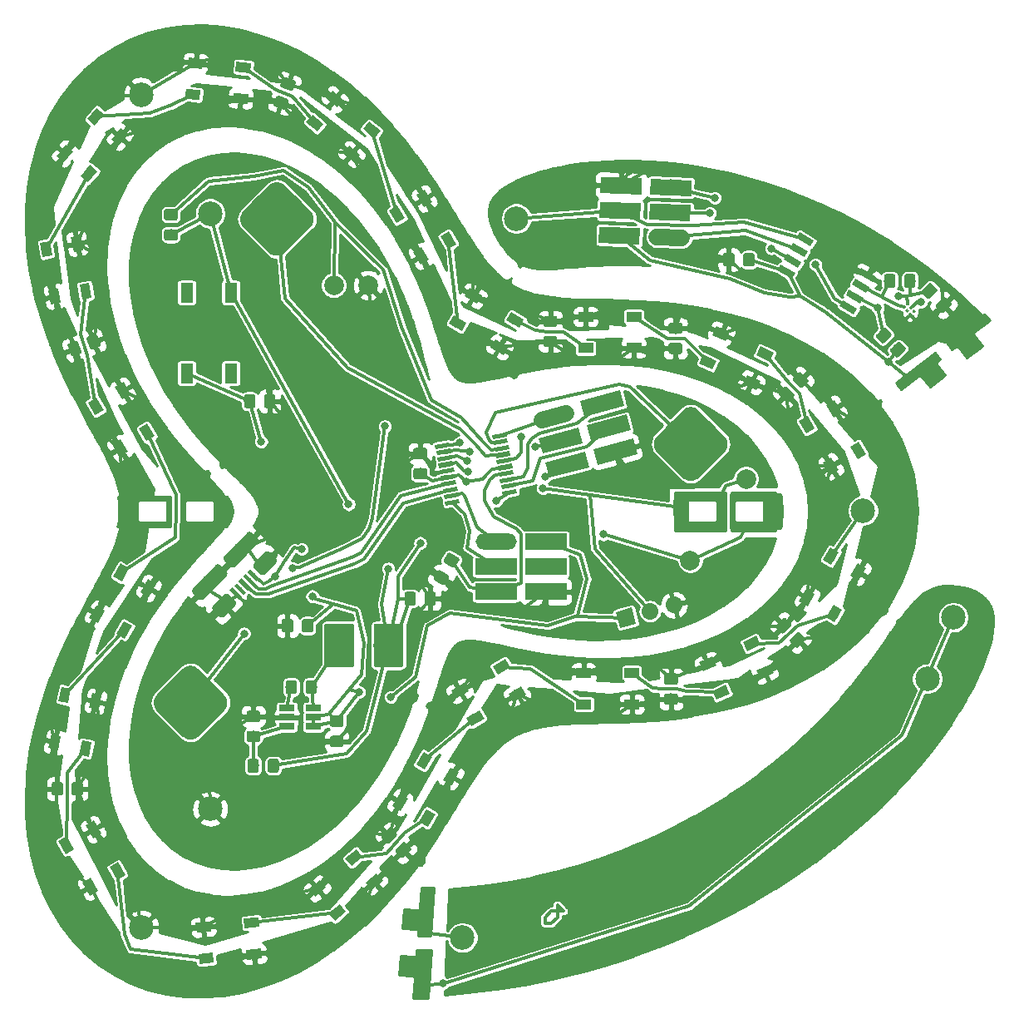
<source format=gbr>
G04 #@! TF.GenerationSoftware,KiCad,Pcbnew,(5.1.4)-1*
G04 #@! TF.CreationDate,2019-12-24T18:48:46-08:00*
G04 #@! TF.ProjectId,tensigral_lamp_hardware,74656e73-6967-4726-916c-5f6c616d705f,rev?*
G04 #@! TF.SameCoordinates,Original*
G04 #@! TF.FileFunction,Copper,L1,Top*
G04 #@! TF.FilePolarity,Positive*
%FSLAX46Y46*%
G04 Gerber Fmt 4.6, Leading zero omitted, Abs format (unit mm)*
G04 Created by KiCad (PCBNEW (5.1.4)-1) date 2019-12-24 18:48:46*
%MOMM*%
%LPD*%
G04 APERTURE LIST*
%ADD10C,0.100000*%
%ADD11C,6.000000*%
%ADD12C,1.651000*%
%ADD13C,1.651000*%
%ADD14C,1.150000*%
%ADD15R,1.500000X1.000000*%
%ADD16C,1.000000*%
%ADD17C,0.450000*%
%ADD18R,4.191000X1.651000*%
%ADD19O,4.191000X1.651000*%
%ADD20C,3.025000*%
%ADD21R,1.300000X2.000000*%
%ADD22R,1.560000X0.650000*%
%ADD23C,1.700000*%
%ADD24C,1.700000*%
%ADD25C,2.499360*%
%ADD26C,1.998980*%
%ADD27C,0.650000*%
%ADD28C,2.000000*%
%ADD29C,0.300000*%
%ADD30C,1.600000*%
%ADD31C,1.560000*%
%ADD32C,0.390000*%
%ADD33C,0.800000*%
%ADD34C,0.300000*%
%ADD35C,0.254000*%
G04 APERTURE END LIST*
D10*
G36*
X82917621Y-54760194D02*
G01*
X83034108Y-54777474D01*
X83148342Y-54806088D01*
X83259220Y-54845761D01*
X83365676Y-54896110D01*
X83466684Y-54956652D01*
X83561272Y-55026803D01*
X83648528Y-55105888D01*
X86194112Y-57651472D01*
X86273197Y-57738728D01*
X86343348Y-57833316D01*
X86403890Y-57934324D01*
X86454239Y-58040780D01*
X86493912Y-58151658D01*
X86522526Y-58265892D01*
X86539806Y-58382379D01*
X86545584Y-58500000D01*
X86539806Y-58617621D01*
X86522526Y-58734108D01*
X86493912Y-58848342D01*
X86454239Y-58959220D01*
X86403890Y-59065676D01*
X86343348Y-59166684D01*
X86273197Y-59261272D01*
X86194112Y-59348528D01*
X83648528Y-61894112D01*
X83561272Y-61973197D01*
X83466684Y-62043348D01*
X83365676Y-62103890D01*
X83259220Y-62154239D01*
X83148342Y-62193912D01*
X83034108Y-62222526D01*
X82917621Y-62239806D01*
X82800000Y-62245584D01*
X82682379Y-62239806D01*
X82565892Y-62222526D01*
X82451658Y-62193912D01*
X82340780Y-62154239D01*
X82234324Y-62103890D01*
X82133316Y-62043348D01*
X82038728Y-61973197D01*
X81951472Y-61894112D01*
X79405888Y-59348528D01*
X79326803Y-59261272D01*
X79256652Y-59166684D01*
X79196110Y-59065676D01*
X79145761Y-58959220D01*
X79106088Y-58848342D01*
X79077474Y-58734108D01*
X79060194Y-58617621D01*
X79054416Y-58500000D01*
X79060194Y-58382379D01*
X79077474Y-58265892D01*
X79106088Y-58151658D01*
X79145761Y-58040780D01*
X79196110Y-57934324D01*
X79256652Y-57833316D01*
X79326803Y-57738728D01*
X79405888Y-57651472D01*
X81951472Y-55105888D01*
X82038728Y-55026803D01*
X82133316Y-54956652D01*
X82234324Y-54896110D01*
X82340780Y-54845761D01*
X82451658Y-54806088D01*
X82565892Y-54777474D01*
X82682379Y-54760194D01*
X82800000Y-54754416D01*
X82917621Y-54760194D01*
X82917621Y-54760194D01*
G37*
D11*
X82800000Y-58500000D03*
D12*
X73796051Y-54389148D03*
D10*
G36*
X71558298Y-54134132D02*
G01*
X75606493Y-53049421D01*
X76033804Y-54644164D01*
X71985609Y-55728875D01*
X71558298Y-54134132D01*
X71558298Y-54134132D01*
G37*
D12*
X74453452Y-56842600D03*
D10*
G36*
X72215699Y-56587584D02*
G01*
X76263894Y-55502873D01*
X76691205Y-57097616D01*
X72643010Y-58182327D01*
X72215699Y-56587584D01*
X72215699Y-56587584D01*
G37*
D12*
X75110852Y-59296051D03*
D10*
G36*
X72873099Y-59041035D02*
G01*
X76921294Y-57956324D01*
X77348605Y-59551067D01*
X73300410Y-60635778D01*
X72873099Y-59041035D01*
X72873099Y-59041035D01*
G37*
D12*
X68889148Y-55703949D03*
D13*
X70115874Y-55375249D02*
X67662422Y-56032649D01*
D12*
X69546548Y-58157400D03*
D10*
G36*
X67308795Y-57902384D02*
G01*
X71356990Y-56817673D01*
X71784301Y-58412416D01*
X67736106Y-59497127D01*
X67308795Y-57902384D01*
X67308795Y-57902384D01*
G37*
D12*
X70203949Y-60610852D03*
D10*
G36*
X67966196Y-60355836D02*
G01*
X72014391Y-59271125D01*
X72441702Y-60865868D01*
X68393507Y-61950579D01*
X67966196Y-60355836D01*
X67966196Y-60355836D01*
G37*
G36*
X20674505Y-92901204D02*
G01*
X20698773Y-92904804D01*
X20722572Y-92910765D01*
X20745671Y-92919030D01*
X20767850Y-92929520D01*
X20788893Y-92942132D01*
X20808599Y-92956747D01*
X20826777Y-92973223D01*
X20843253Y-92991401D01*
X20857868Y-93011107D01*
X20870480Y-93032150D01*
X20880970Y-93054329D01*
X20889235Y-93077428D01*
X20895196Y-93101227D01*
X20898796Y-93125495D01*
X20900000Y-93149999D01*
X20900000Y-94050001D01*
X20898796Y-94074505D01*
X20895196Y-94098773D01*
X20889235Y-94122572D01*
X20880970Y-94145671D01*
X20870480Y-94167850D01*
X20857868Y-94188893D01*
X20843253Y-94208599D01*
X20826777Y-94226777D01*
X20808599Y-94243253D01*
X20788893Y-94257868D01*
X20767850Y-94270480D01*
X20745671Y-94280970D01*
X20722572Y-94289235D01*
X20698773Y-94295196D01*
X20674505Y-94298796D01*
X20650001Y-94300000D01*
X19999999Y-94300000D01*
X19975495Y-94298796D01*
X19951227Y-94295196D01*
X19927428Y-94289235D01*
X19904329Y-94280970D01*
X19882150Y-94270480D01*
X19861107Y-94257868D01*
X19841401Y-94243253D01*
X19823223Y-94226777D01*
X19806747Y-94208599D01*
X19792132Y-94188893D01*
X19779520Y-94167850D01*
X19769030Y-94145671D01*
X19760765Y-94122572D01*
X19754804Y-94098773D01*
X19751204Y-94074505D01*
X19750000Y-94050001D01*
X19750000Y-93149999D01*
X19751204Y-93125495D01*
X19754804Y-93101227D01*
X19760765Y-93077428D01*
X19769030Y-93054329D01*
X19779520Y-93032150D01*
X19792132Y-93011107D01*
X19806747Y-92991401D01*
X19823223Y-92973223D01*
X19841401Y-92956747D01*
X19861107Y-92942132D01*
X19882150Y-92929520D01*
X19904329Y-92919030D01*
X19927428Y-92910765D01*
X19951227Y-92904804D01*
X19975495Y-92901204D01*
X19999999Y-92900000D01*
X20650001Y-92900000D01*
X20674505Y-92901204D01*
X20674505Y-92901204D01*
G37*
D14*
X20325000Y-93600000D03*
D10*
G36*
X18624505Y-92901204D02*
G01*
X18648773Y-92904804D01*
X18672572Y-92910765D01*
X18695671Y-92919030D01*
X18717850Y-92929520D01*
X18738893Y-92942132D01*
X18758599Y-92956747D01*
X18776777Y-92973223D01*
X18793253Y-92991401D01*
X18807868Y-93011107D01*
X18820480Y-93032150D01*
X18830970Y-93054329D01*
X18839235Y-93077428D01*
X18845196Y-93101227D01*
X18848796Y-93125495D01*
X18850000Y-93149999D01*
X18850000Y-94050001D01*
X18848796Y-94074505D01*
X18845196Y-94098773D01*
X18839235Y-94122572D01*
X18830970Y-94145671D01*
X18820480Y-94167850D01*
X18807868Y-94188893D01*
X18793253Y-94208599D01*
X18776777Y-94226777D01*
X18758599Y-94243253D01*
X18738893Y-94257868D01*
X18717850Y-94270480D01*
X18695671Y-94280970D01*
X18672572Y-94289235D01*
X18648773Y-94295196D01*
X18624505Y-94298796D01*
X18600001Y-94300000D01*
X17949999Y-94300000D01*
X17925495Y-94298796D01*
X17901227Y-94295196D01*
X17877428Y-94289235D01*
X17854329Y-94280970D01*
X17832150Y-94270480D01*
X17811107Y-94257868D01*
X17791401Y-94243253D01*
X17773223Y-94226777D01*
X17756747Y-94208599D01*
X17742132Y-94188893D01*
X17729520Y-94167850D01*
X17719030Y-94145671D01*
X17710765Y-94122572D01*
X17704804Y-94098773D01*
X17701204Y-94074505D01*
X17700000Y-94050001D01*
X17700000Y-93149999D01*
X17701204Y-93125495D01*
X17704804Y-93101227D01*
X17710765Y-93077428D01*
X17719030Y-93054329D01*
X17729520Y-93032150D01*
X17742132Y-93011107D01*
X17756747Y-92991401D01*
X17773223Y-92973223D01*
X17791401Y-92956747D01*
X17811107Y-92942132D01*
X17832150Y-92929520D01*
X17854329Y-92919030D01*
X17877428Y-92910765D01*
X17901227Y-92904804D01*
X17925495Y-92901204D01*
X17949999Y-92900000D01*
X18600001Y-92900000D01*
X18624505Y-92901204D01*
X18624505Y-92901204D01*
G37*
D14*
X18275000Y-93600000D03*
D10*
G36*
X93936116Y-51203196D02*
G01*
X93960384Y-51206796D01*
X93984183Y-51212757D01*
X94007282Y-51221022D01*
X94029461Y-51231512D01*
X94050504Y-51244124D01*
X94070210Y-51258739D01*
X94088388Y-51275215D01*
X94724785Y-51911612D01*
X94741261Y-51929790D01*
X94755876Y-51949496D01*
X94768488Y-51970539D01*
X94778978Y-51992718D01*
X94787243Y-52015817D01*
X94793204Y-52039616D01*
X94796804Y-52063884D01*
X94798008Y-52088388D01*
X94796804Y-52112892D01*
X94793204Y-52137160D01*
X94787243Y-52160959D01*
X94778978Y-52184058D01*
X94768488Y-52206237D01*
X94755876Y-52227280D01*
X94741261Y-52246986D01*
X94724785Y-52265164D01*
X94265164Y-52724785D01*
X94246986Y-52741261D01*
X94227280Y-52755876D01*
X94206237Y-52768488D01*
X94184058Y-52778978D01*
X94160959Y-52787243D01*
X94137160Y-52793204D01*
X94112892Y-52796804D01*
X94088388Y-52798008D01*
X94063884Y-52796804D01*
X94039616Y-52793204D01*
X94015817Y-52787243D01*
X93992718Y-52778978D01*
X93970539Y-52768488D01*
X93949496Y-52755876D01*
X93929790Y-52741261D01*
X93911612Y-52724785D01*
X93275215Y-52088388D01*
X93258739Y-52070210D01*
X93244124Y-52050504D01*
X93231512Y-52029461D01*
X93221022Y-52007282D01*
X93212757Y-51984183D01*
X93206796Y-51960384D01*
X93203196Y-51936116D01*
X93201992Y-51911612D01*
X93203196Y-51887108D01*
X93206796Y-51862840D01*
X93212757Y-51839041D01*
X93221022Y-51815942D01*
X93231512Y-51793763D01*
X93244124Y-51772720D01*
X93258739Y-51753014D01*
X93275215Y-51734836D01*
X93734836Y-51275215D01*
X93753014Y-51258739D01*
X93772720Y-51244124D01*
X93793763Y-51231512D01*
X93815942Y-51221022D01*
X93839041Y-51212757D01*
X93862840Y-51206796D01*
X93887108Y-51203196D01*
X93911612Y-51201992D01*
X93936116Y-51203196D01*
X93936116Y-51203196D01*
G37*
D14*
X94000000Y-52000000D03*
D10*
G36*
X92486548Y-52652764D02*
G01*
X92510816Y-52656364D01*
X92534615Y-52662325D01*
X92557714Y-52670590D01*
X92579893Y-52681080D01*
X92600936Y-52693692D01*
X92620642Y-52708307D01*
X92638820Y-52724783D01*
X93275217Y-53361180D01*
X93291693Y-53379358D01*
X93306308Y-53399064D01*
X93318920Y-53420107D01*
X93329410Y-53442286D01*
X93337675Y-53465385D01*
X93343636Y-53489184D01*
X93347236Y-53513452D01*
X93348440Y-53537956D01*
X93347236Y-53562460D01*
X93343636Y-53586728D01*
X93337675Y-53610527D01*
X93329410Y-53633626D01*
X93318920Y-53655805D01*
X93306308Y-53676848D01*
X93291693Y-53696554D01*
X93275217Y-53714732D01*
X92815596Y-54174353D01*
X92797418Y-54190829D01*
X92777712Y-54205444D01*
X92756669Y-54218056D01*
X92734490Y-54228546D01*
X92711391Y-54236811D01*
X92687592Y-54242772D01*
X92663324Y-54246372D01*
X92638820Y-54247576D01*
X92614316Y-54246372D01*
X92590048Y-54242772D01*
X92566249Y-54236811D01*
X92543150Y-54228546D01*
X92520971Y-54218056D01*
X92499928Y-54205444D01*
X92480222Y-54190829D01*
X92462044Y-54174353D01*
X91825647Y-53537956D01*
X91809171Y-53519778D01*
X91794556Y-53500072D01*
X91781944Y-53479029D01*
X91771454Y-53456850D01*
X91763189Y-53433751D01*
X91757228Y-53409952D01*
X91753628Y-53385684D01*
X91752424Y-53361180D01*
X91753628Y-53336676D01*
X91757228Y-53312408D01*
X91763189Y-53288609D01*
X91771454Y-53265510D01*
X91781944Y-53243331D01*
X91794556Y-53222288D01*
X91809171Y-53202582D01*
X91825647Y-53184404D01*
X92285268Y-52724783D01*
X92303446Y-52708307D01*
X92323152Y-52693692D01*
X92344195Y-52681080D01*
X92366374Y-52670590D01*
X92389473Y-52662325D01*
X92413272Y-52656364D01*
X92437540Y-52652764D01*
X92462044Y-52651560D01*
X92486548Y-52652764D01*
X92486548Y-52652764D01*
G37*
D14*
X92550432Y-53449568D03*
D10*
G36*
X68974505Y-47501204D02*
G01*
X68998773Y-47504804D01*
X69022572Y-47510765D01*
X69045671Y-47519030D01*
X69067850Y-47529520D01*
X69088893Y-47542132D01*
X69108599Y-47556747D01*
X69126777Y-47573223D01*
X69143253Y-47591401D01*
X69157868Y-47611107D01*
X69170480Y-47632150D01*
X69180970Y-47654329D01*
X69189235Y-47677428D01*
X69195196Y-47701227D01*
X69198796Y-47725495D01*
X69200000Y-47749999D01*
X69200000Y-48400001D01*
X69198796Y-48424505D01*
X69195196Y-48448773D01*
X69189235Y-48472572D01*
X69180970Y-48495671D01*
X69170480Y-48517850D01*
X69157868Y-48538893D01*
X69143253Y-48558599D01*
X69126777Y-48576777D01*
X69108599Y-48593253D01*
X69088893Y-48607868D01*
X69067850Y-48620480D01*
X69045671Y-48630970D01*
X69022572Y-48639235D01*
X68998773Y-48645196D01*
X68974505Y-48648796D01*
X68950001Y-48650000D01*
X68049999Y-48650000D01*
X68025495Y-48648796D01*
X68001227Y-48645196D01*
X67977428Y-48639235D01*
X67954329Y-48630970D01*
X67932150Y-48620480D01*
X67911107Y-48607868D01*
X67891401Y-48593253D01*
X67873223Y-48576777D01*
X67856747Y-48558599D01*
X67842132Y-48538893D01*
X67829520Y-48517850D01*
X67819030Y-48495671D01*
X67810765Y-48472572D01*
X67804804Y-48448773D01*
X67801204Y-48424505D01*
X67800000Y-48400001D01*
X67800000Y-47749999D01*
X67801204Y-47725495D01*
X67804804Y-47701227D01*
X67810765Y-47677428D01*
X67819030Y-47654329D01*
X67829520Y-47632150D01*
X67842132Y-47611107D01*
X67856747Y-47591401D01*
X67873223Y-47573223D01*
X67891401Y-47556747D01*
X67911107Y-47542132D01*
X67932150Y-47529520D01*
X67954329Y-47519030D01*
X67977428Y-47510765D01*
X68001227Y-47504804D01*
X68025495Y-47501204D01*
X68049999Y-47500000D01*
X68950001Y-47500000D01*
X68974505Y-47501204D01*
X68974505Y-47501204D01*
G37*
D14*
X68500000Y-48075000D03*
D10*
G36*
X68974505Y-45451204D02*
G01*
X68998773Y-45454804D01*
X69022572Y-45460765D01*
X69045671Y-45469030D01*
X69067850Y-45479520D01*
X69088893Y-45492132D01*
X69108599Y-45506747D01*
X69126777Y-45523223D01*
X69143253Y-45541401D01*
X69157868Y-45561107D01*
X69170480Y-45582150D01*
X69180970Y-45604329D01*
X69189235Y-45627428D01*
X69195196Y-45651227D01*
X69198796Y-45675495D01*
X69200000Y-45699999D01*
X69200000Y-46350001D01*
X69198796Y-46374505D01*
X69195196Y-46398773D01*
X69189235Y-46422572D01*
X69180970Y-46445671D01*
X69170480Y-46467850D01*
X69157868Y-46488893D01*
X69143253Y-46508599D01*
X69126777Y-46526777D01*
X69108599Y-46543253D01*
X69088893Y-46557868D01*
X69067850Y-46570480D01*
X69045671Y-46580970D01*
X69022572Y-46589235D01*
X68998773Y-46595196D01*
X68974505Y-46598796D01*
X68950001Y-46600000D01*
X68049999Y-46600000D01*
X68025495Y-46598796D01*
X68001227Y-46595196D01*
X67977428Y-46589235D01*
X67954329Y-46580970D01*
X67932150Y-46570480D01*
X67911107Y-46557868D01*
X67891401Y-46543253D01*
X67873223Y-46526777D01*
X67856747Y-46508599D01*
X67842132Y-46488893D01*
X67829520Y-46467850D01*
X67819030Y-46445671D01*
X67810765Y-46422572D01*
X67804804Y-46398773D01*
X67801204Y-46374505D01*
X67800000Y-46350001D01*
X67800000Y-45699999D01*
X67801204Y-45675495D01*
X67804804Y-45651227D01*
X67810765Y-45627428D01*
X67819030Y-45604329D01*
X67829520Y-45582150D01*
X67842132Y-45561107D01*
X67856747Y-45541401D01*
X67873223Y-45523223D01*
X67891401Y-45506747D01*
X67911107Y-45492132D01*
X67932150Y-45479520D01*
X67954329Y-45469030D01*
X67977428Y-45460765D01*
X68001227Y-45454804D01*
X68025495Y-45451204D01*
X68049999Y-45450000D01*
X68950001Y-45450000D01*
X68974505Y-45451204D01*
X68974505Y-45451204D01*
G37*
D14*
X68500000Y-46025000D03*
D10*
G36*
X53637676Y-99027980D02*
G01*
X53661944Y-99031580D01*
X53685743Y-99037541D01*
X53708842Y-99045806D01*
X53731021Y-99056296D01*
X53752064Y-99068908D01*
X53771770Y-99083523D01*
X53789948Y-99099999D01*
X54249569Y-99559620D01*
X54266045Y-99577798D01*
X54280660Y-99597504D01*
X54293272Y-99618547D01*
X54303762Y-99640726D01*
X54312027Y-99663825D01*
X54317988Y-99687624D01*
X54321588Y-99711892D01*
X54322792Y-99736396D01*
X54321588Y-99760900D01*
X54317988Y-99785168D01*
X54312027Y-99808967D01*
X54303762Y-99832066D01*
X54293272Y-99854245D01*
X54280660Y-99875288D01*
X54266045Y-99894994D01*
X54249569Y-99913172D01*
X53613172Y-100549569D01*
X53594994Y-100566045D01*
X53575288Y-100580660D01*
X53554245Y-100593272D01*
X53532066Y-100603762D01*
X53508967Y-100612027D01*
X53485168Y-100617988D01*
X53460900Y-100621588D01*
X53436396Y-100622792D01*
X53411892Y-100621588D01*
X53387624Y-100617988D01*
X53363825Y-100612027D01*
X53340726Y-100603762D01*
X53318547Y-100593272D01*
X53297504Y-100580660D01*
X53277798Y-100566045D01*
X53259620Y-100549569D01*
X52799999Y-100089948D01*
X52783523Y-100071770D01*
X52768908Y-100052064D01*
X52756296Y-100031021D01*
X52745806Y-100008842D01*
X52737541Y-99985743D01*
X52731580Y-99961944D01*
X52727980Y-99937676D01*
X52726776Y-99913172D01*
X52727980Y-99888668D01*
X52731580Y-99864400D01*
X52737541Y-99840601D01*
X52745806Y-99817502D01*
X52756296Y-99795323D01*
X52768908Y-99774280D01*
X52783523Y-99754574D01*
X52799999Y-99736396D01*
X53436396Y-99099999D01*
X53454574Y-99083523D01*
X53474280Y-99068908D01*
X53495323Y-99056296D01*
X53517502Y-99045806D01*
X53540601Y-99037541D01*
X53564400Y-99031580D01*
X53588668Y-99027980D01*
X53613172Y-99026776D01*
X53637676Y-99027980D01*
X53637676Y-99027980D01*
G37*
D14*
X53524784Y-99824784D03*
D10*
G36*
X52188108Y-97578412D02*
G01*
X52212376Y-97582012D01*
X52236175Y-97587973D01*
X52259274Y-97596238D01*
X52281453Y-97606728D01*
X52302496Y-97619340D01*
X52322202Y-97633955D01*
X52340380Y-97650431D01*
X52800001Y-98110052D01*
X52816477Y-98128230D01*
X52831092Y-98147936D01*
X52843704Y-98168979D01*
X52854194Y-98191158D01*
X52862459Y-98214257D01*
X52868420Y-98238056D01*
X52872020Y-98262324D01*
X52873224Y-98286828D01*
X52872020Y-98311332D01*
X52868420Y-98335600D01*
X52862459Y-98359399D01*
X52854194Y-98382498D01*
X52843704Y-98404677D01*
X52831092Y-98425720D01*
X52816477Y-98445426D01*
X52800001Y-98463604D01*
X52163604Y-99100001D01*
X52145426Y-99116477D01*
X52125720Y-99131092D01*
X52104677Y-99143704D01*
X52082498Y-99154194D01*
X52059399Y-99162459D01*
X52035600Y-99168420D01*
X52011332Y-99172020D01*
X51986828Y-99173224D01*
X51962324Y-99172020D01*
X51938056Y-99168420D01*
X51914257Y-99162459D01*
X51891158Y-99154194D01*
X51868979Y-99143704D01*
X51847936Y-99131092D01*
X51828230Y-99116477D01*
X51810052Y-99100001D01*
X51350431Y-98640380D01*
X51333955Y-98622202D01*
X51319340Y-98602496D01*
X51306728Y-98581453D01*
X51296238Y-98559274D01*
X51287973Y-98536175D01*
X51282012Y-98512376D01*
X51278412Y-98488108D01*
X51277208Y-98463604D01*
X51278412Y-98439100D01*
X51282012Y-98414832D01*
X51287973Y-98391033D01*
X51296238Y-98367934D01*
X51306728Y-98345755D01*
X51319340Y-98324712D01*
X51333955Y-98305006D01*
X51350431Y-98286828D01*
X51986828Y-97650431D01*
X52005006Y-97633955D01*
X52024712Y-97619340D01*
X52045755Y-97606728D01*
X52067934Y-97596238D01*
X52091033Y-97587973D01*
X52114832Y-97582012D01*
X52139100Y-97578412D01*
X52163604Y-97577208D01*
X52188108Y-97578412D01*
X52188108Y-97578412D01*
G37*
D14*
X52075216Y-98375216D03*
D10*
G36*
X40776568Y-23079032D02*
G01*
X40800970Y-23081570D01*
X40825006Y-23086487D01*
X40848443Y-23093737D01*
X41694169Y-23401555D01*
X41716784Y-23411067D01*
X41738358Y-23422750D01*
X41758682Y-23436491D01*
X41777562Y-23452158D01*
X41794815Y-23469601D01*
X41810275Y-23488650D01*
X41823794Y-23509123D01*
X41835241Y-23530823D01*
X41844506Y-23553540D01*
X41851499Y-23577055D01*
X41856154Y-23601144D01*
X41858426Y-23625572D01*
X41858292Y-23650105D01*
X41855754Y-23674507D01*
X41850837Y-23698543D01*
X41843587Y-23721982D01*
X41621273Y-24332784D01*
X41611761Y-24355398D01*
X41600078Y-24376972D01*
X41586337Y-24397296D01*
X41570670Y-24416176D01*
X41553227Y-24433429D01*
X41534178Y-24448889D01*
X41513705Y-24462408D01*
X41492005Y-24473855D01*
X41469288Y-24483120D01*
X41445772Y-24490114D01*
X41421684Y-24494769D01*
X41397256Y-24497040D01*
X41372722Y-24496906D01*
X41348320Y-24494368D01*
X41324284Y-24489451D01*
X41300847Y-24482201D01*
X40455121Y-24174383D01*
X40432506Y-24164871D01*
X40410932Y-24153188D01*
X40390608Y-24139447D01*
X40371728Y-24123780D01*
X40354475Y-24106337D01*
X40339015Y-24087288D01*
X40325496Y-24066815D01*
X40314049Y-24045115D01*
X40304784Y-24022398D01*
X40297791Y-23998883D01*
X40293136Y-23974794D01*
X40290864Y-23950366D01*
X40290998Y-23925833D01*
X40293536Y-23901431D01*
X40298453Y-23877395D01*
X40305703Y-23853956D01*
X40528017Y-23243154D01*
X40537529Y-23220540D01*
X40549212Y-23198966D01*
X40562953Y-23178642D01*
X40578620Y-23159762D01*
X40596063Y-23142509D01*
X40615112Y-23127049D01*
X40635585Y-23113530D01*
X40657285Y-23102083D01*
X40680002Y-23092818D01*
X40703518Y-23085824D01*
X40727606Y-23081169D01*
X40752034Y-23078898D01*
X40776568Y-23079032D01*
X40776568Y-23079032D01*
G37*
D14*
X41074645Y-23787969D03*
D10*
G36*
X41477710Y-21152662D02*
G01*
X41502112Y-21155200D01*
X41526148Y-21160117D01*
X41549585Y-21167367D01*
X42395311Y-21475185D01*
X42417926Y-21484697D01*
X42439500Y-21496380D01*
X42459824Y-21510121D01*
X42478704Y-21525788D01*
X42495957Y-21543231D01*
X42511417Y-21562280D01*
X42524936Y-21582753D01*
X42536383Y-21604453D01*
X42545648Y-21627170D01*
X42552641Y-21650685D01*
X42557296Y-21674774D01*
X42559568Y-21699202D01*
X42559434Y-21723735D01*
X42556896Y-21748137D01*
X42551979Y-21772173D01*
X42544729Y-21795612D01*
X42322415Y-22406414D01*
X42312903Y-22429028D01*
X42301220Y-22450602D01*
X42287479Y-22470926D01*
X42271812Y-22489806D01*
X42254369Y-22507059D01*
X42235320Y-22522519D01*
X42214847Y-22536038D01*
X42193147Y-22547485D01*
X42170430Y-22556750D01*
X42146914Y-22563744D01*
X42122826Y-22568399D01*
X42098398Y-22570670D01*
X42073864Y-22570536D01*
X42049462Y-22567998D01*
X42025426Y-22563081D01*
X42001989Y-22555831D01*
X41156263Y-22248013D01*
X41133648Y-22238501D01*
X41112074Y-22226818D01*
X41091750Y-22213077D01*
X41072870Y-22197410D01*
X41055617Y-22179967D01*
X41040157Y-22160918D01*
X41026638Y-22140445D01*
X41015191Y-22118745D01*
X41005926Y-22096028D01*
X40998933Y-22072513D01*
X40994278Y-22048424D01*
X40992006Y-22023996D01*
X40992140Y-21999463D01*
X40994678Y-21975061D01*
X40999595Y-21951025D01*
X41006845Y-21927586D01*
X41229159Y-21316784D01*
X41238671Y-21294170D01*
X41250354Y-21272596D01*
X41264095Y-21252272D01*
X41279762Y-21233392D01*
X41297205Y-21216139D01*
X41316254Y-21200679D01*
X41336727Y-21187160D01*
X41358427Y-21175713D01*
X41381144Y-21166448D01*
X41404660Y-21159454D01*
X41428748Y-21154799D01*
X41453176Y-21152528D01*
X41477710Y-21152662D01*
X41477710Y-21152662D01*
G37*
D14*
X41775787Y-21861599D03*
D10*
G36*
X93812460Y-77652764D02*
G01*
X93836728Y-77656364D01*
X93860527Y-77662325D01*
X93883626Y-77670590D01*
X93905805Y-77681080D01*
X93926848Y-77693692D01*
X93946554Y-77708307D01*
X93964732Y-77724783D01*
X94424353Y-78184404D01*
X94440829Y-78202582D01*
X94455444Y-78222288D01*
X94468056Y-78243331D01*
X94478546Y-78265510D01*
X94486811Y-78288609D01*
X94492772Y-78312408D01*
X94496372Y-78336676D01*
X94497576Y-78361180D01*
X94496372Y-78385684D01*
X94492772Y-78409952D01*
X94486811Y-78433751D01*
X94478546Y-78456850D01*
X94468056Y-78479029D01*
X94455444Y-78500072D01*
X94440829Y-78519778D01*
X94424353Y-78537956D01*
X93787956Y-79174353D01*
X93769778Y-79190829D01*
X93750072Y-79205444D01*
X93729029Y-79218056D01*
X93706850Y-79228546D01*
X93683751Y-79236811D01*
X93659952Y-79242772D01*
X93635684Y-79246372D01*
X93611180Y-79247576D01*
X93586676Y-79246372D01*
X93562408Y-79242772D01*
X93538609Y-79236811D01*
X93515510Y-79228546D01*
X93493331Y-79218056D01*
X93472288Y-79205444D01*
X93452582Y-79190829D01*
X93434404Y-79174353D01*
X92974783Y-78714732D01*
X92958307Y-78696554D01*
X92943692Y-78676848D01*
X92931080Y-78655805D01*
X92920590Y-78633626D01*
X92912325Y-78610527D01*
X92906364Y-78586728D01*
X92902764Y-78562460D01*
X92901560Y-78537956D01*
X92902764Y-78513452D01*
X92906364Y-78489184D01*
X92912325Y-78465385D01*
X92920590Y-78442286D01*
X92931080Y-78420107D01*
X92943692Y-78399064D01*
X92958307Y-78379358D01*
X92974783Y-78361180D01*
X93611180Y-77724783D01*
X93629358Y-77708307D01*
X93649064Y-77693692D01*
X93670107Y-77681080D01*
X93692286Y-77670590D01*
X93715385Y-77662325D01*
X93739184Y-77656364D01*
X93763452Y-77652764D01*
X93787956Y-77651560D01*
X93812460Y-77652764D01*
X93812460Y-77652764D01*
G37*
D14*
X93699568Y-78449568D03*
D10*
G36*
X92362892Y-76203196D02*
G01*
X92387160Y-76206796D01*
X92410959Y-76212757D01*
X92434058Y-76221022D01*
X92456237Y-76231512D01*
X92477280Y-76244124D01*
X92496986Y-76258739D01*
X92515164Y-76275215D01*
X92974785Y-76734836D01*
X92991261Y-76753014D01*
X93005876Y-76772720D01*
X93018488Y-76793763D01*
X93028978Y-76815942D01*
X93037243Y-76839041D01*
X93043204Y-76862840D01*
X93046804Y-76887108D01*
X93048008Y-76911612D01*
X93046804Y-76936116D01*
X93043204Y-76960384D01*
X93037243Y-76984183D01*
X93028978Y-77007282D01*
X93018488Y-77029461D01*
X93005876Y-77050504D01*
X92991261Y-77070210D01*
X92974785Y-77088388D01*
X92338388Y-77724785D01*
X92320210Y-77741261D01*
X92300504Y-77755876D01*
X92279461Y-77768488D01*
X92257282Y-77778978D01*
X92234183Y-77787243D01*
X92210384Y-77793204D01*
X92186116Y-77796804D01*
X92161612Y-77798008D01*
X92137108Y-77796804D01*
X92112840Y-77793204D01*
X92089041Y-77787243D01*
X92065942Y-77778978D01*
X92043763Y-77768488D01*
X92022720Y-77755876D01*
X92003014Y-77741261D01*
X91984836Y-77724785D01*
X91525215Y-77265164D01*
X91508739Y-77246986D01*
X91494124Y-77227280D01*
X91481512Y-77206237D01*
X91471022Y-77184058D01*
X91462757Y-77160959D01*
X91456796Y-77137160D01*
X91453196Y-77112892D01*
X91451992Y-77088388D01*
X91453196Y-77063884D01*
X91456796Y-77039616D01*
X91462757Y-77015817D01*
X91471022Y-76992718D01*
X91481512Y-76970539D01*
X91494124Y-76949496D01*
X91508739Y-76929790D01*
X91525215Y-76911612D01*
X92161612Y-76275215D01*
X92179790Y-76258739D01*
X92199496Y-76244124D01*
X92220539Y-76231512D01*
X92242718Y-76221022D01*
X92265817Y-76212757D01*
X92289616Y-76206796D01*
X92313884Y-76203196D01*
X92338388Y-76201992D01*
X92362892Y-76203196D01*
X92362892Y-76203196D01*
G37*
D14*
X92250000Y-77000000D03*
D10*
G36*
X81274505Y-81851204D02*
G01*
X81298773Y-81854804D01*
X81322572Y-81860765D01*
X81345671Y-81869030D01*
X81367850Y-81879520D01*
X81388893Y-81892132D01*
X81408599Y-81906747D01*
X81426777Y-81923223D01*
X81443253Y-81941401D01*
X81457868Y-81961107D01*
X81470480Y-81982150D01*
X81480970Y-82004329D01*
X81489235Y-82027428D01*
X81495196Y-82051227D01*
X81498796Y-82075495D01*
X81500000Y-82099999D01*
X81500000Y-82750001D01*
X81498796Y-82774505D01*
X81495196Y-82798773D01*
X81489235Y-82822572D01*
X81480970Y-82845671D01*
X81470480Y-82867850D01*
X81457868Y-82888893D01*
X81443253Y-82908599D01*
X81426777Y-82926777D01*
X81408599Y-82943253D01*
X81388893Y-82957868D01*
X81367850Y-82970480D01*
X81345671Y-82980970D01*
X81322572Y-82989235D01*
X81298773Y-82995196D01*
X81274505Y-82998796D01*
X81250001Y-83000000D01*
X80349999Y-83000000D01*
X80325495Y-82998796D01*
X80301227Y-82995196D01*
X80277428Y-82989235D01*
X80254329Y-82980970D01*
X80232150Y-82970480D01*
X80211107Y-82957868D01*
X80191401Y-82943253D01*
X80173223Y-82926777D01*
X80156747Y-82908599D01*
X80142132Y-82888893D01*
X80129520Y-82867850D01*
X80119030Y-82845671D01*
X80110765Y-82822572D01*
X80104804Y-82798773D01*
X80101204Y-82774505D01*
X80100000Y-82750001D01*
X80100000Y-82099999D01*
X80101204Y-82075495D01*
X80104804Y-82051227D01*
X80110765Y-82027428D01*
X80119030Y-82004329D01*
X80129520Y-81982150D01*
X80142132Y-81961107D01*
X80156747Y-81941401D01*
X80173223Y-81923223D01*
X80191401Y-81906747D01*
X80211107Y-81892132D01*
X80232150Y-81879520D01*
X80254329Y-81869030D01*
X80277428Y-81860765D01*
X80301227Y-81854804D01*
X80325495Y-81851204D01*
X80349999Y-81850000D01*
X81250001Y-81850000D01*
X81274505Y-81851204D01*
X81274505Y-81851204D01*
G37*
D14*
X80800000Y-82425000D03*
D10*
G36*
X81274505Y-83901204D02*
G01*
X81298773Y-83904804D01*
X81322572Y-83910765D01*
X81345671Y-83919030D01*
X81367850Y-83929520D01*
X81388893Y-83942132D01*
X81408599Y-83956747D01*
X81426777Y-83973223D01*
X81443253Y-83991401D01*
X81457868Y-84011107D01*
X81470480Y-84032150D01*
X81480970Y-84054329D01*
X81489235Y-84077428D01*
X81495196Y-84101227D01*
X81498796Y-84125495D01*
X81500000Y-84149999D01*
X81500000Y-84800001D01*
X81498796Y-84824505D01*
X81495196Y-84848773D01*
X81489235Y-84872572D01*
X81480970Y-84895671D01*
X81470480Y-84917850D01*
X81457868Y-84938893D01*
X81443253Y-84958599D01*
X81426777Y-84976777D01*
X81408599Y-84993253D01*
X81388893Y-85007868D01*
X81367850Y-85020480D01*
X81345671Y-85030970D01*
X81322572Y-85039235D01*
X81298773Y-85045196D01*
X81274505Y-85048796D01*
X81250001Y-85050000D01*
X80349999Y-85050000D01*
X80325495Y-85048796D01*
X80301227Y-85045196D01*
X80277428Y-85039235D01*
X80254329Y-85030970D01*
X80232150Y-85020480D01*
X80211107Y-85007868D01*
X80191401Y-84993253D01*
X80173223Y-84976777D01*
X80156747Y-84958599D01*
X80142132Y-84938893D01*
X80129520Y-84917850D01*
X80119030Y-84895671D01*
X80110765Y-84872572D01*
X80104804Y-84848773D01*
X80101204Y-84824505D01*
X80100000Y-84800001D01*
X80100000Y-84149999D01*
X80101204Y-84125495D01*
X80104804Y-84101227D01*
X80110765Y-84077428D01*
X80119030Y-84054329D01*
X80129520Y-84032150D01*
X80142132Y-84011107D01*
X80156747Y-83991401D01*
X80173223Y-83973223D01*
X80191401Y-83956747D01*
X80211107Y-83942132D01*
X80232150Y-83929520D01*
X80254329Y-83919030D01*
X80277428Y-83910765D01*
X80301227Y-83904804D01*
X80325495Y-83901204D01*
X80349999Y-83900000D01*
X81250001Y-83900000D01*
X81274505Y-83901204D01*
X81274505Y-83901204D01*
G37*
D14*
X80800000Y-84475000D03*
D10*
G36*
X20223640Y-48019061D02*
G01*
X20247728Y-48023716D01*
X20271244Y-48030710D01*
X20293961Y-48039975D01*
X20315661Y-48051422D01*
X20336134Y-48064941D01*
X20355183Y-48080401D01*
X20372626Y-48097654D01*
X20388293Y-48116534D01*
X20402034Y-48136858D01*
X20413717Y-48158432D01*
X20423229Y-48181047D01*
X20731047Y-49026773D01*
X20738297Y-49050211D01*
X20743214Y-49074247D01*
X20745752Y-49098649D01*
X20745886Y-49123182D01*
X20743614Y-49147610D01*
X20738959Y-49171699D01*
X20731966Y-49195214D01*
X20722701Y-49217931D01*
X20711254Y-49239631D01*
X20697735Y-49260104D01*
X20682275Y-49279153D01*
X20665022Y-49296596D01*
X20646142Y-49312263D01*
X20625818Y-49326004D01*
X20604244Y-49337687D01*
X20581630Y-49347199D01*
X19970828Y-49569513D01*
X19947390Y-49576763D01*
X19923354Y-49581680D01*
X19898952Y-49584218D01*
X19874418Y-49584352D01*
X19849990Y-49582081D01*
X19825902Y-49577426D01*
X19802386Y-49570432D01*
X19779669Y-49561167D01*
X19757969Y-49549720D01*
X19737496Y-49536201D01*
X19718447Y-49520741D01*
X19701004Y-49503488D01*
X19685337Y-49484608D01*
X19671596Y-49464284D01*
X19659913Y-49442710D01*
X19650401Y-49420095D01*
X19342583Y-48574369D01*
X19335333Y-48550931D01*
X19330416Y-48526895D01*
X19327878Y-48502493D01*
X19327744Y-48477960D01*
X19330016Y-48453532D01*
X19334671Y-48429443D01*
X19341664Y-48405928D01*
X19350929Y-48383211D01*
X19362376Y-48361511D01*
X19375895Y-48341038D01*
X19391355Y-48321989D01*
X19408608Y-48304546D01*
X19427488Y-48288879D01*
X19447812Y-48275138D01*
X19469386Y-48263455D01*
X19492000Y-48253943D01*
X20102802Y-48031629D01*
X20126240Y-48024379D01*
X20150276Y-48019462D01*
X20174678Y-48016924D01*
X20199212Y-48016790D01*
X20223640Y-48019061D01*
X20223640Y-48019061D01*
G37*
D14*
X20036815Y-48800571D03*
D10*
G36*
X22150010Y-47317919D02*
G01*
X22174098Y-47322574D01*
X22197614Y-47329568D01*
X22220331Y-47338833D01*
X22242031Y-47350280D01*
X22262504Y-47363799D01*
X22281553Y-47379259D01*
X22298996Y-47396512D01*
X22314663Y-47415392D01*
X22328404Y-47435716D01*
X22340087Y-47457290D01*
X22349599Y-47479905D01*
X22657417Y-48325631D01*
X22664667Y-48349069D01*
X22669584Y-48373105D01*
X22672122Y-48397507D01*
X22672256Y-48422040D01*
X22669984Y-48446468D01*
X22665329Y-48470557D01*
X22658336Y-48494072D01*
X22649071Y-48516789D01*
X22637624Y-48538489D01*
X22624105Y-48558962D01*
X22608645Y-48578011D01*
X22591392Y-48595454D01*
X22572512Y-48611121D01*
X22552188Y-48624862D01*
X22530614Y-48636545D01*
X22508000Y-48646057D01*
X21897198Y-48868371D01*
X21873760Y-48875621D01*
X21849724Y-48880538D01*
X21825322Y-48883076D01*
X21800788Y-48883210D01*
X21776360Y-48880939D01*
X21752272Y-48876284D01*
X21728756Y-48869290D01*
X21706039Y-48860025D01*
X21684339Y-48848578D01*
X21663866Y-48835059D01*
X21644817Y-48819599D01*
X21627374Y-48802346D01*
X21611707Y-48783466D01*
X21597966Y-48763142D01*
X21586283Y-48741568D01*
X21576771Y-48718953D01*
X21268953Y-47873227D01*
X21261703Y-47849789D01*
X21256786Y-47825753D01*
X21254248Y-47801351D01*
X21254114Y-47776818D01*
X21256386Y-47752390D01*
X21261041Y-47728301D01*
X21268034Y-47704786D01*
X21277299Y-47682069D01*
X21288746Y-47660369D01*
X21302265Y-47639896D01*
X21317725Y-47620847D01*
X21334978Y-47603404D01*
X21353858Y-47587737D01*
X21374182Y-47573996D01*
X21395756Y-47562313D01*
X21418370Y-47552801D01*
X22029172Y-47330487D01*
X22052610Y-47323237D01*
X22076646Y-47318320D01*
X22101048Y-47315782D01*
X22125582Y-47315648D01*
X22150010Y-47317919D01*
X22150010Y-47317919D01*
G37*
D14*
X21963185Y-48099429D03*
D10*
G36*
X55724505Y-60951204D02*
G01*
X55748773Y-60954804D01*
X55772572Y-60960765D01*
X55795671Y-60969030D01*
X55817850Y-60979520D01*
X55838893Y-60992132D01*
X55858599Y-61006747D01*
X55876777Y-61023223D01*
X55893253Y-61041401D01*
X55907868Y-61061107D01*
X55920480Y-61082150D01*
X55930970Y-61104329D01*
X55939235Y-61127428D01*
X55945196Y-61151227D01*
X55948796Y-61175495D01*
X55950000Y-61199999D01*
X55950000Y-61850001D01*
X55948796Y-61874505D01*
X55945196Y-61898773D01*
X55939235Y-61922572D01*
X55930970Y-61945671D01*
X55920480Y-61967850D01*
X55907868Y-61988893D01*
X55893253Y-62008599D01*
X55876777Y-62026777D01*
X55858599Y-62043253D01*
X55838893Y-62057868D01*
X55817850Y-62070480D01*
X55795671Y-62080970D01*
X55772572Y-62089235D01*
X55748773Y-62095196D01*
X55724505Y-62098796D01*
X55700001Y-62100000D01*
X54799999Y-62100000D01*
X54775495Y-62098796D01*
X54751227Y-62095196D01*
X54727428Y-62089235D01*
X54704329Y-62080970D01*
X54682150Y-62070480D01*
X54661107Y-62057868D01*
X54641401Y-62043253D01*
X54623223Y-62026777D01*
X54606747Y-62008599D01*
X54592132Y-61988893D01*
X54579520Y-61967850D01*
X54569030Y-61945671D01*
X54560765Y-61922572D01*
X54554804Y-61898773D01*
X54551204Y-61874505D01*
X54550000Y-61850001D01*
X54550000Y-61199999D01*
X54551204Y-61175495D01*
X54554804Y-61151227D01*
X54560765Y-61127428D01*
X54569030Y-61104329D01*
X54579520Y-61082150D01*
X54592132Y-61061107D01*
X54606747Y-61041401D01*
X54623223Y-61023223D01*
X54641401Y-61006747D01*
X54661107Y-60992132D01*
X54682150Y-60979520D01*
X54704329Y-60969030D01*
X54727428Y-60960765D01*
X54751227Y-60954804D01*
X54775495Y-60951204D01*
X54799999Y-60950000D01*
X55700001Y-60950000D01*
X55724505Y-60951204D01*
X55724505Y-60951204D01*
G37*
D14*
X55250000Y-61525000D03*
D10*
G36*
X55724505Y-58901204D02*
G01*
X55748773Y-58904804D01*
X55772572Y-58910765D01*
X55795671Y-58919030D01*
X55817850Y-58929520D01*
X55838893Y-58942132D01*
X55858599Y-58956747D01*
X55876777Y-58973223D01*
X55893253Y-58991401D01*
X55907868Y-59011107D01*
X55920480Y-59032150D01*
X55930970Y-59054329D01*
X55939235Y-59077428D01*
X55945196Y-59101227D01*
X55948796Y-59125495D01*
X55950000Y-59149999D01*
X55950000Y-59800001D01*
X55948796Y-59824505D01*
X55945196Y-59848773D01*
X55939235Y-59872572D01*
X55930970Y-59895671D01*
X55920480Y-59917850D01*
X55907868Y-59938893D01*
X55893253Y-59958599D01*
X55876777Y-59976777D01*
X55858599Y-59993253D01*
X55838893Y-60007868D01*
X55817850Y-60020480D01*
X55795671Y-60030970D01*
X55772572Y-60039235D01*
X55748773Y-60045196D01*
X55724505Y-60048796D01*
X55700001Y-60050000D01*
X54799999Y-60050000D01*
X54775495Y-60048796D01*
X54751227Y-60045196D01*
X54727428Y-60039235D01*
X54704329Y-60030970D01*
X54682150Y-60020480D01*
X54661107Y-60007868D01*
X54641401Y-59993253D01*
X54623223Y-59976777D01*
X54606747Y-59958599D01*
X54592132Y-59938893D01*
X54579520Y-59917850D01*
X54569030Y-59895671D01*
X54560765Y-59872572D01*
X54554804Y-59848773D01*
X54551204Y-59824505D01*
X54550000Y-59800001D01*
X54550000Y-59149999D01*
X54551204Y-59125495D01*
X54554804Y-59101227D01*
X54560765Y-59077428D01*
X54569030Y-59054329D01*
X54579520Y-59032150D01*
X54592132Y-59011107D01*
X54606747Y-58991401D01*
X54623223Y-58973223D01*
X54641401Y-58956747D01*
X54661107Y-58942132D01*
X54682150Y-58929520D01*
X54704329Y-58919030D01*
X54727428Y-58910765D01*
X54751227Y-58904804D01*
X54775495Y-58901204D01*
X54799999Y-58900000D01*
X55700001Y-58900000D01*
X55724505Y-58901204D01*
X55724505Y-58901204D01*
G37*
D14*
X55250000Y-59475000D03*
D15*
X77000000Y-48750000D03*
X77000000Y-45550000D03*
X72100000Y-48750000D03*
X72100000Y-45550000D03*
D16*
X85905735Y-47264493D03*
D10*
G36*
X86796775Y-47128303D02*
G01*
X86374157Y-48034611D01*
X85014695Y-47400683D01*
X85437313Y-46494375D01*
X86796775Y-47128303D01*
X86796775Y-47128303D01*
G37*
D16*
X84553357Y-50164678D03*
D10*
G36*
X85444397Y-50028488D02*
G01*
X85021779Y-50934796D01*
X83662317Y-50300868D01*
X84084935Y-49394560D01*
X85444397Y-50028488D01*
X85444397Y-50028488D01*
G37*
D16*
X90346643Y-49335322D03*
D10*
G36*
X91237683Y-49199132D02*
G01*
X90815065Y-50105440D01*
X89455603Y-49471512D01*
X89878221Y-48565204D01*
X91237683Y-49199132D01*
X91237683Y-49199132D01*
G37*
D16*
X88994265Y-52235507D03*
D10*
G36*
X89885305Y-52099317D02*
G01*
X89462687Y-53005625D01*
X88103225Y-52371697D01*
X88525843Y-51465389D01*
X89885305Y-52099317D01*
X89885305Y-52099317D01*
G37*
D16*
X97089359Y-60771762D03*
D10*
G36*
X97897372Y-61171281D02*
G01*
X97031346Y-61671281D01*
X96281346Y-60372243D01*
X97147372Y-59872243D01*
X97897372Y-61171281D01*
X97897372Y-61171281D01*
G37*
D16*
X99860641Y-59171762D03*
D10*
G36*
X100668654Y-59571281D02*
G01*
X99802628Y-60071281D01*
X99052628Y-58772243D01*
X99918654Y-58272243D01*
X100668654Y-59571281D01*
X100668654Y-59571281D01*
G37*
D16*
X94639359Y-56528238D03*
D10*
G36*
X95447372Y-56927757D02*
G01*
X94581346Y-57427757D01*
X93831346Y-56128719D01*
X94697372Y-55628719D01*
X95447372Y-56927757D01*
X95447372Y-56927757D01*
G37*
D16*
X97410641Y-54928238D03*
D10*
G36*
X98218654Y-55327757D02*
G01*
X97352628Y-55827757D01*
X96602628Y-54528719D01*
X97468654Y-54028719D01*
X98218654Y-55327757D01*
X98218654Y-55327757D01*
G37*
D16*
X99860641Y-71528238D03*
D10*
G36*
X99918654Y-72427757D02*
G01*
X99052628Y-71927757D01*
X99802628Y-70628719D01*
X100668654Y-71128719D01*
X99918654Y-72427757D01*
X99918654Y-72427757D01*
G37*
D16*
X97089359Y-69928238D03*
D10*
G36*
X97147372Y-70827757D02*
G01*
X96281346Y-70327757D01*
X97031346Y-69028719D01*
X97897372Y-69528719D01*
X97147372Y-70827757D01*
X97147372Y-70827757D01*
G37*
D16*
X97410641Y-75771762D03*
D10*
G36*
X97468654Y-76671281D02*
G01*
X96602628Y-76171281D01*
X97352628Y-74872243D01*
X98218654Y-75372243D01*
X97468654Y-76671281D01*
X97468654Y-76671281D01*
G37*
D16*
X94639359Y-74171762D03*
D10*
G36*
X94697372Y-75071281D02*
G01*
X93831346Y-74571281D01*
X94581346Y-73272243D01*
X95447372Y-73772243D01*
X94697372Y-75071281D01*
X94697372Y-75071281D01*
G37*
D16*
X90346643Y-81714678D03*
D10*
G36*
X89878221Y-82484796D02*
G01*
X89455603Y-81578488D01*
X90815065Y-80944560D01*
X91237683Y-81850868D01*
X89878221Y-82484796D01*
X89878221Y-82484796D01*
G37*
D16*
X88994265Y-78814493D03*
D10*
G36*
X88525843Y-79584611D02*
G01*
X88103225Y-78678303D01*
X89462687Y-78044375D01*
X89885305Y-78950683D01*
X88525843Y-79584611D01*
X88525843Y-79584611D01*
G37*
D16*
X85905735Y-83785507D03*
D10*
G36*
X85437313Y-84555625D02*
G01*
X85014695Y-83649317D01*
X86374157Y-83015389D01*
X86796775Y-83921697D01*
X85437313Y-84555625D01*
X85437313Y-84555625D01*
G37*
D16*
X84553357Y-80885322D03*
D10*
G36*
X84084935Y-81655440D02*
G01*
X83662317Y-80749132D01*
X85021779Y-80115204D01*
X85444397Y-81021512D01*
X84084935Y-81655440D01*
X84084935Y-81655440D01*
G37*
D15*
X71900000Y-81800000D03*
X71900000Y-85000000D03*
X76800000Y-81800000D03*
X76800000Y-85000000D03*
D16*
X65121762Y-83960641D03*
D10*
G36*
X64722243Y-84768654D02*
G01*
X64222243Y-83902628D01*
X65521281Y-83152628D01*
X66021281Y-84018654D01*
X64722243Y-84768654D01*
X64722243Y-84768654D01*
G37*
D16*
X63521762Y-81189359D03*
D10*
G36*
X63122243Y-81997372D02*
G01*
X62622243Y-81131346D01*
X63921281Y-80381346D01*
X64421281Y-81247372D01*
X63122243Y-81997372D01*
X63122243Y-81997372D01*
G37*
D16*
X60878238Y-86410641D03*
D10*
G36*
X60478719Y-87218654D02*
G01*
X59978719Y-86352628D01*
X61277757Y-85602628D01*
X61777757Y-86468654D01*
X60478719Y-87218654D01*
X60478719Y-87218654D01*
G37*
D16*
X59278238Y-83639359D03*
D10*
G36*
X58878719Y-84447372D02*
G01*
X58378719Y-83581346D01*
X59677757Y-82831346D01*
X60177757Y-83697372D01*
X58878719Y-84447372D01*
X58878719Y-84447372D01*
G37*
D16*
X53189359Y-94971762D03*
D10*
G36*
X53247372Y-95871281D02*
G01*
X52381346Y-95371281D01*
X53131346Y-94072243D01*
X53997372Y-94572243D01*
X53247372Y-95871281D01*
X53247372Y-95871281D01*
G37*
D16*
X55960641Y-96571762D03*
D10*
G36*
X56018654Y-97471281D02*
G01*
X55152628Y-96971281D01*
X55902628Y-95672243D01*
X56768654Y-96172243D01*
X56018654Y-97471281D01*
X56018654Y-97471281D01*
G37*
D16*
X55639359Y-90728238D03*
D10*
G36*
X55697372Y-91627757D02*
G01*
X54831346Y-91127757D01*
X55581346Y-89828719D01*
X56447372Y-90328719D01*
X55697372Y-91627757D01*
X55697372Y-91627757D01*
G37*
D16*
X58410641Y-92328238D03*
D10*
G36*
X58468654Y-93227757D02*
G01*
X57602628Y-92727757D01*
X58352628Y-91428719D01*
X59218654Y-91928719D01*
X58468654Y-93227757D01*
X58468654Y-93227757D01*
G37*
D16*
X50555269Y-103050841D03*
D10*
G36*
X50302129Y-103915954D02*
G01*
X49659342Y-103149909D01*
X50808409Y-102185728D01*
X51451196Y-102951773D01*
X50302129Y-103915954D01*
X50302129Y-103915954D01*
G37*
D16*
X48498349Y-100599499D03*
D10*
G36*
X48245209Y-101464612D02*
G01*
X47602422Y-100698567D01*
X48751489Y-99734386D01*
X49394276Y-100500431D01*
X48245209Y-101464612D01*
X48245209Y-101464612D01*
G37*
D16*
X46801651Y-106200501D03*
D10*
G36*
X46548511Y-107065614D02*
G01*
X45905724Y-106299569D01*
X47054791Y-105335388D01*
X47697578Y-106101433D01*
X46548511Y-107065614D01*
X46548511Y-107065614D01*
G37*
D16*
X44744731Y-103749159D03*
D10*
G36*
X44491591Y-104614272D02*
G01*
X43848804Y-103848227D01*
X44997871Y-102884046D01*
X45640658Y-103650091D01*
X44491591Y-104614272D01*
X44491591Y-104614272D01*
G37*
D16*
X33169874Y-107669620D03*
D10*
G36*
X32466306Y-108233084D02*
G01*
X32379150Y-107236889D01*
X33873442Y-107106156D01*
X33960598Y-108102351D01*
X32466306Y-108233084D01*
X32466306Y-108233084D01*
G37*
D16*
X33448772Y-110857443D03*
D10*
G36*
X32745204Y-111420907D02*
G01*
X32658048Y-110424712D01*
X34152340Y-110293979D01*
X34239496Y-111290174D01*
X32745204Y-111420907D01*
X32745204Y-111420907D01*
G37*
D16*
X38051228Y-107242557D03*
D10*
G36*
X37347660Y-107806021D02*
G01*
X37260504Y-106809826D01*
X38754796Y-106679093D01*
X38841952Y-107675288D01*
X37347660Y-107806021D01*
X37347660Y-107806021D01*
G37*
D16*
X38330126Y-110430380D03*
D10*
G36*
X37626558Y-110993844D02*
G01*
X37539402Y-109997649D01*
X39033694Y-109866916D01*
X39120850Y-110863111D01*
X37626558Y-110993844D01*
X37626558Y-110993844D01*
G37*
D16*
X21639359Y-103571762D03*
D10*
G36*
X20831346Y-103172243D02*
G01*
X21697372Y-102672243D01*
X22447372Y-103971281D01*
X21581346Y-104471281D01*
X20831346Y-103172243D01*
X20831346Y-103172243D01*
G37*
D16*
X24410641Y-101971762D03*
D10*
G36*
X23602628Y-101572243D02*
G01*
X24468654Y-101072243D01*
X25218654Y-102371281D01*
X24352628Y-102871281D01*
X23602628Y-101572243D01*
X23602628Y-101572243D01*
G37*
D16*
X19189359Y-99328238D03*
D10*
G36*
X18381346Y-98928719D02*
G01*
X19247372Y-98428719D01*
X19997372Y-99727757D01*
X19131346Y-100227757D01*
X18381346Y-98928719D01*
X18381346Y-98928719D01*
G37*
D16*
X21960641Y-97728238D03*
D10*
G36*
X21152628Y-97328719D02*
G01*
X22018654Y-96828719D01*
X22768654Y-98127757D01*
X21902628Y-98627757D01*
X21152628Y-97328719D01*
X21152628Y-97328719D01*
G37*
D16*
X22164420Y-84716197D03*
D10*
G36*
X21831280Y-83878630D02*
G01*
X22809428Y-84086542D01*
X22497560Y-85553764D01*
X21519412Y-85345852D01*
X21831280Y-83878630D01*
X21831280Y-83878630D01*
G37*
D16*
X19034347Y-84050880D03*
D10*
G36*
X18701207Y-83213313D02*
G01*
X19679355Y-83421225D01*
X19367487Y-84888447D01*
X18389339Y-84680535D01*
X18701207Y-83213313D01*
X18701207Y-83213313D01*
G37*
D16*
X21145653Y-89509120D03*
D10*
G36*
X20812513Y-88671553D02*
G01*
X21790661Y-88879465D01*
X21478793Y-90346687D01*
X20500645Y-90138775D01*
X20812513Y-88671553D01*
X20812513Y-88671553D01*
G37*
D16*
X18015580Y-88843803D03*
D10*
G36*
X17682440Y-88006236D02*
G01*
X18660588Y-88214148D01*
X18348720Y-89681370D01*
X17370572Y-89473458D01*
X17682440Y-88006236D01*
X17682440Y-88006236D01*
G37*
D16*
X27560641Y-73178238D03*
D10*
G36*
X27502628Y-72278719D02*
G01*
X28368654Y-72778719D01*
X27618654Y-74077757D01*
X26752628Y-73577757D01*
X27502628Y-72278719D01*
X27502628Y-72278719D01*
G37*
D16*
X24789359Y-71578238D03*
D10*
G36*
X24731346Y-70678719D02*
G01*
X25597372Y-71178719D01*
X24847372Y-72477757D01*
X23981346Y-71977757D01*
X24731346Y-70678719D01*
X24731346Y-70678719D01*
G37*
D16*
X25110641Y-77421762D03*
D10*
G36*
X25052628Y-76522243D02*
G01*
X25918654Y-77022243D01*
X25168654Y-78321281D01*
X24302628Y-77821281D01*
X25052628Y-76522243D01*
X25052628Y-76522243D01*
G37*
D16*
X22339359Y-75821762D03*
D10*
G36*
X22281346Y-74922243D02*
G01*
X23147372Y-75422243D01*
X22397372Y-76721281D01*
X21531346Y-76221281D01*
X22281346Y-74922243D01*
X22281346Y-74922243D01*
G37*
D16*
X24639359Y-58921762D03*
D10*
G36*
X23831346Y-58522243D02*
G01*
X24697372Y-58022243D01*
X25447372Y-59321281D01*
X24581346Y-59821281D01*
X23831346Y-58522243D01*
X23831346Y-58522243D01*
G37*
D16*
X27410641Y-57321762D03*
D10*
G36*
X26602628Y-56922243D02*
G01*
X27468654Y-56422243D01*
X28218654Y-57721281D01*
X27352628Y-58221281D01*
X26602628Y-56922243D01*
X26602628Y-56922243D01*
G37*
D16*
X22189359Y-54678238D03*
D10*
G36*
X21381346Y-54278719D02*
G01*
X22247372Y-53778719D01*
X22997372Y-55077757D01*
X22131346Y-55577757D01*
X21381346Y-54278719D01*
X21381346Y-54278719D01*
G37*
D16*
X24960641Y-53078238D03*
D10*
G36*
X24152628Y-52678719D02*
G01*
X25018654Y-52178719D01*
X25768654Y-53477757D01*
X24902628Y-53977757D01*
X24152628Y-52678719D01*
X24152628Y-52678719D01*
G37*
D16*
X20300254Y-38109384D03*
D10*
G36*
X19677614Y-37457602D02*
G01*
X20662422Y-37283954D01*
X20922894Y-38761166D01*
X19938086Y-38934814D01*
X19677614Y-37457602D01*
X19677614Y-37457602D01*
G37*
D16*
X17148870Y-38665058D03*
D10*
G36*
X16526230Y-38013276D02*
G01*
X17511038Y-37839628D01*
X17771510Y-39316840D01*
X16786702Y-39490488D01*
X16526230Y-38013276D01*
X16526230Y-38013276D01*
G37*
D16*
X21151130Y-42934942D03*
D10*
G36*
X20528490Y-42283160D02*
G01*
X21513298Y-42109512D01*
X21773770Y-43586724D01*
X20788962Y-43760372D01*
X20528490Y-42283160D01*
X20528490Y-42283160D01*
G37*
D16*
X17999746Y-43490616D03*
D10*
G36*
X17377106Y-42838834D02*
G01*
X18361914Y-42665186D01*
X18622386Y-44142398D01*
X17637578Y-44316046D01*
X17377106Y-42838834D01*
X17377106Y-42838834D01*
G37*
D16*
X24650501Y-27251651D03*
D10*
G36*
X24749569Y-26355724D02*
G01*
X25515614Y-26998511D01*
X24551433Y-28147578D01*
X23785388Y-27504791D01*
X24749569Y-26355724D01*
X24749569Y-26355724D01*
G37*
D16*
X22199159Y-25194731D03*
D10*
G36*
X22298227Y-24298804D02*
G01*
X23064272Y-24941591D01*
X22100091Y-26090658D01*
X21334046Y-25447871D01*
X22298227Y-24298804D01*
X22298227Y-24298804D01*
G37*
D16*
X21500841Y-31005269D03*
D10*
G36*
X21599909Y-30109342D02*
G01*
X22365954Y-30752129D01*
X21401773Y-31901196D01*
X20635728Y-31258409D01*
X21599909Y-30109342D01*
X21599909Y-30109342D01*
G37*
D16*
X19049499Y-28948349D03*
D10*
G36*
X19148567Y-28052422D02*
G01*
X19914612Y-28695209D01*
X18950431Y-29844276D01*
X18184386Y-29201489D01*
X19148567Y-28052422D01*
X19148567Y-28052422D01*
G37*
D16*
X36951228Y-23357443D03*
D10*
G36*
X37741952Y-22924712D02*
G01*
X37654796Y-23920907D01*
X36160504Y-23790174D01*
X36247660Y-22793979D01*
X37741952Y-22924712D01*
X37741952Y-22924712D01*
G37*
D16*
X37230126Y-20169620D03*
D10*
G36*
X38020850Y-19736889D02*
G01*
X37933694Y-20733084D01*
X36439402Y-20602351D01*
X36526558Y-19606156D01*
X38020850Y-19736889D01*
X38020850Y-19736889D01*
G37*
D16*
X32069874Y-22930380D03*
D10*
G36*
X32860598Y-22497649D02*
G01*
X32773442Y-23493844D01*
X31279150Y-23363111D01*
X31366306Y-22366916D01*
X32860598Y-22497649D01*
X32860598Y-22497649D01*
G37*
D16*
X32348772Y-19742557D03*
D10*
G36*
X33139496Y-19309826D02*
G01*
X33052340Y-20306021D01*
X31558048Y-20175288D01*
X31645204Y-19179093D01*
X33139496Y-19309826D01*
X33139496Y-19309826D01*
G37*
D16*
X46551651Y-23399499D03*
D10*
G36*
X47447578Y-23498567D02*
G01*
X46804791Y-24264612D01*
X45655724Y-23300431D01*
X46298511Y-22534386D01*
X47447578Y-23498567D01*
X47447578Y-23498567D01*
G37*
D16*
X44494731Y-25850841D03*
D10*
G36*
X45390658Y-25949909D02*
G01*
X44747871Y-26715954D01*
X43598804Y-25751773D01*
X44241591Y-24985728D01*
X45390658Y-25949909D01*
X45390658Y-25949909D01*
G37*
D16*
X50305269Y-26549159D03*
D10*
G36*
X51201196Y-26648227D02*
G01*
X50558409Y-27414272D01*
X49409342Y-26450091D01*
X50052129Y-25684046D01*
X51201196Y-26648227D01*
X51201196Y-26648227D01*
G37*
D16*
X48248349Y-29000501D03*
D10*
G36*
X49144276Y-29099569D02*
G01*
X48501489Y-29865614D01*
X47352422Y-28901433D01*
X47995209Y-28135388D01*
X49144276Y-29099569D01*
X49144276Y-29099569D01*
G37*
D16*
X55339359Y-39371762D03*
D10*
G36*
X56147372Y-39771281D02*
G01*
X55281346Y-40271281D01*
X54531346Y-38972243D01*
X55397372Y-38472243D01*
X56147372Y-39771281D01*
X56147372Y-39771281D01*
G37*
D16*
X58110641Y-37771762D03*
D10*
G36*
X58918654Y-38171281D02*
G01*
X58052628Y-38671281D01*
X57302628Y-37372243D01*
X58168654Y-36872243D01*
X58918654Y-38171281D01*
X58918654Y-38171281D01*
G37*
D16*
X52889359Y-35128238D03*
D10*
G36*
X53697372Y-35527757D02*
G01*
X52831346Y-36027757D01*
X52081346Y-34728719D01*
X52947372Y-34228719D01*
X53697372Y-35527757D01*
X53697372Y-35527757D01*
G37*
D16*
X55660641Y-33528238D03*
D10*
G36*
X56468654Y-33927757D02*
G01*
X55602628Y-34427757D01*
X54852628Y-33128719D01*
X55718654Y-32628719D01*
X56468654Y-33927757D01*
X56468654Y-33927757D01*
G37*
D16*
X60678238Y-43439359D03*
D10*
G36*
X61577757Y-43381346D02*
G01*
X61077757Y-44247372D01*
X59778719Y-43497372D01*
X60278719Y-42631346D01*
X61577757Y-43381346D01*
X61577757Y-43381346D01*
G37*
D16*
X59078238Y-46210641D03*
D10*
G36*
X59977757Y-46152628D02*
G01*
X59477757Y-47018654D01*
X58178719Y-46268654D01*
X58678719Y-45402628D01*
X59977757Y-46152628D01*
X59977757Y-46152628D01*
G37*
D16*
X64921762Y-45889359D03*
D10*
G36*
X65821281Y-45831346D02*
G01*
X65321281Y-46697372D01*
X64022243Y-45947372D01*
X64522243Y-45081346D01*
X65821281Y-45831346D01*
X65821281Y-45831346D01*
G37*
D16*
X63321762Y-48660641D03*
D10*
G36*
X64221281Y-48602628D02*
G01*
X63721281Y-49468654D01*
X62422243Y-48718654D01*
X62922243Y-47852628D01*
X64221281Y-48602628D01*
X64221281Y-48602628D01*
G37*
D17*
X64338614Y-63420376D03*
D10*
G36*
X65013529Y-63072899D02*
G01*
X65091670Y-63516063D01*
X63663699Y-63767853D01*
X63585558Y-63324689D01*
X65013529Y-63072899D01*
X65013529Y-63072899D01*
G37*
D17*
X64225742Y-62780251D03*
D10*
G36*
X64900657Y-62432774D02*
G01*
X64978798Y-62875938D01*
X63550827Y-63127728D01*
X63472686Y-62684564D01*
X64900657Y-62432774D01*
X64900657Y-62432774D01*
G37*
D17*
X64112871Y-62140125D03*
D10*
G36*
X64787786Y-61792648D02*
G01*
X64865927Y-62235812D01*
X63437956Y-62487602D01*
X63359815Y-62044438D01*
X64787786Y-61792648D01*
X64787786Y-61792648D01*
G37*
D17*
X64000000Y-61500000D03*
D10*
G36*
X64674915Y-61152523D02*
G01*
X64753056Y-61595687D01*
X63325085Y-61847477D01*
X63246944Y-61404313D01*
X64674915Y-61152523D01*
X64674915Y-61152523D01*
G37*
D17*
X63887129Y-60859875D03*
D10*
G36*
X64562044Y-60512398D02*
G01*
X64640185Y-60955562D01*
X63212214Y-61207352D01*
X63134073Y-60764188D01*
X64562044Y-60512398D01*
X64562044Y-60512398D01*
G37*
D17*
X63774257Y-60219750D03*
D10*
G36*
X64449172Y-59872273D02*
G01*
X64527313Y-60315437D01*
X63099342Y-60567227D01*
X63021201Y-60124063D01*
X64449172Y-59872273D01*
X64449172Y-59872273D01*
G37*
D17*
X63661386Y-59579625D03*
D10*
G36*
X64336301Y-59232148D02*
G01*
X64414442Y-59675312D01*
X62986471Y-59927102D01*
X62908330Y-59483938D01*
X64336301Y-59232148D01*
X64336301Y-59232148D01*
G37*
D17*
X63548515Y-58939500D03*
D10*
G36*
X64223430Y-58592023D02*
G01*
X64301571Y-59035187D01*
X62873600Y-59286977D01*
X62795459Y-58843813D01*
X64223430Y-58592023D01*
X64223430Y-58592023D01*
G37*
D17*
X63435643Y-58299375D03*
D10*
G36*
X64110558Y-57951898D02*
G01*
X64188699Y-58395062D01*
X62760728Y-58646852D01*
X62682587Y-58203688D01*
X64110558Y-57951898D01*
X64110558Y-57951898D01*
G37*
D17*
X63322772Y-57659250D03*
D10*
G36*
X63997687Y-57311773D02*
G01*
X64075828Y-57754937D01*
X62647857Y-58006727D01*
X62569716Y-57563563D01*
X63997687Y-57311773D01*
X63997687Y-57311773D01*
G37*
D17*
X57512406Y-58683774D03*
D10*
G36*
X58187321Y-58336297D02*
G01*
X58265462Y-58779461D01*
X56837491Y-59031251D01*
X56759350Y-58588087D01*
X58187321Y-58336297D01*
X58187321Y-58336297D01*
G37*
D17*
X57625278Y-59323899D03*
D10*
G36*
X58300193Y-58976422D02*
G01*
X58378334Y-59419586D01*
X56950363Y-59671376D01*
X56872222Y-59228212D01*
X58300193Y-58976422D01*
X58300193Y-58976422D01*
G37*
D17*
X57738149Y-59964025D03*
D10*
G36*
X58413064Y-59616548D02*
G01*
X58491205Y-60059712D01*
X57063234Y-60311502D01*
X56985093Y-59868338D01*
X58413064Y-59616548D01*
X58413064Y-59616548D01*
G37*
D17*
X57851020Y-60604150D03*
D10*
G36*
X58525935Y-60256673D02*
G01*
X58604076Y-60699837D01*
X57176105Y-60951627D01*
X57097964Y-60508463D01*
X58525935Y-60256673D01*
X58525935Y-60256673D01*
G37*
D17*
X57963891Y-61244275D03*
D10*
G36*
X58638806Y-60896798D02*
G01*
X58716947Y-61339962D01*
X57288976Y-61591752D01*
X57210835Y-61148588D01*
X58638806Y-60896798D01*
X58638806Y-60896798D01*
G37*
D17*
X58076763Y-61884400D03*
D10*
G36*
X58751678Y-61536923D02*
G01*
X58829819Y-61980087D01*
X57401848Y-62231877D01*
X57323707Y-61788713D01*
X58751678Y-61536923D01*
X58751678Y-61536923D01*
G37*
D17*
X58189634Y-62524525D03*
D10*
G36*
X58864549Y-62177048D02*
G01*
X58942690Y-62620212D01*
X57514719Y-62872002D01*
X57436578Y-62428838D01*
X58864549Y-62177048D01*
X58864549Y-62177048D01*
G37*
D17*
X58302505Y-63164650D03*
D10*
G36*
X58977420Y-62817173D02*
G01*
X59055561Y-63260337D01*
X57627590Y-63512127D01*
X57549449Y-63068963D01*
X58977420Y-62817173D01*
X58977420Y-62817173D01*
G37*
D17*
X58415377Y-63804775D03*
D10*
G36*
X59090292Y-63457298D02*
G01*
X59168433Y-63900462D01*
X57740462Y-64152252D01*
X57662321Y-63709088D01*
X59090292Y-63457298D01*
X59090292Y-63457298D01*
G37*
D17*
X58528248Y-64444900D03*
D10*
G36*
X59203163Y-64097423D02*
G01*
X59281304Y-64540587D01*
X57853333Y-64792377D01*
X57775192Y-64349213D01*
X59203163Y-64097423D01*
X59203163Y-64097423D01*
G37*
G36*
X81724505Y-46151204D02*
G01*
X81748773Y-46154804D01*
X81772572Y-46160765D01*
X81795671Y-46169030D01*
X81817850Y-46179520D01*
X81838893Y-46192132D01*
X81858599Y-46206747D01*
X81876777Y-46223223D01*
X81893253Y-46241401D01*
X81907868Y-46261107D01*
X81920480Y-46282150D01*
X81930970Y-46304329D01*
X81939235Y-46327428D01*
X81945196Y-46351227D01*
X81948796Y-46375495D01*
X81950000Y-46399999D01*
X81950000Y-47050001D01*
X81948796Y-47074505D01*
X81945196Y-47098773D01*
X81939235Y-47122572D01*
X81930970Y-47145671D01*
X81920480Y-47167850D01*
X81907868Y-47188893D01*
X81893253Y-47208599D01*
X81876777Y-47226777D01*
X81858599Y-47243253D01*
X81838893Y-47257868D01*
X81817850Y-47270480D01*
X81795671Y-47280970D01*
X81772572Y-47289235D01*
X81748773Y-47295196D01*
X81724505Y-47298796D01*
X81700001Y-47300000D01*
X80799999Y-47300000D01*
X80775495Y-47298796D01*
X80751227Y-47295196D01*
X80727428Y-47289235D01*
X80704329Y-47280970D01*
X80682150Y-47270480D01*
X80661107Y-47257868D01*
X80641401Y-47243253D01*
X80623223Y-47226777D01*
X80606747Y-47208599D01*
X80592132Y-47188893D01*
X80579520Y-47167850D01*
X80569030Y-47145671D01*
X80560765Y-47122572D01*
X80554804Y-47098773D01*
X80551204Y-47074505D01*
X80550000Y-47050001D01*
X80550000Y-46399999D01*
X80551204Y-46375495D01*
X80554804Y-46351227D01*
X80560765Y-46327428D01*
X80569030Y-46304329D01*
X80579520Y-46282150D01*
X80592132Y-46261107D01*
X80606747Y-46241401D01*
X80623223Y-46223223D01*
X80641401Y-46206747D01*
X80661107Y-46192132D01*
X80682150Y-46179520D01*
X80704329Y-46169030D01*
X80727428Y-46160765D01*
X80751227Y-46154804D01*
X80775495Y-46151204D01*
X80799999Y-46150000D01*
X81700001Y-46150000D01*
X81724505Y-46151204D01*
X81724505Y-46151204D01*
G37*
D14*
X81250000Y-46725000D03*
D10*
G36*
X81724505Y-48201204D02*
G01*
X81748773Y-48204804D01*
X81772572Y-48210765D01*
X81795671Y-48219030D01*
X81817850Y-48229520D01*
X81838893Y-48242132D01*
X81858599Y-48256747D01*
X81876777Y-48273223D01*
X81893253Y-48291401D01*
X81907868Y-48311107D01*
X81920480Y-48332150D01*
X81930970Y-48354329D01*
X81939235Y-48377428D01*
X81945196Y-48401227D01*
X81948796Y-48425495D01*
X81950000Y-48449999D01*
X81950000Y-49100001D01*
X81948796Y-49124505D01*
X81945196Y-49148773D01*
X81939235Y-49172572D01*
X81930970Y-49195671D01*
X81920480Y-49217850D01*
X81907868Y-49238893D01*
X81893253Y-49258599D01*
X81876777Y-49276777D01*
X81858599Y-49293253D01*
X81838893Y-49307868D01*
X81817850Y-49320480D01*
X81795671Y-49330970D01*
X81772572Y-49339235D01*
X81748773Y-49345196D01*
X81724505Y-49348796D01*
X81700001Y-49350000D01*
X80799999Y-49350000D01*
X80775495Y-49348796D01*
X80751227Y-49345196D01*
X80727428Y-49339235D01*
X80704329Y-49330970D01*
X80682150Y-49320480D01*
X80661107Y-49307868D01*
X80641401Y-49293253D01*
X80623223Y-49276777D01*
X80606747Y-49258599D01*
X80592132Y-49238893D01*
X80579520Y-49217850D01*
X80569030Y-49195671D01*
X80560765Y-49172572D01*
X80554804Y-49148773D01*
X80551204Y-49124505D01*
X80550000Y-49100001D01*
X80550000Y-48449999D01*
X80551204Y-48425495D01*
X80554804Y-48401227D01*
X80560765Y-48377428D01*
X80569030Y-48354329D01*
X80579520Y-48332150D01*
X80592132Y-48311107D01*
X80606747Y-48291401D01*
X80623223Y-48273223D01*
X80641401Y-48256747D01*
X80661107Y-48242132D01*
X80682150Y-48229520D01*
X80704329Y-48219030D01*
X80727428Y-48210765D01*
X80751227Y-48204804D01*
X80775495Y-48201204D01*
X80799999Y-48200000D01*
X81700001Y-48200000D01*
X81724505Y-48201204D01*
X81724505Y-48201204D01*
G37*
D14*
X81250000Y-48775000D03*
D10*
G36*
X44504505Y-82551204D02*
G01*
X44528773Y-82554804D01*
X44552572Y-82560765D01*
X44575671Y-82569030D01*
X44597850Y-82579520D01*
X44618893Y-82592132D01*
X44638599Y-82606747D01*
X44656777Y-82623223D01*
X44673253Y-82641401D01*
X44687868Y-82661107D01*
X44700480Y-82682150D01*
X44710970Y-82704329D01*
X44719235Y-82727428D01*
X44725196Y-82751227D01*
X44728796Y-82775495D01*
X44730000Y-82799999D01*
X44730000Y-83700001D01*
X44728796Y-83724505D01*
X44725196Y-83748773D01*
X44719235Y-83772572D01*
X44710970Y-83795671D01*
X44700480Y-83817850D01*
X44687868Y-83838893D01*
X44673253Y-83858599D01*
X44656777Y-83876777D01*
X44638599Y-83893253D01*
X44618893Y-83907868D01*
X44597850Y-83920480D01*
X44575671Y-83930970D01*
X44552572Y-83939235D01*
X44528773Y-83945196D01*
X44504505Y-83948796D01*
X44480001Y-83950000D01*
X43829999Y-83950000D01*
X43805495Y-83948796D01*
X43781227Y-83945196D01*
X43757428Y-83939235D01*
X43734329Y-83930970D01*
X43712150Y-83920480D01*
X43691107Y-83907868D01*
X43671401Y-83893253D01*
X43653223Y-83876777D01*
X43636747Y-83858599D01*
X43622132Y-83838893D01*
X43609520Y-83817850D01*
X43599030Y-83795671D01*
X43590765Y-83772572D01*
X43584804Y-83748773D01*
X43581204Y-83724505D01*
X43580000Y-83700001D01*
X43580000Y-82799999D01*
X43581204Y-82775495D01*
X43584804Y-82751227D01*
X43590765Y-82727428D01*
X43599030Y-82704329D01*
X43609520Y-82682150D01*
X43622132Y-82661107D01*
X43636747Y-82641401D01*
X43653223Y-82623223D01*
X43671401Y-82606747D01*
X43691107Y-82592132D01*
X43712150Y-82579520D01*
X43734329Y-82569030D01*
X43757428Y-82560765D01*
X43781227Y-82554804D01*
X43805495Y-82551204D01*
X43829999Y-82550000D01*
X44480001Y-82550000D01*
X44504505Y-82551204D01*
X44504505Y-82551204D01*
G37*
D14*
X44155000Y-83250000D03*
D10*
G36*
X42454505Y-82551204D02*
G01*
X42478773Y-82554804D01*
X42502572Y-82560765D01*
X42525671Y-82569030D01*
X42547850Y-82579520D01*
X42568893Y-82592132D01*
X42588599Y-82606747D01*
X42606777Y-82623223D01*
X42623253Y-82641401D01*
X42637868Y-82661107D01*
X42650480Y-82682150D01*
X42660970Y-82704329D01*
X42669235Y-82727428D01*
X42675196Y-82751227D01*
X42678796Y-82775495D01*
X42680000Y-82799999D01*
X42680000Y-83700001D01*
X42678796Y-83724505D01*
X42675196Y-83748773D01*
X42669235Y-83772572D01*
X42660970Y-83795671D01*
X42650480Y-83817850D01*
X42637868Y-83838893D01*
X42623253Y-83858599D01*
X42606777Y-83876777D01*
X42588599Y-83893253D01*
X42568893Y-83907868D01*
X42547850Y-83920480D01*
X42525671Y-83930970D01*
X42502572Y-83939235D01*
X42478773Y-83945196D01*
X42454505Y-83948796D01*
X42430001Y-83950000D01*
X41779999Y-83950000D01*
X41755495Y-83948796D01*
X41731227Y-83945196D01*
X41707428Y-83939235D01*
X41684329Y-83930970D01*
X41662150Y-83920480D01*
X41641107Y-83907868D01*
X41621401Y-83893253D01*
X41603223Y-83876777D01*
X41586747Y-83858599D01*
X41572132Y-83838893D01*
X41559520Y-83817850D01*
X41549030Y-83795671D01*
X41540765Y-83772572D01*
X41534804Y-83748773D01*
X41531204Y-83724505D01*
X41530000Y-83700001D01*
X41530000Y-82799999D01*
X41531204Y-82775495D01*
X41534804Y-82751227D01*
X41540765Y-82727428D01*
X41549030Y-82704329D01*
X41559520Y-82682150D01*
X41572132Y-82661107D01*
X41586747Y-82641401D01*
X41603223Y-82623223D01*
X41621401Y-82606747D01*
X41641107Y-82592132D01*
X41662150Y-82579520D01*
X41684329Y-82569030D01*
X41707428Y-82560765D01*
X41731227Y-82554804D01*
X41755495Y-82551204D01*
X41779999Y-82550000D01*
X42430001Y-82550000D01*
X42454505Y-82551204D01*
X42454505Y-82551204D01*
G37*
D14*
X42105000Y-83250000D03*
D10*
G36*
X54569505Y-73551204D02*
G01*
X54593773Y-73554804D01*
X54617572Y-73560765D01*
X54640671Y-73569030D01*
X54662850Y-73579520D01*
X54683893Y-73592132D01*
X54703599Y-73606747D01*
X54721777Y-73623223D01*
X54738253Y-73641401D01*
X54752868Y-73661107D01*
X54765480Y-73682150D01*
X54775970Y-73704329D01*
X54784235Y-73727428D01*
X54790196Y-73751227D01*
X54793796Y-73775495D01*
X54795000Y-73799999D01*
X54795000Y-74700001D01*
X54793796Y-74724505D01*
X54790196Y-74748773D01*
X54784235Y-74772572D01*
X54775970Y-74795671D01*
X54765480Y-74817850D01*
X54752868Y-74838893D01*
X54738253Y-74858599D01*
X54721777Y-74876777D01*
X54703599Y-74893253D01*
X54683893Y-74907868D01*
X54662850Y-74920480D01*
X54640671Y-74930970D01*
X54617572Y-74939235D01*
X54593773Y-74945196D01*
X54569505Y-74948796D01*
X54545001Y-74950000D01*
X53894999Y-74950000D01*
X53870495Y-74948796D01*
X53846227Y-74945196D01*
X53822428Y-74939235D01*
X53799329Y-74930970D01*
X53777150Y-74920480D01*
X53756107Y-74907868D01*
X53736401Y-74893253D01*
X53718223Y-74876777D01*
X53701747Y-74858599D01*
X53687132Y-74838893D01*
X53674520Y-74817850D01*
X53664030Y-74795671D01*
X53655765Y-74772572D01*
X53649804Y-74748773D01*
X53646204Y-74724505D01*
X53645000Y-74700001D01*
X53645000Y-73799999D01*
X53646204Y-73775495D01*
X53649804Y-73751227D01*
X53655765Y-73727428D01*
X53664030Y-73704329D01*
X53674520Y-73682150D01*
X53687132Y-73661107D01*
X53701747Y-73641401D01*
X53718223Y-73623223D01*
X53736401Y-73606747D01*
X53756107Y-73592132D01*
X53777150Y-73579520D01*
X53799329Y-73569030D01*
X53822428Y-73560765D01*
X53846227Y-73554804D01*
X53870495Y-73551204D01*
X53894999Y-73550000D01*
X54545001Y-73550000D01*
X54569505Y-73551204D01*
X54569505Y-73551204D01*
G37*
D14*
X54220000Y-74250000D03*
D10*
G36*
X56619505Y-73551204D02*
G01*
X56643773Y-73554804D01*
X56667572Y-73560765D01*
X56690671Y-73569030D01*
X56712850Y-73579520D01*
X56733893Y-73592132D01*
X56753599Y-73606747D01*
X56771777Y-73623223D01*
X56788253Y-73641401D01*
X56802868Y-73661107D01*
X56815480Y-73682150D01*
X56825970Y-73704329D01*
X56834235Y-73727428D01*
X56840196Y-73751227D01*
X56843796Y-73775495D01*
X56845000Y-73799999D01*
X56845000Y-74700001D01*
X56843796Y-74724505D01*
X56840196Y-74748773D01*
X56834235Y-74772572D01*
X56825970Y-74795671D01*
X56815480Y-74817850D01*
X56802868Y-74838893D01*
X56788253Y-74858599D01*
X56771777Y-74876777D01*
X56753599Y-74893253D01*
X56733893Y-74907868D01*
X56712850Y-74920480D01*
X56690671Y-74930970D01*
X56667572Y-74939235D01*
X56643773Y-74945196D01*
X56619505Y-74948796D01*
X56595001Y-74950000D01*
X55944999Y-74950000D01*
X55920495Y-74948796D01*
X55896227Y-74945196D01*
X55872428Y-74939235D01*
X55849329Y-74930970D01*
X55827150Y-74920480D01*
X55806107Y-74907868D01*
X55786401Y-74893253D01*
X55768223Y-74876777D01*
X55751747Y-74858599D01*
X55737132Y-74838893D01*
X55724520Y-74817850D01*
X55714030Y-74795671D01*
X55705765Y-74772572D01*
X55699804Y-74748773D01*
X55696204Y-74724505D01*
X55695000Y-74700001D01*
X55695000Y-73799999D01*
X55696204Y-73775495D01*
X55699804Y-73751227D01*
X55705765Y-73727428D01*
X55714030Y-73704329D01*
X55724520Y-73682150D01*
X55737132Y-73661107D01*
X55751747Y-73641401D01*
X55768223Y-73623223D01*
X55786401Y-73606747D01*
X55806107Y-73592132D01*
X55827150Y-73579520D01*
X55849329Y-73569030D01*
X55872428Y-73560765D01*
X55896227Y-73554804D01*
X55920495Y-73551204D01*
X55944999Y-73550000D01*
X56595001Y-73550000D01*
X56619505Y-73551204D01*
X56619505Y-73551204D01*
G37*
D14*
X56270000Y-74250000D03*
D10*
G36*
X44124505Y-76301204D02*
G01*
X44148773Y-76304804D01*
X44172572Y-76310765D01*
X44195671Y-76319030D01*
X44217850Y-76329520D01*
X44238893Y-76342132D01*
X44258599Y-76356747D01*
X44276777Y-76373223D01*
X44293253Y-76391401D01*
X44307868Y-76411107D01*
X44320480Y-76432150D01*
X44330970Y-76454329D01*
X44339235Y-76477428D01*
X44345196Y-76501227D01*
X44348796Y-76525495D01*
X44350000Y-76549999D01*
X44350000Y-77450001D01*
X44348796Y-77474505D01*
X44345196Y-77498773D01*
X44339235Y-77522572D01*
X44330970Y-77545671D01*
X44320480Y-77567850D01*
X44307868Y-77588893D01*
X44293253Y-77608599D01*
X44276777Y-77626777D01*
X44258599Y-77643253D01*
X44238893Y-77657868D01*
X44217850Y-77670480D01*
X44195671Y-77680970D01*
X44172572Y-77689235D01*
X44148773Y-77695196D01*
X44124505Y-77698796D01*
X44100001Y-77700000D01*
X43449999Y-77700000D01*
X43425495Y-77698796D01*
X43401227Y-77695196D01*
X43377428Y-77689235D01*
X43354329Y-77680970D01*
X43332150Y-77670480D01*
X43311107Y-77657868D01*
X43291401Y-77643253D01*
X43273223Y-77626777D01*
X43256747Y-77608599D01*
X43242132Y-77588893D01*
X43229520Y-77567850D01*
X43219030Y-77545671D01*
X43210765Y-77522572D01*
X43204804Y-77498773D01*
X43201204Y-77474505D01*
X43200000Y-77450001D01*
X43200000Y-76549999D01*
X43201204Y-76525495D01*
X43204804Y-76501227D01*
X43210765Y-76477428D01*
X43219030Y-76454329D01*
X43229520Y-76432150D01*
X43242132Y-76411107D01*
X43256747Y-76391401D01*
X43273223Y-76373223D01*
X43291401Y-76356747D01*
X43311107Y-76342132D01*
X43332150Y-76329520D01*
X43354329Y-76319030D01*
X43377428Y-76310765D01*
X43401227Y-76304804D01*
X43425495Y-76301204D01*
X43449999Y-76300000D01*
X44100001Y-76300000D01*
X44124505Y-76301204D01*
X44124505Y-76301204D01*
G37*
D14*
X43775000Y-77000000D03*
D10*
G36*
X42074505Y-76301204D02*
G01*
X42098773Y-76304804D01*
X42122572Y-76310765D01*
X42145671Y-76319030D01*
X42167850Y-76329520D01*
X42188893Y-76342132D01*
X42208599Y-76356747D01*
X42226777Y-76373223D01*
X42243253Y-76391401D01*
X42257868Y-76411107D01*
X42270480Y-76432150D01*
X42280970Y-76454329D01*
X42289235Y-76477428D01*
X42295196Y-76501227D01*
X42298796Y-76525495D01*
X42300000Y-76549999D01*
X42300000Y-77450001D01*
X42298796Y-77474505D01*
X42295196Y-77498773D01*
X42289235Y-77522572D01*
X42280970Y-77545671D01*
X42270480Y-77567850D01*
X42257868Y-77588893D01*
X42243253Y-77608599D01*
X42226777Y-77626777D01*
X42208599Y-77643253D01*
X42188893Y-77657868D01*
X42167850Y-77670480D01*
X42145671Y-77680970D01*
X42122572Y-77689235D01*
X42098773Y-77695196D01*
X42074505Y-77698796D01*
X42050001Y-77700000D01*
X41399999Y-77700000D01*
X41375495Y-77698796D01*
X41351227Y-77695196D01*
X41327428Y-77689235D01*
X41304329Y-77680970D01*
X41282150Y-77670480D01*
X41261107Y-77657868D01*
X41241401Y-77643253D01*
X41223223Y-77626777D01*
X41206747Y-77608599D01*
X41192132Y-77588893D01*
X41179520Y-77567850D01*
X41169030Y-77545671D01*
X41160765Y-77522572D01*
X41154804Y-77498773D01*
X41151204Y-77474505D01*
X41150000Y-77450001D01*
X41150000Y-76549999D01*
X41151204Y-76525495D01*
X41154804Y-76501227D01*
X41160765Y-76477428D01*
X41169030Y-76454329D01*
X41179520Y-76432150D01*
X41192132Y-76411107D01*
X41206747Y-76391401D01*
X41223223Y-76373223D01*
X41241401Y-76356747D01*
X41261107Y-76342132D01*
X41282150Y-76329520D01*
X41304329Y-76319030D01*
X41327428Y-76310765D01*
X41351227Y-76304804D01*
X41375495Y-76301204D01*
X41399999Y-76300000D01*
X42050001Y-76300000D01*
X42074505Y-76301204D01*
X42074505Y-76301204D01*
G37*
D14*
X41725000Y-77000000D03*
D10*
G36*
X47224505Y-88201204D02*
G01*
X47248773Y-88204804D01*
X47272572Y-88210765D01*
X47295671Y-88219030D01*
X47317850Y-88229520D01*
X47338893Y-88242132D01*
X47358599Y-88256747D01*
X47376777Y-88273223D01*
X47393253Y-88291401D01*
X47407868Y-88311107D01*
X47420480Y-88332150D01*
X47430970Y-88354329D01*
X47439235Y-88377428D01*
X47445196Y-88401227D01*
X47448796Y-88425495D01*
X47450000Y-88449999D01*
X47450000Y-89100001D01*
X47448796Y-89124505D01*
X47445196Y-89148773D01*
X47439235Y-89172572D01*
X47430970Y-89195671D01*
X47420480Y-89217850D01*
X47407868Y-89238893D01*
X47393253Y-89258599D01*
X47376777Y-89276777D01*
X47358599Y-89293253D01*
X47338893Y-89307868D01*
X47317850Y-89320480D01*
X47295671Y-89330970D01*
X47272572Y-89339235D01*
X47248773Y-89345196D01*
X47224505Y-89348796D01*
X47200001Y-89350000D01*
X46299999Y-89350000D01*
X46275495Y-89348796D01*
X46251227Y-89345196D01*
X46227428Y-89339235D01*
X46204329Y-89330970D01*
X46182150Y-89320480D01*
X46161107Y-89307868D01*
X46141401Y-89293253D01*
X46123223Y-89276777D01*
X46106747Y-89258599D01*
X46092132Y-89238893D01*
X46079520Y-89217850D01*
X46069030Y-89195671D01*
X46060765Y-89172572D01*
X46054804Y-89148773D01*
X46051204Y-89124505D01*
X46050000Y-89100001D01*
X46050000Y-88449999D01*
X46051204Y-88425495D01*
X46054804Y-88401227D01*
X46060765Y-88377428D01*
X46069030Y-88354329D01*
X46079520Y-88332150D01*
X46092132Y-88311107D01*
X46106747Y-88291401D01*
X46123223Y-88273223D01*
X46141401Y-88256747D01*
X46161107Y-88242132D01*
X46182150Y-88229520D01*
X46204329Y-88219030D01*
X46227428Y-88210765D01*
X46251227Y-88204804D01*
X46275495Y-88201204D01*
X46299999Y-88200000D01*
X47200001Y-88200000D01*
X47224505Y-88201204D01*
X47224505Y-88201204D01*
G37*
D14*
X46750000Y-88775000D03*
D10*
G36*
X47224505Y-86151204D02*
G01*
X47248773Y-86154804D01*
X47272572Y-86160765D01*
X47295671Y-86169030D01*
X47317850Y-86179520D01*
X47338893Y-86192132D01*
X47358599Y-86206747D01*
X47376777Y-86223223D01*
X47393253Y-86241401D01*
X47407868Y-86261107D01*
X47420480Y-86282150D01*
X47430970Y-86304329D01*
X47439235Y-86327428D01*
X47445196Y-86351227D01*
X47448796Y-86375495D01*
X47450000Y-86399999D01*
X47450000Y-87050001D01*
X47448796Y-87074505D01*
X47445196Y-87098773D01*
X47439235Y-87122572D01*
X47430970Y-87145671D01*
X47420480Y-87167850D01*
X47407868Y-87188893D01*
X47393253Y-87208599D01*
X47376777Y-87226777D01*
X47358599Y-87243253D01*
X47338893Y-87257868D01*
X47317850Y-87270480D01*
X47295671Y-87280970D01*
X47272572Y-87289235D01*
X47248773Y-87295196D01*
X47224505Y-87298796D01*
X47200001Y-87300000D01*
X46299999Y-87300000D01*
X46275495Y-87298796D01*
X46251227Y-87295196D01*
X46227428Y-87289235D01*
X46204329Y-87280970D01*
X46182150Y-87270480D01*
X46161107Y-87257868D01*
X46141401Y-87243253D01*
X46123223Y-87226777D01*
X46106747Y-87208599D01*
X46092132Y-87188893D01*
X46079520Y-87167850D01*
X46069030Y-87145671D01*
X46060765Y-87122572D01*
X46054804Y-87098773D01*
X46051204Y-87074505D01*
X46050000Y-87050001D01*
X46050000Y-86399999D01*
X46051204Y-86375495D01*
X46054804Y-86351227D01*
X46060765Y-86327428D01*
X46069030Y-86304329D01*
X46079520Y-86282150D01*
X46092132Y-86261107D01*
X46106747Y-86241401D01*
X46123223Y-86223223D01*
X46141401Y-86206747D01*
X46161107Y-86192132D01*
X46182150Y-86179520D01*
X46204329Y-86169030D01*
X46227428Y-86160765D01*
X46251227Y-86154804D01*
X46275495Y-86151204D01*
X46299999Y-86150000D01*
X47200001Y-86150000D01*
X47224505Y-86151204D01*
X47224505Y-86151204D01*
G37*
D14*
X46750000Y-86725000D03*
D10*
G36*
X58230419Y-69570328D02*
G01*
X58254557Y-69574720D01*
X58278147Y-69581456D01*
X58300964Y-69590473D01*
X58322787Y-69601682D01*
X59102212Y-70051683D01*
X59122832Y-70064978D01*
X59142049Y-70080230D01*
X59159678Y-70097292D01*
X59175551Y-70115999D01*
X59189513Y-70136173D01*
X59201430Y-70157617D01*
X59211189Y-70180127D01*
X59218693Y-70203484D01*
X59223873Y-70227465D01*
X59226677Y-70251838D01*
X59227078Y-70276369D01*
X59225073Y-70300820D01*
X59220681Y-70324958D01*
X59213945Y-70348548D01*
X59204928Y-70371365D01*
X59193719Y-70393188D01*
X58868718Y-70956107D01*
X58855423Y-70976727D01*
X58840171Y-70995944D01*
X58823109Y-71013573D01*
X58804402Y-71029445D01*
X58784229Y-71043408D01*
X58762784Y-71055325D01*
X58740274Y-71065083D01*
X58716917Y-71072588D01*
X58692936Y-71077768D01*
X58668563Y-71080572D01*
X58644032Y-71080973D01*
X58619581Y-71078968D01*
X58595443Y-71074576D01*
X58571853Y-71067840D01*
X58549036Y-71058823D01*
X58527213Y-71047614D01*
X57747788Y-70597613D01*
X57727168Y-70584318D01*
X57707951Y-70569066D01*
X57690322Y-70552004D01*
X57674449Y-70533297D01*
X57660487Y-70513123D01*
X57648570Y-70491679D01*
X57638811Y-70469169D01*
X57631307Y-70445812D01*
X57626127Y-70421831D01*
X57623323Y-70397458D01*
X57622922Y-70372927D01*
X57624927Y-70348476D01*
X57629319Y-70324338D01*
X57636055Y-70300748D01*
X57645072Y-70277931D01*
X57656281Y-70256108D01*
X57981282Y-69693189D01*
X57994577Y-69672569D01*
X58009829Y-69653352D01*
X58026891Y-69635723D01*
X58045598Y-69619851D01*
X58065771Y-69605888D01*
X58087216Y-69593971D01*
X58109726Y-69584213D01*
X58133083Y-69576708D01*
X58157064Y-69571528D01*
X58181437Y-69568724D01*
X58205968Y-69568323D01*
X58230419Y-69570328D01*
X58230419Y-69570328D01*
G37*
D14*
X58425000Y-70324648D03*
D10*
G36*
X57205419Y-71345680D02*
G01*
X57229557Y-71350072D01*
X57253147Y-71356808D01*
X57275964Y-71365825D01*
X57297787Y-71377034D01*
X58077212Y-71827035D01*
X58097832Y-71840330D01*
X58117049Y-71855582D01*
X58134678Y-71872644D01*
X58150551Y-71891351D01*
X58164513Y-71911525D01*
X58176430Y-71932969D01*
X58186189Y-71955479D01*
X58193693Y-71978836D01*
X58198873Y-72002817D01*
X58201677Y-72027190D01*
X58202078Y-72051721D01*
X58200073Y-72076172D01*
X58195681Y-72100310D01*
X58188945Y-72123900D01*
X58179928Y-72146717D01*
X58168719Y-72168540D01*
X57843718Y-72731459D01*
X57830423Y-72752079D01*
X57815171Y-72771296D01*
X57798109Y-72788925D01*
X57779402Y-72804797D01*
X57759229Y-72818760D01*
X57737784Y-72830677D01*
X57715274Y-72840435D01*
X57691917Y-72847940D01*
X57667936Y-72853120D01*
X57643563Y-72855924D01*
X57619032Y-72856325D01*
X57594581Y-72854320D01*
X57570443Y-72849928D01*
X57546853Y-72843192D01*
X57524036Y-72834175D01*
X57502213Y-72822966D01*
X56722788Y-72372965D01*
X56702168Y-72359670D01*
X56682951Y-72344418D01*
X56665322Y-72327356D01*
X56649449Y-72308649D01*
X56635487Y-72288475D01*
X56623570Y-72267031D01*
X56613811Y-72244521D01*
X56606307Y-72221164D01*
X56601127Y-72197183D01*
X56598323Y-72172810D01*
X56597922Y-72148279D01*
X56599927Y-72123828D01*
X56604319Y-72099690D01*
X56611055Y-72076100D01*
X56620072Y-72053283D01*
X56631281Y-72031460D01*
X56956282Y-71468541D01*
X56969577Y-71447921D01*
X56984829Y-71428704D01*
X57001891Y-71411075D01*
X57020598Y-71395203D01*
X57040771Y-71381240D01*
X57062216Y-71369323D01*
X57084726Y-71359565D01*
X57108083Y-71352060D01*
X57132064Y-71346880D01*
X57156437Y-71344076D01*
X57180968Y-71343675D01*
X57205419Y-71345680D01*
X57205419Y-71345680D01*
G37*
D14*
X57400000Y-72100000D03*
D18*
X62960000Y-73540000D03*
X62960000Y-71000000D03*
D19*
X62960000Y-68460000D03*
D18*
X68040000Y-73540000D03*
X68040000Y-71000000D03*
X68040000Y-68460000D03*
D10*
G36*
X48274503Y-76776204D02*
G01*
X48298772Y-76779804D01*
X48322570Y-76785765D01*
X48345670Y-76794030D01*
X48367849Y-76804520D01*
X48388892Y-76817133D01*
X48408598Y-76831748D01*
X48426776Y-76848224D01*
X48443252Y-76866402D01*
X48457867Y-76886108D01*
X48470480Y-76907151D01*
X48480970Y-76929330D01*
X48489235Y-76952430D01*
X48495196Y-76976228D01*
X48498796Y-77000497D01*
X48500000Y-77025001D01*
X48500000Y-80974999D01*
X48498796Y-80999503D01*
X48495196Y-81023772D01*
X48489235Y-81047570D01*
X48480970Y-81070670D01*
X48470480Y-81092849D01*
X48457867Y-81113892D01*
X48443252Y-81133598D01*
X48426776Y-81151776D01*
X48408598Y-81168252D01*
X48388892Y-81182867D01*
X48367849Y-81195480D01*
X48345670Y-81205970D01*
X48322570Y-81214235D01*
X48298772Y-81220196D01*
X48274503Y-81223796D01*
X48249999Y-81225000D01*
X45725001Y-81225000D01*
X45700497Y-81223796D01*
X45676228Y-81220196D01*
X45652430Y-81214235D01*
X45629330Y-81205970D01*
X45607151Y-81195480D01*
X45586108Y-81182867D01*
X45566402Y-81168252D01*
X45548224Y-81151776D01*
X45531748Y-81133598D01*
X45517133Y-81113892D01*
X45504520Y-81092849D01*
X45494030Y-81070670D01*
X45485765Y-81047570D01*
X45479804Y-81023772D01*
X45476204Y-80999503D01*
X45475000Y-80974999D01*
X45475000Y-77025001D01*
X45476204Y-77000497D01*
X45479804Y-76976228D01*
X45485765Y-76952430D01*
X45494030Y-76929330D01*
X45504520Y-76907151D01*
X45517133Y-76886108D01*
X45531748Y-76866402D01*
X45548224Y-76848224D01*
X45566402Y-76831748D01*
X45586108Y-76817133D01*
X45607151Y-76804520D01*
X45629330Y-76794030D01*
X45652430Y-76785765D01*
X45676228Y-76779804D01*
X45700497Y-76776204D01*
X45725001Y-76775000D01*
X48249999Y-76775000D01*
X48274503Y-76776204D01*
X48274503Y-76776204D01*
G37*
D20*
X46987500Y-79000000D03*
D10*
G36*
X53299503Y-76776204D02*
G01*
X53323772Y-76779804D01*
X53347570Y-76785765D01*
X53370670Y-76794030D01*
X53392849Y-76804520D01*
X53413892Y-76817133D01*
X53433598Y-76831748D01*
X53451776Y-76848224D01*
X53468252Y-76866402D01*
X53482867Y-76886108D01*
X53495480Y-76907151D01*
X53505970Y-76929330D01*
X53514235Y-76952430D01*
X53520196Y-76976228D01*
X53523796Y-77000497D01*
X53525000Y-77025001D01*
X53525000Y-80974999D01*
X53523796Y-80999503D01*
X53520196Y-81023772D01*
X53514235Y-81047570D01*
X53505970Y-81070670D01*
X53495480Y-81092849D01*
X53482867Y-81113892D01*
X53468252Y-81133598D01*
X53451776Y-81151776D01*
X53433598Y-81168252D01*
X53413892Y-81182867D01*
X53392849Y-81195480D01*
X53370670Y-81205970D01*
X53347570Y-81214235D01*
X53323772Y-81220196D01*
X53299503Y-81223796D01*
X53274999Y-81225000D01*
X50750001Y-81225000D01*
X50725497Y-81223796D01*
X50701228Y-81220196D01*
X50677430Y-81214235D01*
X50654330Y-81205970D01*
X50632151Y-81195480D01*
X50611108Y-81182867D01*
X50591402Y-81168252D01*
X50573224Y-81151776D01*
X50556748Y-81133598D01*
X50542133Y-81113892D01*
X50529520Y-81092849D01*
X50519030Y-81070670D01*
X50510765Y-81047570D01*
X50504804Y-81023772D01*
X50501204Y-80999503D01*
X50500000Y-80974999D01*
X50500000Y-77025001D01*
X50501204Y-77000497D01*
X50504804Y-76976228D01*
X50510765Y-76952430D01*
X50519030Y-76929330D01*
X50529520Y-76907151D01*
X50542133Y-76886108D01*
X50556748Y-76866402D01*
X50573224Y-76848224D01*
X50591402Y-76831748D01*
X50611108Y-76817133D01*
X50632151Y-76804520D01*
X50654330Y-76794030D01*
X50677430Y-76785765D01*
X50701228Y-76779804D01*
X50725497Y-76776204D01*
X50750001Y-76775000D01*
X53274999Y-76775000D01*
X53299503Y-76776204D01*
X53299503Y-76776204D01*
G37*
D20*
X52012500Y-79000000D03*
D10*
G36*
X40624505Y-90551204D02*
G01*
X40648773Y-90554804D01*
X40672572Y-90560765D01*
X40695671Y-90569030D01*
X40717850Y-90579520D01*
X40738893Y-90592132D01*
X40758599Y-90606747D01*
X40776777Y-90623223D01*
X40793253Y-90641401D01*
X40807868Y-90661107D01*
X40820480Y-90682150D01*
X40830970Y-90704329D01*
X40839235Y-90727428D01*
X40845196Y-90751227D01*
X40848796Y-90775495D01*
X40850000Y-90799999D01*
X40850000Y-91700001D01*
X40848796Y-91724505D01*
X40845196Y-91748773D01*
X40839235Y-91772572D01*
X40830970Y-91795671D01*
X40820480Y-91817850D01*
X40807868Y-91838893D01*
X40793253Y-91858599D01*
X40776777Y-91876777D01*
X40758599Y-91893253D01*
X40738893Y-91907868D01*
X40717850Y-91920480D01*
X40695671Y-91930970D01*
X40672572Y-91939235D01*
X40648773Y-91945196D01*
X40624505Y-91948796D01*
X40600001Y-91950000D01*
X39949999Y-91950000D01*
X39925495Y-91948796D01*
X39901227Y-91945196D01*
X39877428Y-91939235D01*
X39854329Y-91930970D01*
X39832150Y-91920480D01*
X39811107Y-91907868D01*
X39791401Y-91893253D01*
X39773223Y-91876777D01*
X39756747Y-91858599D01*
X39742132Y-91838893D01*
X39729520Y-91817850D01*
X39719030Y-91795671D01*
X39710765Y-91772572D01*
X39704804Y-91748773D01*
X39701204Y-91724505D01*
X39700000Y-91700001D01*
X39700000Y-90799999D01*
X39701204Y-90775495D01*
X39704804Y-90751227D01*
X39710765Y-90727428D01*
X39719030Y-90704329D01*
X39729520Y-90682150D01*
X39742132Y-90661107D01*
X39756747Y-90641401D01*
X39773223Y-90623223D01*
X39791401Y-90606747D01*
X39811107Y-90592132D01*
X39832150Y-90579520D01*
X39854329Y-90569030D01*
X39877428Y-90560765D01*
X39901227Y-90554804D01*
X39925495Y-90551204D01*
X39949999Y-90550000D01*
X40600001Y-90550000D01*
X40624505Y-90551204D01*
X40624505Y-90551204D01*
G37*
D14*
X40275000Y-91250000D03*
D10*
G36*
X38574505Y-90551204D02*
G01*
X38598773Y-90554804D01*
X38622572Y-90560765D01*
X38645671Y-90569030D01*
X38667850Y-90579520D01*
X38688893Y-90592132D01*
X38708599Y-90606747D01*
X38726777Y-90623223D01*
X38743253Y-90641401D01*
X38757868Y-90661107D01*
X38770480Y-90682150D01*
X38780970Y-90704329D01*
X38789235Y-90727428D01*
X38795196Y-90751227D01*
X38798796Y-90775495D01*
X38800000Y-90799999D01*
X38800000Y-91700001D01*
X38798796Y-91724505D01*
X38795196Y-91748773D01*
X38789235Y-91772572D01*
X38780970Y-91795671D01*
X38770480Y-91817850D01*
X38757868Y-91838893D01*
X38743253Y-91858599D01*
X38726777Y-91876777D01*
X38708599Y-91893253D01*
X38688893Y-91907868D01*
X38667850Y-91920480D01*
X38645671Y-91930970D01*
X38622572Y-91939235D01*
X38598773Y-91945196D01*
X38574505Y-91948796D01*
X38550001Y-91950000D01*
X37899999Y-91950000D01*
X37875495Y-91948796D01*
X37851227Y-91945196D01*
X37827428Y-91939235D01*
X37804329Y-91930970D01*
X37782150Y-91920480D01*
X37761107Y-91907868D01*
X37741401Y-91893253D01*
X37723223Y-91876777D01*
X37706747Y-91858599D01*
X37692132Y-91838893D01*
X37679520Y-91817850D01*
X37669030Y-91795671D01*
X37660765Y-91772572D01*
X37654804Y-91748773D01*
X37651204Y-91724505D01*
X37650000Y-91700001D01*
X37650000Y-90799999D01*
X37651204Y-90775495D01*
X37654804Y-90751227D01*
X37660765Y-90727428D01*
X37669030Y-90704329D01*
X37679520Y-90682150D01*
X37692132Y-90661107D01*
X37706747Y-90641401D01*
X37723223Y-90623223D01*
X37741401Y-90606747D01*
X37761107Y-90592132D01*
X37782150Y-90579520D01*
X37804329Y-90569030D01*
X37827428Y-90560765D01*
X37851227Y-90554804D01*
X37875495Y-90551204D01*
X37899999Y-90550000D01*
X38550001Y-90550000D01*
X38574505Y-90551204D01*
X38574505Y-90551204D01*
G37*
D14*
X38225000Y-91250000D03*
D10*
G36*
X38724505Y-85651204D02*
G01*
X38748773Y-85654804D01*
X38772572Y-85660765D01*
X38795671Y-85669030D01*
X38817850Y-85679520D01*
X38838893Y-85692132D01*
X38858599Y-85706747D01*
X38876777Y-85723223D01*
X38893253Y-85741401D01*
X38907868Y-85761107D01*
X38920480Y-85782150D01*
X38930970Y-85804329D01*
X38939235Y-85827428D01*
X38945196Y-85851227D01*
X38948796Y-85875495D01*
X38950000Y-85899999D01*
X38950000Y-86550001D01*
X38948796Y-86574505D01*
X38945196Y-86598773D01*
X38939235Y-86622572D01*
X38930970Y-86645671D01*
X38920480Y-86667850D01*
X38907868Y-86688893D01*
X38893253Y-86708599D01*
X38876777Y-86726777D01*
X38858599Y-86743253D01*
X38838893Y-86757868D01*
X38817850Y-86770480D01*
X38795671Y-86780970D01*
X38772572Y-86789235D01*
X38748773Y-86795196D01*
X38724505Y-86798796D01*
X38700001Y-86800000D01*
X37799999Y-86800000D01*
X37775495Y-86798796D01*
X37751227Y-86795196D01*
X37727428Y-86789235D01*
X37704329Y-86780970D01*
X37682150Y-86770480D01*
X37661107Y-86757868D01*
X37641401Y-86743253D01*
X37623223Y-86726777D01*
X37606747Y-86708599D01*
X37592132Y-86688893D01*
X37579520Y-86667850D01*
X37569030Y-86645671D01*
X37560765Y-86622572D01*
X37554804Y-86598773D01*
X37551204Y-86574505D01*
X37550000Y-86550001D01*
X37550000Y-85899999D01*
X37551204Y-85875495D01*
X37554804Y-85851227D01*
X37560765Y-85827428D01*
X37569030Y-85804329D01*
X37579520Y-85782150D01*
X37592132Y-85761107D01*
X37606747Y-85741401D01*
X37623223Y-85723223D01*
X37641401Y-85706747D01*
X37661107Y-85692132D01*
X37682150Y-85679520D01*
X37704329Y-85669030D01*
X37727428Y-85660765D01*
X37751227Y-85654804D01*
X37775495Y-85651204D01*
X37799999Y-85650000D01*
X38700001Y-85650000D01*
X38724505Y-85651204D01*
X38724505Y-85651204D01*
G37*
D14*
X38250000Y-86225000D03*
D10*
G36*
X38724505Y-87701204D02*
G01*
X38748773Y-87704804D01*
X38772572Y-87710765D01*
X38795671Y-87719030D01*
X38817850Y-87729520D01*
X38838893Y-87742132D01*
X38858599Y-87756747D01*
X38876777Y-87773223D01*
X38893253Y-87791401D01*
X38907868Y-87811107D01*
X38920480Y-87832150D01*
X38930970Y-87854329D01*
X38939235Y-87877428D01*
X38945196Y-87901227D01*
X38948796Y-87925495D01*
X38950000Y-87949999D01*
X38950000Y-88600001D01*
X38948796Y-88624505D01*
X38945196Y-88648773D01*
X38939235Y-88672572D01*
X38930970Y-88695671D01*
X38920480Y-88717850D01*
X38907868Y-88738893D01*
X38893253Y-88758599D01*
X38876777Y-88776777D01*
X38858599Y-88793253D01*
X38838893Y-88807868D01*
X38817850Y-88820480D01*
X38795671Y-88830970D01*
X38772572Y-88839235D01*
X38748773Y-88845196D01*
X38724505Y-88848796D01*
X38700001Y-88850000D01*
X37799999Y-88850000D01*
X37775495Y-88848796D01*
X37751227Y-88845196D01*
X37727428Y-88839235D01*
X37704329Y-88830970D01*
X37682150Y-88820480D01*
X37661107Y-88807868D01*
X37641401Y-88793253D01*
X37623223Y-88776777D01*
X37606747Y-88758599D01*
X37592132Y-88738893D01*
X37579520Y-88717850D01*
X37569030Y-88695671D01*
X37560765Y-88672572D01*
X37554804Y-88648773D01*
X37551204Y-88624505D01*
X37550000Y-88600001D01*
X37550000Y-87949999D01*
X37551204Y-87925495D01*
X37554804Y-87901227D01*
X37560765Y-87877428D01*
X37569030Y-87854329D01*
X37579520Y-87832150D01*
X37592132Y-87811107D01*
X37606747Y-87791401D01*
X37623223Y-87773223D01*
X37641401Y-87756747D01*
X37661107Y-87742132D01*
X37682150Y-87729520D01*
X37704329Y-87719030D01*
X37727428Y-87710765D01*
X37751227Y-87704804D01*
X37775495Y-87701204D01*
X37799999Y-87700000D01*
X38700001Y-87700000D01*
X38724505Y-87701204D01*
X38724505Y-87701204D01*
G37*
D14*
X38250000Y-88275000D03*
D10*
G36*
X40274505Y-53451204D02*
G01*
X40298773Y-53454804D01*
X40322572Y-53460765D01*
X40345671Y-53469030D01*
X40367850Y-53479520D01*
X40388893Y-53492132D01*
X40408599Y-53506747D01*
X40426777Y-53523223D01*
X40443253Y-53541401D01*
X40457868Y-53561107D01*
X40470480Y-53582150D01*
X40480970Y-53604329D01*
X40489235Y-53627428D01*
X40495196Y-53651227D01*
X40498796Y-53675495D01*
X40500000Y-53699999D01*
X40500000Y-54600001D01*
X40498796Y-54624505D01*
X40495196Y-54648773D01*
X40489235Y-54672572D01*
X40480970Y-54695671D01*
X40470480Y-54717850D01*
X40457868Y-54738893D01*
X40443253Y-54758599D01*
X40426777Y-54776777D01*
X40408599Y-54793253D01*
X40388893Y-54807868D01*
X40367850Y-54820480D01*
X40345671Y-54830970D01*
X40322572Y-54839235D01*
X40298773Y-54845196D01*
X40274505Y-54848796D01*
X40250001Y-54850000D01*
X39599999Y-54850000D01*
X39575495Y-54848796D01*
X39551227Y-54845196D01*
X39527428Y-54839235D01*
X39504329Y-54830970D01*
X39482150Y-54820480D01*
X39461107Y-54807868D01*
X39441401Y-54793253D01*
X39423223Y-54776777D01*
X39406747Y-54758599D01*
X39392132Y-54738893D01*
X39379520Y-54717850D01*
X39369030Y-54695671D01*
X39360765Y-54672572D01*
X39354804Y-54648773D01*
X39351204Y-54624505D01*
X39350000Y-54600001D01*
X39350000Y-53699999D01*
X39351204Y-53675495D01*
X39354804Y-53651227D01*
X39360765Y-53627428D01*
X39369030Y-53604329D01*
X39379520Y-53582150D01*
X39392132Y-53561107D01*
X39406747Y-53541401D01*
X39423223Y-53523223D01*
X39441401Y-53506747D01*
X39461107Y-53492132D01*
X39482150Y-53479520D01*
X39504329Y-53469030D01*
X39527428Y-53460765D01*
X39551227Y-53454804D01*
X39575495Y-53451204D01*
X39599999Y-53450000D01*
X40250001Y-53450000D01*
X40274505Y-53451204D01*
X40274505Y-53451204D01*
G37*
D14*
X39925000Y-54150000D03*
D10*
G36*
X38224505Y-53451204D02*
G01*
X38248773Y-53454804D01*
X38272572Y-53460765D01*
X38295671Y-53469030D01*
X38317850Y-53479520D01*
X38338893Y-53492132D01*
X38358599Y-53506747D01*
X38376777Y-53523223D01*
X38393253Y-53541401D01*
X38407868Y-53561107D01*
X38420480Y-53582150D01*
X38430970Y-53604329D01*
X38439235Y-53627428D01*
X38445196Y-53651227D01*
X38448796Y-53675495D01*
X38450000Y-53699999D01*
X38450000Y-54600001D01*
X38448796Y-54624505D01*
X38445196Y-54648773D01*
X38439235Y-54672572D01*
X38430970Y-54695671D01*
X38420480Y-54717850D01*
X38407868Y-54738893D01*
X38393253Y-54758599D01*
X38376777Y-54776777D01*
X38358599Y-54793253D01*
X38338893Y-54807868D01*
X38317850Y-54820480D01*
X38295671Y-54830970D01*
X38272572Y-54839235D01*
X38248773Y-54845196D01*
X38224505Y-54848796D01*
X38200001Y-54850000D01*
X37549999Y-54850000D01*
X37525495Y-54848796D01*
X37501227Y-54845196D01*
X37477428Y-54839235D01*
X37454329Y-54830970D01*
X37432150Y-54820480D01*
X37411107Y-54807868D01*
X37391401Y-54793253D01*
X37373223Y-54776777D01*
X37356747Y-54758599D01*
X37342132Y-54738893D01*
X37329520Y-54717850D01*
X37319030Y-54695671D01*
X37310765Y-54672572D01*
X37304804Y-54648773D01*
X37301204Y-54624505D01*
X37300000Y-54600001D01*
X37300000Y-53699999D01*
X37301204Y-53675495D01*
X37304804Y-53651227D01*
X37310765Y-53627428D01*
X37319030Y-53604329D01*
X37329520Y-53582150D01*
X37342132Y-53561107D01*
X37356747Y-53541401D01*
X37373223Y-53523223D01*
X37391401Y-53506747D01*
X37411107Y-53492132D01*
X37432150Y-53479520D01*
X37454329Y-53469030D01*
X37477428Y-53460765D01*
X37501227Y-53454804D01*
X37525495Y-53451204D01*
X37549999Y-53450000D01*
X38200001Y-53450000D01*
X38224505Y-53451204D01*
X38224505Y-53451204D01*
G37*
D14*
X37875000Y-54150000D03*
D21*
X35950000Y-43100000D03*
X31450000Y-43100000D03*
X31450000Y-51300000D03*
X35950000Y-51300000D03*
D10*
G36*
X31967621Y-81085194D02*
G01*
X32084108Y-81102474D01*
X32198342Y-81131088D01*
X32309220Y-81170761D01*
X32415676Y-81221110D01*
X32516684Y-81281652D01*
X32611272Y-81351803D01*
X32698528Y-81430888D01*
X35244112Y-83976472D01*
X35323197Y-84063728D01*
X35393348Y-84158316D01*
X35453890Y-84259324D01*
X35504239Y-84365780D01*
X35543912Y-84476658D01*
X35572526Y-84590892D01*
X35589806Y-84707379D01*
X35595584Y-84825000D01*
X35589806Y-84942621D01*
X35572526Y-85059108D01*
X35543912Y-85173342D01*
X35504239Y-85284220D01*
X35453890Y-85390676D01*
X35393348Y-85491684D01*
X35323197Y-85586272D01*
X35244112Y-85673528D01*
X32698528Y-88219112D01*
X32611272Y-88298197D01*
X32516684Y-88368348D01*
X32415676Y-88428890D01*
X32309220Y-88479239D01*
X32198342Y-88518912D01*
X32084108Y-88547526D01*
X31967621Y-88564806D01*
X31850000Y-88570584D01*
X31732379Y-88564806D01*
X31615892Y-88547526D01*
X31501658Y-88518912D01*
X31390780Y-88479239D01*
X31284324Y-88428890D01*
X31183316Y-88368348D01*
X31088728Y-88298197D01*
X31001472Y-88219112D01*
X28455888Y-85673528D01*
X28376803Y-85586272D01*
X28306652Y-85491684D01*
X28246110Y-85390676D01*
X28195761Y-85284220D01*
X28156088Y-85173342D01*
X28127474Y-85059108D01*
X28110194Y-84942621D01*
X28104416Y-84825000D01*
X28110194Y-84707379D01*
X28127474Y-84590892D01*
X28156088Y-84476658D01*
X28195761Y-84365780D01*
X28246110Y-84259324D01*
X28306652Y-84158316D01*
X28376803Y-84063728D01*
X28455888Y-83976472D01*
X31001472Y-81430888D01*
X31088728Y-81351803D01*
X31183316Y-81281652D01*
X31284324Y-81221110D01*
X31390780Y-81170761D01*
X31501658Y-81131088D01*
X31615892Y-81102474D01*
X31732379Y-81085194D01*
X31850000Y-81079416D01*
X31967621Y-81085194D01*
X31967621Y-81085194D01*
G37*
D11*
X31850000Y-84825000D03*
D10*
G36*
X40767621Y-31860194D02*
G01*
X40884108Y-31877474D01*
X40998342Y-31906088D01*
X41109220Y-31945761D01*
X41215676Y-31996110D01*
X41316684Y-32056652D01*
X41411272Y-32126803D01*
X41498528Y-32205888D01*
X44044112Y-34751472D01*
X44123197Y-34838728D01*
X44193348Y-34933316D01*
X44253890Y-35034324D01*
X44304239Y-35140780D01*
X44343912Y-35251658D01*
X44372526Y-35365892D01*
X44389806Y-35482379D01*
X44395584Y-35600000D01*
X44389806Y-35717621D01*
X44372526Y-35834108D01*
X44343912Y-35948342D01*
X44304239Y-36059220D01*
X44253890Y-36165676D01*
X44193348Y-36266684D01*
X44123197Y-36361272D01*
X44044112Y-36448528D01*
X41498528Y-38994112D01*
X41411272Y-39073197D01*
X41316684Y-39143348D01*
X41215676Y-39203890D01*
X41109220Y-39254239D01*
X40998342Y-39293912D01*
X40884108Y-39322526D01*
X40767621Y-39339806D01*
X40650000Y-39345584D01*
X40532379Y-39339806D01*
X40415892Y-39322526D01*
X40301658Y-39293912D01*
X40190780Y-39254239D01*
X40084324Y-39203890D01*
X39983316Y-39143348D01*
X39888728Y-39073197D01*
X39801472Y-38994112D01*
X37255888Y-36448528D01*
X37176803Y-36361272D01*
X37106652Y-36266684D01*
X37046110Y-36165676D01*
X36995761Y-36059220D01*
X36956088Y-35948342D01*
X36927474Y-35834108D01*
X36910194Y-35717621D01*
X36904416Y-35600000D01*
X36910194Y-35482379D01*
X36927474Y-35365892D01*
X36956088Y-35251658D01*
X36995761Y-35140780D01*
X37046110Y-35034324D01*
X37106652Y-34933316D01*
X37176803Y-34838728D01*
X37255888Y-34751472D01*
X39801472Y-32205888D01*
X39888728Y-32126803D01*
X39983316Y-32056652D01*
X40084324Y-31996110D01*
X40190780Y-31945761D01*
X40301658Y-31906088D01*
X40415892Y-31877474D01*
X40532379Y-31860194D01*
X40650000Y-31854416D01*
X40767621Y-31860194D01*
X40767621Y-31860194D01*
G37*
D11*
X40650000Y-35600000D03*
D22*
X41670000Y-85360000D03*
X41670000Y-86310000D03*
X41670000Y-87260000D03*
X44370000Y-87260000D03*
X44370000Y-85360000D03*
X44370000Y-86310000D03*
D23*
X76200000Y-76200000D03*
D10*
G36*
X77241033Y-76801041D02*
G01*
X75598959Y-77241033D01*
X75158967Y-75598959D01*
X76801041Y-75158967D01*
X77241033Y-76801041D01*
X77241033Y-76801041D01*
G37*
D23*
X78653452Y-75542600D03*
D24*
X78653452Y-75542600D02*
X78653452Y-75542600D01*
D23*
X81106903Y-74885199D03*
D24*
X81106903Y-74885199D02*
X81106903Y-74885199D01*
D25*
X100350000Y-65300000D03*
X59550000Y-108750000D03*
X26850000Y-107750000D03*
X33850000Y-35050000D03*
X26800000Y-22950000D03*
X33850000Y-95650000D03*
D26*
X82750000Y-70350000D03*
X88450000Y-62050000D03*
D25*
X109550000Y-76150000D03*
D27*
X98858493Y-44624778D03*
D10*
G36*
X99757115Y-44768320D02*
G01*
X99432115Y-45331236D01*
X97959871Y-44481236D01*
X98284871Y-43918320D01*
X99757115Y-44768320D01*
X99757115Y-44768320D01*
G37*
D27*
X99493493Y-43524926D03*
D10*
G36*
X100392115Y-43668468D02*
G01*
X100067115Y-44231384D01*
X98594871Y-43381384D01*
X98919871Y-42818468D01*
X100392115Y-43668468D01*
X100392115Y-43668468D01*
G37*
D27*
X100128493Y-42425074D03*
D10*
G36*
X101027115Y-42568616D02*
G01*
X100702115Y-43131532D01*
X99229871Y-42281532D01*
X99554871Y-41718616D01*
X101027115Y-42568616D01*
X101027115Y-42568616D01*
G37*
D27*
X100763493Y-41325222D03*
D10*
G36*
X101662115Y-41468764D02*
G01*
X101337115Y-42031680D01*
X99864871Y-41181680D01*
X100189871Y-40618764D01*
X101662115Y-41468764D01*
X101662115Y-41468764D01*
G37*
D27*
X94441507Y-37675222D03*
D10*
G36*
X95340129Y-37818764D02*
G01*
X95015129Y-38381680D01*
X93542885Y-37531680D01*
X93867885Y-36968764D01*
X95340129Y-37818764D01*
X95340129Y-37818764D01*
G37*
D27*
X93806507Y-38775074D03*
D10*
G36*
X94705129Y-38918616D02*
G01*
X94380129Y-39481532D01*
X92907885Y-38631532D01*
X93232885Y-38068616D01*
X94705129Y-38918616D01*
X94705129Y-38918616D01*
G37*
D27*
X93171507Y-39874926D03*
D10*
G36*
X94070129Y-40018468D02*
G01*
X93745129Y-40581384D01*
X92272885Y-39731384D01*
X92597885Y-39168468D01*
X94070129Y-40018468D01*
X94070129Y-40018468D01*
G37*
D27*
X92536507Y-40974778D03*
D10*
G36*
X93435129Y-41118320D02*
G01*
X93110129Y-41681236D01*
X91637885Y-40831236D01*
X91962885Y-40268320D01*
X93435129Y-41118320D01*
X93435129Y-41118320D01*
G37*
D25*
X106900000Y-82400000D03*
D12*
X75522903Y-37299808D03*
D10*
G36*
X77588317Y-38197937D02*
G01*
X73399870Y-38051673D01*
X73457489Y-36401679D01*
X77645936Y-36547943D01*
X77588317Y-38197937D01*
X77588317Y-38197937D01*
G37*
D12*
X75611547Y-34761355D03*
D10*
G36*
X77676961Y-35659484D02*
G01*
X73488514Y-35513220D01*
X73546133Y-33863226D01*
X77734580Y-34009490D01*
X77676961Y-35659484D01*
X77676961Y-35659484D01*
G37*
D12*
X75700192Y-32222903D03*
D10*
G36*
X77765606Y-33121032D02*
G01*
X73577159Y-32974768D01*
X73634778Y-31324774D01*
X77823225Y-31471038D01*
X77765606Y-33121032D01*
X77765606Y-33121032D01*
G37*
D12*
X80599808Y-37477097D03*
D13*
X79330582Y-37432775D02*
X81869034Y-37521419D01*
D12*
X80688453Y-34938645D03*
D10*
G36*
X82753867Y-35836774D02*
G01*
X78565420Y-35690510D01*
X78623039Y-34040516D01*
X82811486Y-34186780D01*
X82753867Y-35836774D01*
X82753867Y-35836774D01*
G37*
D12*
X80777097Y-32400192D03*
D10*
G36*
X82842511Y-33298321D02*
G01*
X78654064Y-33152057D01*
X78711683Y-31502063D01*
X82900130Y-31648327D01*
X82842511Y-33298321D01*
X82842511Y-33298321D01*
G37*
D28*
X46450000Y-42350000D03*
X49950000Y-42350000D03*
D10*
G36*
X87024505Y-39051204D02*
G01*
X87048773Y-39054804D01*
X87072572Y-39060765D01*
X87095671Y-39069030D01*
X87117850Y-39079520D01*
X87138893Y-39092132D01*
X87158599Y-39106747D01*
X87176777Y-39123223D01*
X87193253Y-39141401D01*
X87207868Y-39161107D01*
X87220480Y-39182150D01*
X87230970Y-39204329D01*
X87239235Y-39227428D01*
X87245196Y-39251227D01*
X87248796Y-39275495D01*
X87250000Y-39299999D01*
X87250000Y-40200001D01*
X87248796Y-40224505D01*
X87245196Y-40248773D01*
X87239235Y-40272572D01*
X87230970Y-40295671D01*
X87220480Y-40317850D01*
X87207868Y-40338893D01*
X87193253Y-40358599D01*
X87176777Y-40376777D01*
X87158599Y-40393253D01*
X87138893Y-40407868D01*
X87117850Y-40420480D01*
X87095671Y-40430970D01*
X87072572Y-40439235D01*
X87048773Y-40445196D01*
X87024505Y-40448796D01*
X87000001Y-40450000D01*
X86349999Y-40450000D01*
X86325495Y-40448796D01*
X86301227Y-40445196D01*
X86277428Y-40439235D01*
X86254329Y-40430970D01*
X86232150Y-40420480D01*
X86211107Y-40407868D01*
X86191401Y-40393253D01*
X86173223Y-40376777D01*
X86156747Y-40358599D01*
X86142132Y-40338893D01*
X86129520Y-40317850D01*
X86119030Y-40295671D01*
X86110765Y-40272572D01*
X86104804Y-40248773D01*
X86101204Y-40224505D01*
X86100000Y-40200001D01*
X86100000Y-39299999D01*
X86101204Y-39275495D01*
X86104804Y-39251227D01*
X86110765Y-39227428D01*
X86119030Y-39204329D01*
X86129520Y-39182150D01*
X86142132Y-39161107D01*
X86156747Y-39141401D01*
X86173223Y-39123223D01*
X86191401Y-39106747D01*
X86211107Y-39092132D01*
X86232150Y-39079520D01*
X86254329Y-39069030D01*
X86277428Y-39060765D01*
X86301227Y-39054804D01*
X86325495Y-39051204D01*
X86349999Y-39050000D01*
X87000001Y-39050000D01*
X87024505Y-39051204D01*
X87024505Y-39051204D01*
G37*
D14*
X86675000Y-39750000D03*
D10*
G36*
X89074505Y-39051204D02*
G01*
X89098773Y-39054804D01*
X89122572Y-39060765D01*
X89145671Y-39069030D01*
X89167850Y-39079520D01*
X89188893Y-39092132D01*
X89208599Y-39106747D01*
X89226777Y-39123223D01*
X89243253Y-39141401D01*
X89257868Y-39161107D01*
X89270480Y-39182150D01*
X89280970Y-39204329D01*
X89289235Y-39227428D01*
X89295196Y-39251227D01*
X89298796Y-39275495D01*
X89300000Y-39299999D01*
X89300000Y-40200001D01*
X89298796Y-40224505D01*
X89295196Y-40248773D01*
X89289235Y-40272572D01*
X89280970Y-40295671D01*
X89270480Y-40317850D01*
X89257868Y-40338893D01*
X89243253Y-40358599D01*
X89226777Y-40376777D01*
X89208599Y-40393253D01*
X89188893Y-40407868D01*
X89167850Y-40420480D01*
X89145671Y-40430970D01*
X89122572Y-40439235D01*
X89098773Y-40445196D01*
X89074505Y-40448796D01*
X89050001Y-40450000D01*
X88399999Y-40450000D01*
X88375495Y-40448796D01*
X88351227Y-40445196D01*
X88327428Y-40439235D01*
X88304329Y-40430970D01*
X88282150Y-40420480D01*
X88261107Y-40407868D01*
X88241401Y-40393253D01*
X88223223Y-40376777D01*
X88206747Y-40358599D01*
X88192132Y-40338893D01*
X88179520Y-40317850D01*
X88169030Y-40295671D01*
X88160765Y-40272572D01*
X88154804Y-40248773D01*
X88151204Y-40224505D01*
X88150000Y-40200001D01*
X88150000Y-39299999D01*
X88151204Y-39275495D01*
X88154804Y-39251227D01*
X88160765Y-39227428D01*
X88169030Y-39204329D01*
X88179520Y-39182150D01*
X88192132Y-39161107D01*
X88206747Y-39141401D01*
X88223223Y-39123223D01*
X88241401Y-39106747D01*
X88261107Y-39092132D01*
X88282150Y-39079520D01*
X88304329Y-39069030D01*
X88327428Y-39060765D01*
X88351227Y-39054804D01*
X88375495Y-39051204D01*
X88399999Y-39050000D01*
X89050001Y-39050000D01*
X89074505Y-39051204D01*
X89074505Y-39051204D01*
G37*
D14*
X88725000Y-39750000D03*
D10*
G36*
X107238108Y-42128412D02*
G01*
X107262376Y-42132012D01*
X107286175Y-42137973D01*
X107309274Y-42146238D01*
X107331453Y-42156728D01*
X107352496Y-42169340D01*
X107372202Y-42183955D01*
X107390380Y-42200431D01*
X107850001Y-42660052D01*
X107866477Y-42678230D01*
X107881092Y-42697936D01*
X107893704Y-42718979D01*
X107904194Y-42741158D01*
X107912459Y-42764257D01*
X107918420Y-42788056D01*
X107922020Y-42812324D01*
X107923224Y-42836828D01*
X107922020Y-42861332D01*
X107918420Y-42885600D01*
X107912459Y-42909399D01*
X107904194Y-42932498D01*
X107893704Y-42954677D01*
X107881092Y-42975720D01*
X107866477Y-42995426D01*
X107850001Y-43013604D01*
X107213604Y-43650001D01*
X107195426Y-43666477D01*
X107175720Y-43681092D01*
X107154677Y-43693704D01*
X107132498Y-43704194D01*
X107109399Y-43712459D01*
X107085600Y-43718420D01*
X107061332Y-43722020D01*
X107036828Y-43723224D01*
X107012324Y-43722020D01*
X106988056Y-43718420D01*
X106964257Y-43712459D01*
X106941158Y-43704194D01*
X106918979Y-43693704D01*
X106897936Y-43681092D01*
X106878230Y-43666477D01*
X106860052Y-43650001D01*
X106400431Y-43190380D01*
X106383955Y-43172202D01*
X106369340Y-43152496D01*
X106356728Y-43131453D01*
X106346238Y-43109274D01*
X106337973Y-43086175D01*
X106332012Y-43062376D01*
X106328412Y-43038108D01*
X106327208Y-43013604D01*
X106328412Y-42989100D01*
X106332012Y-42964832D01*
X106337973Y-42941033D01*
X106346238Y-42917934D01*
X106356728Y-42895755D01*
X106369340Y-42874712D01*
X106383955Y-42855006D01*
X106400431Y-42836828D01*
X107036828Y-42200431D01*
X107055006Y-42183955D01*
X107074712Y-42169340D01*
X107095755Y-42156728D01*
X107117934Y-42146238D01*
X107141033Y-42137973D01*
X107164832Y-42132012D01*
X107189100Y-42128412D01*
X107213604Y-42127208D01*
X107238108Y-42128412D01*
X107238108Y-42128412D01*
G37*
D14*
X107125216Y-42925216D03*
D10*
G36*
X108687676Y-43577980D02*
G01*
X108711944Y-43581580D01*
X108735743Y-43587541D01*
X108758842Y-43595806D01*
X108781021Y-43606296D01*
X108802064Y-43618908D01*
X108821770Y-43633523D01*
X108839948Y-43649999D01*
X109299569Y-44109620D01*
X109316045Y-44127798D01*
X109330660Y-44147504D01*
X109343272Y-44168547D01*
X109353762Y-44190726D01*
X109362027Y-44213825D01*
X109367988Y-44237624D01*
X109371588Y-44261892D01*
X109372792Y-44286396D01*
X109371588Y-44310900D01*
X109367988Y-44335168D01*
X109362027Y-44358967D01*
X109353762Y-44382066D01*
X109343272Y-44404245D01*
X109330660Y-44425288D01*
X109316045Y-44444994D01*
X109299569Y-44463172D01*
X108663172Y-45099569D01*
X108644994Y-45116045D01*
X108625288Y-45130660D01*
X108604245Y-45143272D01*
X108582066Y-45153762D01*
X108558967Y-45162027D01*
X108535168Y-45167988D01*
X108510900Y-45171588D01*
X108486396Y-45172792D01*
X108461892Y-45171588D01*
X108437624Y-45167988D01*
X108413825Y-45162027D01*
X108390726Y-45153762D01*
X108368547Y-45143272D01*
X108347504Y-45130660D01*
X108327798Y-45116045D01*
X108309620Y-45099569D01*
X107849999Y-44639948D01*
X107833523Y-44621770D01*
X107818908Y-44602064D01*
X107806296Y-44581021D01*
X107795806Y-44558842D01*
X107787541Y-44535743D01*
X107781580Y-44511944D01*
X107777980Y-44487676D01*
X107776776Y-44463172D01*
X107777980Y-44438668D01*
X107781580Y-44414400D01*
X107787541Y-44390601D01*
X107795806Y-44367502D01*
X107806296Y-44345323D01*
X107818908Y-44324280D01*
X107833523Y-44304574D01*
X107849999Y-44286396D01*
X108486396Y-43649999D01*
X108504574Y-43633523D01*
X108524280Y-43618908D01*
X108545323Y-43606296D01*
X108567502Y-43595806D01*
X108590601Y-43587541D01*
X108614400Y-43581580D01*
X108638668Y-43577980D01*
X108663172Y-43576776D01*
X108687676Y-43577980D01*
X108687676Y-43577980D01*
G37*
D14*
X108574784Y-44374784D03*
D10*
G36*
X102562892Y-46653196D02*
G01*
X102587160Y-46656796D01*
X102610959Y-46662757D01*
X102634058Y-46671022D01*
X102656237Y-46681512D01*
X102677280Y-46694124D01*
X102696986Y-46708739D01*
X102715164Y-46725215D01*
X103174785Y-47184836D01*
X103191261Y-47203014D01*
X103205876Y-47222720D01*
X103218488Y-47243763D01*
X103228978Y-47265942D01*
X103237243Y-47289041D01*
X103243204Y-47312840D01*
X103246804Y-47337108D01*
X103248008Y-47361612D01*
X103246804Y-47386116D01*
X103243204Y-47410384D01*
X103237243Y-47434183D01*
X103228978Y-47457282D01*
X103218488Y-47479461D01*
X103205876Y-47500504D01*
X103191261Y-47520210D01*
X103174785Y-47538388D01*
X102538388Y-48174785D01*
X102520210Y-48191261D01*
X102500504Y-48205876D01*
X102479461Y-48218488D01*
X102457282Y-48228978D01*
X102434183Y-48237243D01*
X102410384Y-48243204D01*
X102386116Y-48246804D01*
X102361612Y-48248008D01*
X102337108Y-48246804D01*
X102312840Y-48243204D01*
X102289041Y-48237243D01*
X102265942Y-48228978D01*
X102243763Y-48218488D01*
X102222720Y-48205876D01*
X102203014Y-48191261D01*
X102184836Y-48174785D01*
X101725215Y-47715164D01*
X101708739Y-47696986D01*
X101694124Y-47677280D01*
X101681512Y-47656237D01*
X101671022Y-47634058D01*
X101662757Y-47610959D01*
X101656796Y-47587160D01*
X101653196Y-47562892D01*
X101651992Y-47538388D01*
X101653196Y-47513884D01*
X101656796Y-47489616D01*
X101662757Y-47465817D01*
X101671022Y-47442718D01*
X101681512Y-47420539D01*
X101694124Y-47399496D01*
X101708739Y-47379790D01*
X101725215Y-47361612D01*
X102361612Y-46725215D01*
X102379790Y-46708739D01*
X102399496Y-46694124D01*
X102420539Y-46681512D01*
X102442718Y-46671022D01*
X102465817Y-46662757D01*
X102489616Y-46656796D01*
X102513884Y-46653196D01*
X102538388Y-46651992D01*
X102562892Y-46653196D01*
X102562892Y-46653196D01*
G37*
D14*
X102450000Y-47450000D03*
D10*
G36*
X104012460Y-48102764D02*
G01*
X104036728Y-48106364D01*
X104060527Y-48112325D01*
X104083626Y-48120590D01*
X104105805Y-48131080D01*
X104126848Y-48143692D01*
X104146554Y-48158307D01*
X104164732Y-48174783D01*
X104624353Y-48634404D01*
X104640829Y-48652582D01*
X104655444Y-48672288D01*
X104668056Y-48693331D01*
X104678546Y-48715510D01*
X104686811Y-48738609D01*
X104692772Y-48762408D01*
X104696372Y-48786676D01*
X104697576Y-48811180D01*
X104696372Y-48835684D01*
X104692772Y-48859952D01*
X104686811Y-48883751D01*
X104678546Y-48906850D01*
X104668056Y-48929029D01*
X104655444Y-48950072D01*
X104640829Y-48969778D01*
X104624353Y-48987956D01*
X103987956Y-49624353D01*
X103969778Y-49640829D01*
X103950072Y-49655444D01*
X103929029Y-49668056D01*
X103906850Y-49678546D01*
X103883751Y-49686811D01*
X103859952Y-49692772D01*
X103835684Y-49696372D01*
X103811180Y-49697576D01*
X103786676Y-49696372D01*
X103762408Y-49692772D01*
X103738609Y-49686811D01*
X103715510Y-49678546D01*
X103693331Y-49668056D01*
X103672288Y-49655444D01*
X103652582Y-49640829D01*
X103634404Y-49624353D01*
X103174783Y-49164732D01*
X103158307Y-49146554D01*
X103143692Y-49126848D01*
X103131080Y-49105805D01*
X103120590Y-49083626D01*
X103112325Y-49060527D01*
X103106364Y-49036728D01*
X103102764Y-49012460D01*
X103101560Y-48987956D01*
X103102764Y-48963452D01*
X103106364Y-48939184D01*
X103112325Y-48915385D01*
X103120590Y-48892286D01*
X103131080Y-48870107D01*
X103143692Y-48849064D01*
X103158307Y-48829358D01*
X103174783Y-48811180D01*
X103811180Y-48174783D01*
X103829358Y-48158307D01*
X103849064Y-48143692D01*
X103870107Y-48131080D01*
X103892286Y-48120590D01*
X103915385Y-48112325D01*
X103939184Y-48106364D01*
X103963452Y-48102764D01*
X103987956Y-48101560D01*
X104012460Y-48102764D01*
X104012460Y-48102764D01*
G37*
D14*
X103899568Y-48899568D03*
D10*
G36*
X103424505Y-41201204D02*
G01*
X103448773Y-41204804D01*
X103472572Y-41210765D01*
X103495671Y-41219030D01*
X103517850Y-41229520D01*
X103538893Y-41242132D01*
X103558599Y-41256747D01*
X103576777Y-41273223D01*
X103593253Y-41291401D01*
X103607868Y-41311107D01*
X103620480Y-41332150D01*
X103630970Y-41354329D01*
X103639235Y-41377428D01*
X103645196Y-41401227D01*
X103648796Y-41425495D01*
X103650000Y-41449999D01*
X103650000Y-42350001D01*
X103648796Y-42374505D01*
X103645196Y-42398773D01*
X103639235Y-42422572D01*
X103630970Y-42445671D01*
X103620480Y-42467850D01*
X103607868Y-42488893D01*
X103593253Y-42508599D01*
X103576777Y-42526777D01*
X103558599Y-42543253D01*
X103538893Y-42557868D01*
X103517850Y-42570480D01*
X103495671Y-42580970D01*
X103472572Y-42589235D01*
X103448773Y-42595196D01*
X103424505Y-42598796D01*
X103400001Y-42600000D01*
X102749999Y-42600000D01*
X102725495Y-42598796D01*
X102701227Y-42595196D01*
X102677428Y-42589235D01*
X102654329Y-42580970D01*
X102632150Y-42570480D01*
X102611107Y-42557868D01*
X102591401Y-42543253D01*
X102573223Y-42526777D01*
X102556747Y-42508599D01*
X102542132Y-42488893D01*
X102529520Y-42467850D01*
X102519030Y-42445671D01*
X102510765Y-42422572D01*
X102504804Y-42398773D01*
X102501204Y-42374505D01*
X102500000Y-42350001D01*
X102500000Y-41449999D01*
X102501204Y-41425495D01*
X102504804Y-41401227D01*
X102510765Y-41377428D01*
X102519030Y-41354329D01*
X102529520Y-41332150D01*
X102542132Y-41311107D01*
X102556747Y-41291401D01*
X102573223Y-41273223D01*
X102591401Y-41256747D01*
X102611107Y-41242132D01*
X102632150Y-41229520D01*
X102654329Y-41219030D01*
X102677428Y-41210765D01*
X102701227Y-41204804D01*
X102725495Y-41201204D01*
X102749999Y-41200000D01*
X103400001Y-41200000D01*
X103424505Y-41201204D01*
X103424505Y-41201204D01*
G37*
D14*
X103075000Y-41900000D03*
D10*
G36*
X105474505Y-41201204D02*
G01*
X105498773Y-41204804D01*
X105522572Y-41210765D01*
X105545671Y-41219030D01*
X105567850Y-41229520D01*
X105588893Y-41242132D01*
X105608599Y-41256747D01*
X105626777Y-41273223D01*
X105643253Y-41291401D01*
X105657868Y-41311107D01*
X105670480Y-41332150D01*
X105680970Y-41354329D01*
X105689235Y-41377428D01*
X105695196Y-41401227D01*
X105698796Y-41425495D01*
X105700000Y-41449999D01*
X105700000Y-42350001D01*
X105698796Y-42374505D01*
X105695196Y-42398773D01*
X105689235Y-42422572D01*
X105680970Y-42445671D01*
X105670480Y-42467850D01*
X105657868Y-42488893D01*
X105643253Y-42508599D01*
X105626777Y-42526777D01*
X105608599Y-42543253D01*
X105588893Y-42557868D01*
X105567850Y-42570480D01*
X105545671Y-42580970D01*
X105522572Y-42589235D01*
X105498773Y-42595196D01*
X105474505Y-42598796D01*
X105450001Y-42600000D01*
X104799999Y-42600000D01*
X104775495Y-42598796D01*
X104751227Y-42595196D01*
X104727428Y-42589235D01*
X104704329Y-42580970D01*
X104682150Y-42570480D01*
X104661107Y-42557868D01*
X104641401Y-42543253D01*
X104623223Y-42526777D01*
X104606747Y-42508599D01*
X104592132Y-42488893D01*
X104579520Y-42467850D01*
X104569030Y-42445671D01*
X104560765Y-42422572D01*
X104554804Y-42398773D01*
X104551204Y-42374505D01*
X104550000Y-42350001D01*
X104550000Y-41449999D01*
X104551204Y-41425495D01*
X104554804Y-41401227D01*
X104560765Y-41377428D01*
X104569030Y-41354329D01*
X104579520Y-41332150D01*
X104592132Y-41311107D01*
X104606747Y-41291401D01*
X104623223Y-41273223D01*
X104641401Y-41256747D01*
X104661107Y-41242132D01*
X104682150Y-41229520D01*
X104704329Y-41219030D01*
X104727428Y-41210765D01*
X104751227Y-41204804D01*
X104775495Y-41201204D01*
X104799999Y-41200000D01*
X105450001Y-41200000D01*
X105474505Y-41201204D01*
X105474505Y-41201204D01*
G37*
D14*
X105125000Y-41900000D03*
D10*
G36*
X30319505Y-34596204D02*
G01*
X30343773Y-34599804D01*
X30367572Y-34605765D01*
X30390671Y-34614030D01*
X30412850Y-34624520D01*
X30433893Y-34637132D01*
X30453599Y-34651747D01*
X30471777Y-34668223D01*
X30488253Y-34686401D01*
X30502868Y-34706107D01*
X30515480Y-34727150D01*
X30525970Y-34749329D01*
X30534235Y-34772428D01*
X30540196Y-34796227D01*
X30543796Y-34820495D01*
X30545000Y-34844999D01*
X30545000Y-35495001D01*
X30543796Y-35519505D01*
X30540196Y-35543773D01*
X30534235Y-35567572D01*
X30525970Y-35590671D01*
X30515480Y-35612850D01*
X30502868Y-35633893D01*
X30488253Y-35653599D01*
X30471777Y-35671777D01*
X30453599Y-35688253D01*
X30433893Y-35702868D01*
X30412850Y-35715480D01*
X30390671Y-35725970D01*
X30367572Y-35734235D01*
X30343773Y-35740196D01*
X30319505Y-35743796D01*
X30295001Y-35745000D01*
X29394999Y-35745000D01*
X29370495Y-35743796D01*
X29346227Y-35740196D01*
X29322428Y-35734235D01*
X29299329Y-35725970D01*
X29277150Y-35715480D01*
X29256107Y-35702868D01*
X29236401Y-35688253D01*
X29218223Y-35671777D01*
X29201747Y-35653599D01*
X29187132Y-35633893D01*
X29174520Y-35612850D01*
X29164030Y-35590671D01*
X29155765Y-35567572D01*
X29149804Y-35543773D01*
X29146204Y-35519505D01*
X29145000Y-35495001D01*
X29145000Y-34844999D01*
X29146204Y-34820495D01*
X29149804Y-34796227D01*
X29155765Y-34772428D01*
X29164030Y-34749329D01*
X29174520Y-34727150D01*
X29187132Y-34706107D01*
X29201747Y-34686401D01*
X29218223Y-34668223D01*
X29236401Y-34651747D01*
X29256107Y-34637132D01*
X29277150Y-34624520D01*
X29299329Y-34614030D01*
X29322428Y-34605765D01*
X29346227Y-34599804D01*
X29370495Y-34596204D01*
X29394999Y-34595000D01*
X30295001Y-34595000D01*
X30319505Y-34596204D01*
X30319505Y-34596204D01*
G37*
D14*
X29845000Y-35170000D03*
D10*
G36*
X30319505Y-36646204D02*
G01*
X30343773Y-36649804D01*
X30367572Y-36655765D01*
X30390671Y-36664030D01*
X30412850Y-36674520D01*
X30433893Y-36687132D01*
X30453599Y-36701747D01*
X30471777Y-36718223D01*
X30488253Y-36736401D01*
X30502868Y-36756107D01*
X30515480Y-36777150D01*
X30525970Y-36799329D01*
X30534235Y-36822428D01*
X30540196Y-36846227D01*
X30543796Y-36870495D01*
X30545000Y-36894999D01*
X30545000Y-37545001D01*
X30543796Y-37569505D01*
X30540196Y-37593773D01*
X30534235Y-37617572D01*
X30525970Y-37640671D01*
X30515480Y-37662850D01*
X30502868Y-37683893D01*
X30488253Y-37703599D01*
X30471777Y-37721777D01*
X30453599Y-37738253D01*
X30433893Y-37752868D01*
X30412850Y-37765480D01*
X30390671Y-37775970D01*
X30367572Y-37784235D01*
X30343773Y-37790196D01*
X30319505Y-37793796D01*
X30295001Y-37795000D01*
X29394999Y-37795000D01*
X29370495Y-37793796D01*
X29346227Y-37790196D01*
X29322428Y-37784235D01*
X29299329Y-37775970D01*
X29277150Y-37765480D01*
X29256107Y-37752868D01*
X29236401Y-37738253D01*
X29218223Y-37721777D01*
X29201747Y-37703599D01*
X29187132Y-37683893D01*
X29174520Y-37662850D01*
X29164030Y-37640671D01*
X29155765Y-37617572D01*
X29149804Y-37593773D01*
X29146204Y-37569505D01*
X29145000Y-37545001D01*
X29145000Y-36894999D01*
X29146204Y-36870495D01*
X29149804Y-36846227D01*
X29155765Y-36822428D01*
X29164030Y-36799329D01*
X29174520Y-36777150D01*
X29187132Y-36756107D01*
X29201747Y-36736401D01*
X29218223Y-36718223D01*
X29236401Y-36701747D01*
X29256107Y-36687132D01*
X29277150Y-36674520D01*
X29299329Y-36664030D01*
X29322428Y-36655765D01*
X29346227Y-36649804D01*
X29370495Y-36646204D01*
X29394999Y-36645000D01*
X30295001Y-36645000D01*
X30319505Y-36646204D01*
X30319505Y-36646204D01*
G37*
D14*
X29845000Y-37220000D03*
D10*
G36*
X104539971Y-44374973D02*
G01*
X104547262Y-44375974D01*
X104554421Y-44377684D01*
X104561378Y-44380088D01*
X104568065Y-44383162D01*
X104574419Y-44386877D01*
X104580378Y-44391197D01*
X104585885Y-44396080D01*
X104590887Y-44401479D01*
X104687305Y-44516385D01*
X104691754Y-44522248D01*
X104695606Y-44528520D01*
X104698826Y-44535138D01*
X104701381Y-44542041D01*
X104703247Y-44549161D01*
X104704406Y-44556429D01*
X104704848Y-44563776D01*
X104704567Y-44571131D01*
X104703566Y-44578422D01*
X104701856Y-44585581D01*
X104699452Y-44592538D01*
X104696378Y-44599225D01*
X104692663Y-44605579D01*
X104688343Y-44611538D01*
X104683460Y-44617045D01*
X104678061Y-44622047D01*
X104563155Y-44718465D01*
X104557292Y-44722914D01*
X104551020Y-44726766D01*
X104544402Y-44729986D01*
X104537499Y-44732541D01*
X104530379Y-44734407D01*
X104523111Y-44735566D01*
X104515764Y-44736008D01*
X104508409Y-44735727D01*
X104501118Y-44734726D01*
X104493959Y-44733016D01*
X104487002Y-44730612D01*
X104480315Y-44727538D01*
X104473961Y-44723823D01*
X104468002Y-44719503D01*
X104462495Y-44714620D01*
X104457493Y-44709221D01*
X104361075Y-44594315D01*
X104356626Y-44588452D01*
X104352774Y-44582180D01*
X104349554Y-44575562D01*
X104346999Y-44568659D01*
X104345133Y-44561539D01*
X104343974Y-44554271D01*
X104343532Y-44546924D01*
X104343813Y-44539569D01*
X104344814Y-44532278D01*
X104346524Y-44525119D01*
X104348928Y-44518162D01*
X104352002Y-44511475D01*
X104355717Y-44505121D01*
X104360037Y-44499162D01*
X104364920Y-44493655D01*
X104370319Y-44488653D01*
X104485225Y-44392235D01*
X104491088Y-44387786D01*
X104497360Y-44383934D01*
X104503978Y-44380714D01*
X104510881Y-44378159D01*
X104518001Y-44376293D01*
X104525269Y-44375134D01*
X104532616Y-44374692D01*
X104539971Y-44374973D01*
X104539971Y-44374973D01*
G37*
D29*
X104524190Y-44555350D03*
D10*
G36*
X104861365Y-44757995D02*
G01*
X104868656Y-44758996D01*
X104875815Y-44760706D01*
X104882772Y-44763110D01*
X104889459Y-44766184D01*
X104895813Y-44769899D01*
X104901772Y-44774219D01*
X104907279Y-44779102D01*
X104912281Y-44784501D01*
X105008699Y-44899407D01*
X105013148Y-44905270D01*
X105017000Y-44911542D01*
X105020220Y-44918160D01*
X105022775Y-44925063D01*
X105024641Y-44932183D01*
X105025800Y-44939451D01*
X105026242Y-44946798D01*
X105025961Y-44954153D01*
X105024960Y-44961444D01*
X105023250Y-44968603D01*
X105020846Y-44975560D01*
X105017772Y-44982247D01*
X105014057Y-44988601D01*
X105009737Y-44994560D01*
X105004854Y-45000067D01*
X104999455Y-45005069D01*
X104884549Y-45101487D01*
X104878686Y-45105936D01*
X104872414Y-45109788D01*
X104865796Y-45113008D01*
X104858893Y-45115563D01*
X104851773Y-45117429D01*
X104844505Y-45118588D01*
X104837158Y-45119030D01*
X104829803Y-45118749D01*
X104822512Y-45117748D01*
X104815353Y-45116038D01*
X104808396Y-45113634D01*
X104801709Y-45110560D01*
X104795355Y-45106845D01*
X104789396Y-45102525D01*
X104783889Y-45097642D01*
X104778887Y-45092243D01*
X104682469Y-44977337D01*
X104678020Y-44971474D01*
X104674168Y-44965202D01*
X104670948Y-44958584D01*
X104668393Y-44951681D01*
X104666527Y-44944561D01*
X104665368Y-44937293D01*
X104664926Y-44929946D01*
X104665207Y-44922591D01*
X104666208Y-44915300D01*
X104667918Y-44908141D01*
X104670322Y-44901184D01*
X104673396Y-44894497D01*
X104677111Y-44888143D01*
X104681431Y-44882184D01*
X104686314Y-44876677D01*
X104691713Y-44871675D01*
X104806619Y-44775257D01*
X104812482Y-44770808D01*
X104818754Y-44766956D01*
X104825372Y-44763736D01*
X104832275Y-44761181D01*
X104839395Y-44759315D01*
X104846663Y-44758156D01*
X104854010Y-44757714D01*
X104861365Y-44757995D01*
X104861365Y-44757995D01*
G37*
D29*
X104845584Y-44938372D03*
D10*
G36*
X105182759Y-45141017D02*
G01*
X105190050Y-45142018D01*
X105197209Y-45143728D01*
X105204166Y-45146132D01*
X105210853Y-45149206D01*
X105217207Y-45152921D01*
X105223166Y-45157241D01*
X105228673Y-45162124D01*
X105233675Y-45167523D01*
X105330093Y-45282429D01*
X105334542Y-45288292D01*
X105338394Y-45294564D01*
X105341614Y-45301182D01*
X105344169Y-45308085D01*
X105346035Y-45315205D01*
X105347194Y-45322473D01*
X105347636Y-45329820D01*
X105347355Y-45337175D01*
X105346354Y-45344466D01*
X105344644Y-45351625D01*
X105342240Y-45358582D01*
X105339166Y-45365269D01*
X105335451Y-45371623D01*
X105331131Y-45377582D01*
X105326248Y-45383089D01*
X105320849Y-45388091D01*
X105205943Y-45484509D01*
X105200080Y-45488958D01*
X105193808Y-45492810D01*
X105187190Y-45496030D01*
X105180287Y-45498585D01*
X105173167Y-45500451D01*
X105165899Y-45501610D01*
X105158552Y-45502052D01*
X105151197Y-45501771D01*
X105143906Y-45500770D01*
X105136747Y-45499060D01*
X105129790Y-45496656D01*
X105123103Y-45493582D01*
X105116749Y-45489867D01*
X105110790Y-45485547D01*
X105105283Y-45480664D01*
X105100281Y-45475265D01*
X105003863Y-45360359D01*
X104999414Y-45354496D01*
X104995562Y-45348224D01*
X104992342Y-45341606D01*
X104989787Y-45334703D01*
X104987921Y-45327583D01*
X104986762Y-45320315D01*
X104986320Y-45312968D01*
X104986601Y-45305613D01*
X104987602Y-45298322D01*
X104989312Y-45291163D01*
X104991716Y-45284206D01*
X104994790Y-45277519D01*
X104998505Y-45271165D01*
X105002825Y-45265206D01*
X105007708Y-45259699D01*
X105013107Y-45254697D01*
X105128013Y-45158279D01*
X105133876Y-45153830D01*
X105140148Y-45149978D01*
X105146766Y-45146758D01*
X105153669Y-45144203D01*
X105160789Y-45142337D01*
X105168057Y-45141178D01*
X105175404Y-45140736D01*
X105182759Y-45141017D01*
X105182759Y-45141017D01*
G37*
D29*
X105166978Y-45321394D03*
D10*
G36*
X105565781Y-44819623D02*
G01*
X105573072Y-44820624D01*
X105580231Y-44822334D01*
X105587188Y-44824738D01*
X105593875Y-44827812D01*
X105600229Y-44831527D01*
X105606188Y-44835847D01*
X105611695Y-44840730D01*
X105616697Y-44846129D01*
X105713115Y-44961035D01*
X105717564Y-44966898D01*
X105721416Y-44973170D01*
X105724636Y-44979788D01*
X105727191Y-44986691D01*
X105729057Y-44993811D01*
X105730216Y-45001079D01*
X105730658Y-45008426D01*
X105730377Y-45015781D01*
X105729376Y-45023072D01*
X105727666Y-45030231D01*
X105725262Y-45037188D01*
X105722188Y-45043875D01*
X105718473Y-45050229D01*
X105714153Y-45056188D01*
X105709270Y-45061695D01*
X105703871Y-45066697D01*
X105588965Y-45163115D01*
X105583102Y-45167564D01*
X105576830Y-45171416D01*
X105570212Y-45174636D01*
X105563309Y-45177191D01*
X105556189Y-45179057D01*
X105548921Y-45180216D01*
X105541574Y-45180658D01*
X105534219Y-45180377D01*
X105526928Y-45179376D01*
X105519769Y-45177666D01*
X105512812Y-45175262D01*
X105506125Y-45172188D01*
X105499771Y-45168473D01*
X105493812Y-45164153D01*
X105488305Y-45159270D01*
X105483303Y-45153871D01*
X105386885Y-45038965D01*
X105382436Y-45033102D01*
X105378584Y-45026830D01*
X105375364Y-45020212D01*
X105372809Y-45013309D01*
X105370943Y-45006189D01*
X105369784Y-44998921D01*
X105369342Y-44991574D01*
X105369623Y-44984219D01*
X105370624Y-44976928D01*
X105372334Y-44969769D01*
X105374738Y-44962812D01*
X105377812Y-44956125D01*
X105381527Y-44949771D01*
X105385847Y-44943812D01*
X105390730Y-44938305D01*
X105396129Y-44933303D01*
X105511035Y-44836885D01*
X105516898Y-44832436D01*
X105523170Y-44828584D01*
X105529788Y-44825364D01*
X105536691Y-44822809D01*
X105543811Y-44820943D01*
X105551079Y-44819784D01*
X105558426Y-44819342D01*
X105565781Y-44819623D01*
X105565781Y-44819623D01*
G37*
D29*
X105550000Y-45000000D03*
D10*
G36*
X105244387Y-44436601D02*
G01*
X105251678Y-44437602D01*
X105258837Y-44439312D01*
X105265794Y-44441716D01*
X105272481Y-44444790D01*
X105278835Y-44448505D01*
X105284794Y-44452825D01*
X105290301Y-44457708D01*
X105295303Y-44463107D01*
X105391721Y-44578013D01*
X105396170Y-44583876D01*
X105400022Y-44590148D01*
X105403242Y-44596766D01*
X105405797Y-44603669D01*
X105407663Y-44610789D01*
X105408822Y-44618057D01*
X105409264Y-44625404D01*
X105408983Y-44632759D01*
X105407982Y-44640050D01*
X105406272Y-44647209D01*
X105403868Y-44654166D01*
X105400794Y-44660853D01*
X105397079Y-44667207D01*
X105392759Y-44673166D01*
X105387876Y-44678673D01*
X105382477Y-44683675D01*
X105267571Y-44780093D01*
X105261708Y-44784542D01*
X105255436Y-44788394D01*
X105248818Y-44791614D01*
X105241915Y-44794169D01*
X105234795Y-44796035D01*
X105227527Y-44797194D01*
X105220180Y-44797636D01*
X105212825Y-44797355D01*
X105205534Y-44796354D01*
X105198375Y-44794644D01*
X105191418Y-44792240D01*
X105184731Y-44789166D01*
X105178377Y-44785451D01*
X105172418Y-44781131D01*
X105166911Y-44776248D01*
X105161909Y-44770849D01*
X105065491Y-44655943D01*
X105061042Y-44650080D01*
X105057190Y-44643808D01*
X105053970Y-44637190D01*
X105051415Y-44630287D01*
X105049549Y-44623167D01*
X105048390Y-44615899D01*
X105047948Y-44608552D01*
X105048229Y-44601197D01*
X105049230Y-44593906D01*
X105050940Y-44586747D01*
X105053344Y-44579790D01*
X105056418Y-44573103D01*
X105060133Y-44566749D01*
X105064453Y-44560790D01*
X105069336Y-44555283D01*
X105074735Y-44550281D01*
X105189641Y-44453863D01*
X105195504Y-44449414D01*
X105201776Y-44445562D01*
X105208394Y-44442342D01*
X105215297Y-44439787D01*
X105222417Y-44437921D01*
X105229685Y-44436762D01*
X105237032Y-44436320D01*
X105244387Y-44436601D01*
X105244387Y-44436601D01*
G37*
D29*
X105228606Y-44616978D03*
D10*
G36*
X104922993Y-44053579D02*
G01*
X104930284Y-44054580D01*
X104937443Y-44056290D01*
X104944400Y-44058694D01*
X104951087Y-44061768D01*
X104957441Y-44065483D01*
X104963400Y-44069803D01*
X104968907Y-44074686D01*
X104973909Y-44080085D01*
X105070327Y-44194991D01*
X105074776Y-44200854D01*
X105078628Y-44207126D01*
X105081848Y-44213744D01*
X105084403Y-44220647D01*
X105086269Y-44227767D01*
X105087428Y-44235035D01*
X105087870Y-44242382D01*
X105087589Y-44249737D01*
X105086588Y-44257028D01*
X105084878Y-44264187D01*
X105082474Y-44271144D01*
X105079400Y-44277831D01*
X105075685Y-44284185D01*
X105071365Y-44290144D01*
X105066482Y-44295651D01*
X105061083Y-44300653D01*
X104946177Y-44397071D01*
X104940314Y-44401520D01*
X104934042Y-44405372D01*
X104927424Y-44408592D01*
X104920521Y-44411147D01*
X104913401Y-44413013D01*
X104906133Y-44414172D01*
X104898786Y-44414614D01*
X104891431Y-44414333D01*
X104884140Y-44413332D01*
X104876981Y-44411622D01*
X104870024Y-44409218D01*
X104863337Y-44406144D01*
X104856983Y-44402429D01*
X104851024Y-44398109D01*
X104845517Y-44393226D01*
X104840515Y-44387827D01*
X104744097Y-44272921D01*
X104739648Y-44267058D01*
X104735796Y-44260786D01*
X104732576Y-44254168D01*
X104730021Y-44247265D01*
X104728155Y-44240145D01*
X104726996Y-44232877D01*
X104726554Y-44225530D01*
X104726835Y-44218175D01*
X104727836Y-44210884D01*
X104729546Y-44203725D01*
X104731950Y-44196768D01*
X104735024Y-44190081D01*
X104738739Y-44183727D01*
X104743059Y-44177768D01*
X104747942Y-44172261D01*
X104753341Y-44167259D01*
X104868247Y-44070841D01*
X104874110Y-44066392D01*
X104880382Y-44062540D01*
X104887000Y-44059320D01*
X104893903Y-44056765D01*
X104901023Y-44054899D01*
X104908291Y-44053740D01*
X104915638Y-44053298D01*
X104922993Y-44053579D01*
X104922993Y-44053579D01*
G37*
D29*
X104907212Y-44233956D03*
D25*
X65050000Y-35550000D03*
D10*
G36*
X39699305Y-69418292D02*
G01*
X39738228Y-69423374D01*
X39776467Y-69432246D01*
X39813652Y-69444823D01*
X39849424Y-69460984D01*
X39883441Y-69480574D01*
X39915373Y-69503404D01*
X39944914Y-69529254D01*
X40520386Y-70084980D01*
X40547251Y-70113601D01*
X40571182Y-70144717D01*
X40591947Y-70178029D01*
X40609347Y-70213216D01*
X40623214Y-70249939D01*
X40633415Y-70287845D01*
X40639852Y-70326567D01*
X40642462Y-70365735D01*
X40641221Y-70404969D01*
X40636139Y-70443893D01*
X40627267Y-70482132D01*
X40614690Y-70519316D01*
X40598529Y-70555089D01*
X40578939Y-70589106D01*
X40556109Y-70621038D01*
X40530259Y-70650579D01*
X39488271Y-71729589D01*
X39459650Y-71756454D01*
X39428534Y-71780385D01*
X39395222Y-71801150D01*
X39360035Y-71818550D01*
X39323312Y-71832417D01*
X39285406Y-71842618D01*
X39246683Y-71849055D01*
X39207516Y-71851665D01*
X39168281Y-71850424D01*
X39129358Y-71845342D01*
X39091119Y-71836470D01*
X39053934Y-71823893D01*
X39018162Y-71807732D01*
X38984145Y-71788142D01*
X38952213Y-71765312D01*
X38922672Y-71739462D01*
X38347200Y-71183736D01*
X38320335Y-71155115D01*
X38296404Y-71123999D01*
X38275639Y-71090687D01*
X38258239Y-71055500D01*
X38244372Y-71018777D01*
X38234171Y-70980871D01*
X38227734Y-70942149D01*
X38225124Y-70902981D01*
X38226365Y-70863747D01*
X38231447Y-70824823D01*
X38240319Y-70786584D01*
X38252896Y-70749400D01*
X38269057Y-70713627D01*
X38288647Y-70679610D01*
X38311477Y-70647678D01*
X38337327Y-70618137D01*
X39379315Y-69539127D01*
X39407936Y-69512262D01*
X39439052Y-69488331D01*
X39472364Y-69467566D01*
X39507551Y-69450166D01*
X39544274Y-69436299D01*
X39582180Y-69426098D01*
X39620903Y-69419661D01*
X39660070Y-69417051D01*
X39699305Y-69418292D01*
X39699305Y-69418292D01*
G37*
D30*
X39433793Y-70634358D03*
D10*
G36*
X35531354Y-73734331D02*
G01*
X35570277Y-73739413D01*
X35608516Y-73748285D01*
X35645701Y-73760862D01*
X35681473Y-73777023D01*
X35715490Y-73796613D01*
X35747422Y-73819443D01*
X35776963Y-73845293D01*
X36352435Y-74401019D01*
X36379300Y-74429640D01*
X36403231Y-74460756D01*
X36423996Y-74494068D01*
X36441396Y-74529255D01*
X36455263Y-74565978D01*
X36465464Y-74603884D01*
X36471901Y-74642606D01*
X36474511Y-74681774D01*
X36473270Y-74721008D01*
X36468188Y-74759932D01*
X36459316Y-74798171D01*
X36446739Y-74835355D01*
X36430578Y-74871128D01*
X36410988Y-74905145D01*
X36388158Y-74937077D01*
X36362308Y-74966618D01*
X35320320Y-76045628D01*
X35291699Y-76072493D01*
X35260583Y-76096424D01*
X35227271Y-76117189D01*
X35192084Y-76134589D01*
X35155361Y-76148456D01*
X35117455Y-76158657D01*
X35078732Y-76165094D01*
X35039565Y-76167704D01*
X35000330Y-76166463D01*
X34961407Y-76161381D01*
X34923168Y-76152509D01*
X34885983Y-76139932D01*
X34850211Y-76123771D01*
X34816194Y-76104181D01*
X34784262Y-76081351D01*
X34754721Y-76055501D01*
X34179249Y-75499775D01*
X34152384Y-75471154D01*
X34128453Y-75440038D01*
X34107688Y-75406726D01*
X34090288Y-75371539D01*
X34076421Y-75334816D01*
X34066220Y-75296910D01*
X34059783Y-75258188D01*
X34057173Y-75219020D01*
X34058414Y-75179786D01*
X34063496Y-75140862D01*
X34072368Y-75102623D01*
X34084945Y-75065439D01*
X34101106Y-75029666D01*
X34120696Y-74995649D01*
X34143526Y-74963717D01*
X34169376Y-74934176D01*
X35211364Y-73855166D01*
X35239985Y-73828301D01*
X35271101Y-73804370D01*
X35304413Y-73783605D01*
X35339600Y-73766205D01*
X35376323Y-73752338D01*
X35414229Y-73742137D01*
X35452952Y-73735700D01*
X35492119Y-73733090D01*
X35531354Y-73734331D01*
X35531354Y-73734331D01*
G37*
D30*
X35265842Y-74950397D03*
D10*
G36*
X37874618Y-67444534D02*
G01*
X37912569Y-67449488D01*
X37949851Y-67458138D01*
X37986106Y-67470401D01*
X38020985Y-67486159D01*
X38054151Y-67505259D01*
X38085285Y-67527518D01*
X38114088Y-67552722D01*
X38675173Y-68094556D01*
X38701366Y-68122461D01*
X38724698Y-68152799D01*
X38744944Y-68185279D01*
X38761910Y-68219586D01*
X38775430Y-68255391D01*
X38785376Y-68292349D01*
X38791652Y-68330104D01*
X38794197Y-68368292D01*
X38792986Y-68406545D01*
X38788032Y-68444496D01*
X38779382Y-68481779D01*
X38767119Y-68518034D01*
X38751361Y-68552912D01*
X38732261Y-68586078D01*
X38710002Y-68617212D01*
X38684799Y-68646015D01*
X36448000Y-70962289D01*
X36420094Y-70988482D01*
X36389756Y-71011814D01*
X36357277Y-71032060D01*
X36322969Y-71049025D01*
X36287164Y-71062546D01*
X36250206Y-71072492D01*
X36212452Y-71078768D01*
X36174264Y-71081313D01*
X36136010Y-71080102D01*
X36098059Y-71075148D01*
X36060777Y-71066498D01*
X36024522Y-71054235D01*
X35989643Y-71038477D01*
X35956477Y-71019377D01*
X35925343Y-70997118D01*
X35896540Y-70971914D01*
X35335455Y-70430080D01*
X35309262Y-70402175D01*
X35285930Y-70371837D01*
X35265684Y-70339357D01*
X35248718Y-70305050D01*
X35235198Y-70269245D01*
X35225252Y-70232287D01*
X35218976Y-70194532D01*
X35216431Y-70156344D01*
X35217642Y-70118091D01*
X35222596Y-70080140D01*
X35231246Y-70042857D01*
X35243509Y-70006602D01*
X35259267Y-69971724D01*
X35278367Y-69938558D01*
X35300626Y-69907424D01*
X35325829Y-69878621D01*
X37562628Y-67562347D01*
X37590534Y-67536154D01*
X37620872Y-67512822D01*
X37653351Y-67492576D01*
X37687659Y-67475611D01*
X37723464Y-67462090D01*
X37760422Y-67452144D01*
X37798176Y-67445868D01*
X37836364Y-67443323D01*
X37874618Y-67444534D01*
X37874618Y-67444534D01*
G37*
D31*
X37005314Y-69262318D03*
D10*
G36*
X34679190Y-70753498D02*
G01*
X34717141Y-70758452D01*
X34754423Y-70767102D01*
X34790678Y-70779365D01*
X34825557Y-70795123D01*
X34858723Y-70814223D01*
X34889857Y-70836482D01*
X34918660Y-70861686D01*
X35479745Y-71403520D01*
X35505938Y-71431425D01*
X35529270Y-71461763D01*
X35549516Y-71494243D01*
X35566482Y-71528550D01*
X35580002Y-71564355D01*
X35589948Y-71601313D01*
X35596224Y-71639068D01*
X35598769Y-71677256D01*
X35597558Y-71715509D01*
X35592604Y-71753460D01*
X35583954Y-71790743D01*
X35571691Y-71826998D01*
X35555933Y-71861876D01*
X35536833Y-71895042D01*
X35514574Y-71926176D01*
X35489371Y-71954979D01*
X33252572Y-74271253D01*
X33224666Y-74297446D01*
X33194328Y-74320778D01*
X33161849Y-74341024D01*
X33127541Y-74357989D01*
X33091736Y-74371510D01*
X33054778Y-74381456D01*
X33017024Y-74387732D01*
X32978836Y-74390277D01*
X32940582Y-74389066D01*
X32902631Y-74384112D01*
X32865349Y-74375462D01*
X32829094Y-74363199D01*
X32794215Y-74347441D01*
X32761049Y-74328341D01*
X32729915Y-74306082D01*
X32701112Y-74280878D01*
X32140027Y-73739044D01*
X32113834Y-73711139D01*
X32090502Y-73680801D01*
X32070256Y-73648321D01*
X32053290Y-73614014D01*
X32039770Y-73578209D01*
X32029824Y-73541251D01*
X32023548Y-73503496D01*
X32021003Y-73465308D01*
X32022214Y-73427055D01*
X32027168Y-73389104D01*
X32035818Y-73351821D01*
X32048081Y-73315566D01*
X32063839Y-73280688D01*
X32082939Y-73247522D01*
X32105198Y-73216388D01*
X32130401Y-73187585D01*
X34367200Y-70871311D01*
X34395106Y-70845118D01*
X34425444Y-70821786D01*
X34457923Y-70801540D01*
X34492231Y-70784575D01*
X34528036Y-70771054D01*
X34564994Y-70761108D01*
X34602748Y-70754832D01*
X34640936Y-70752287D01*
X34679190Y-70753498D01*
X34679190Y-70753498D01*
G37*
D31*
X33809886Y-72571282D03*
D32*
X36446762Y-73727519D03*
D10*
G36*
X36096666Y-73118353D02*
G01*
X37067775Y-74056142D01*
X36796858Y-74336685D01*
X35825749Y-73398896D01*
X36096666Y-73118353D01*
X36096666Y-73118353D01*
G37*
D32*
X36898290Y-73259948D03*
D10*
G36*
X36548194Y-72650782D02*
G01*
X37519303Y-73588571D01*
X37248386Y-73869114D01*
X36277277Y-72931325D01*
X36548194Y-72650782D01*
X36548194Y-72650782D01*
G37*
D32*
X37349817Y-72792378D03*
D10*
G36*
X36999721Y-72183212D02*
G01*
X37970830Y-73121001D01*
X37699913Y-73401544D01*
X36728804Y-72463755D01*
X36999721Y-72183212D01*
X36999721Y-72183212D01*
G37*
D32*
X37801345Y-72324807D03*
D10*
G36*
X37451249Y-71715641D02*
G01*
X38422358Y-72653430D01*
X38151441Y-72933973D01*
X37180332Y-71996184D01*
X37451249Y-71715641D01*
X37451249Y-71715641D01*
G37*
D32*
X38252873Y-71857236D03*
D10*
G36*
X37902777Y-71248070D02*
G01*
X38873886Y-72185859D01*
X38602969Y-72466402D01*
X37631860Y-71528613D01*
X37902777Y-71248070D01*
X37902777Y-71248070D01*
G37*
D33*
X55200000Y-75565000D03*
X40300000Y-69900000D03*
X52100000Y-63000000D03*
X77800000Y-63200000D03*
X67700000Y-75100000D03*
X49800000Y-72200000D03*
X31850000Y-74850000D03*
X39850000Y-68000000D03*
X50900000Y-50050000D03*
X41500000Y-56050000D03*
X47300000Y-54700000D03*
X43815000Y-89535000D03*
X54610000Y-71755000D03*
X56438800Y-60553600D03*
X60000000Y-60250000D03*
X67750000Y-63000000D03*
X52000000Y-71200000D03*
X59950000Y-62300000D03*
X47950000Y-64650000D03*
X55245000Y-68580000D03*
X40500000Y-72000000D03*
X44250000Y-74000000D03*
X52250000Y-84250000D03*
X49000000Y-83750000D03*
X43180000Y-69215000D03*
X67000000Y-58750000D03*
X59300000Y-58350000D03*
X68000000Y-61800000D03*
X60300000Y-59250000D03*
X63000000Y-64300000D03*
X39050000Y-58250000D03*
X65500000Y-57800000D03*
X51650000Y-56700000D03*
X42250000Y-71150000D03*
X37300000Y-77800000D03*
X60100000Y-61300000D03*
X73900000Y-67700000D03*
X57559701Y-113409701D03*
X110950000Y-47450000D03*
X92000000Y-42600000D03*
X98700000Y-40850000D03*
X76550000Y-30750000D03*
X92400000Y-34100000D03*
X85200000Y-39200000D03*
X106600000Y-50700000D03*
X102972222Y-50172222D03*
X104000000Y-43500000D03*
X84750000Y-35000000D03*
X91000000Y-38600000D03*
X85250000Y-33450000D03*
X95500000Y-40250000D03*
X106250000Y-44050000D03*
X101850000Y-44650000D03*
D34*
X67945000Y-107315000D02*
X67945000Y-106680000D01*
X67945000Y-106680000D02*
X68580000Y-106045000D01*
X68580000Y-106045000D02*
X69850000Y-106045000D01*
X69850000Y-106045000D02*
X69215000Y-105410000D01*
X69215000Y-105410000D02*
X69215000Y-106680000D01*
X69215000Y-106680000D02*
X68580000Y-107315000D01*
X68580000Y-107315000D02*
X67945000Y-107315000D01*
X80800000Y-84475000D02*
X76800000Y-85000000D01*
X80800000Y-84475000D02*
X85130000Y-85510000D01*
X85130000Y-85510000D02*
X87630000Y-84790000D01*
X87630000Y-84790000D02*
X90346643Y-81714678D01*
X99860641Y-71528238D02*
X98750000Y-76230000D01*
X99860641Y-71528238D02*
X104630000Y-64930000D01*
X104630000Y-64930000D02*
X102800000Y-58210000D01*
X102800000Y-58210000D02*
X97410641Y-54928238D01*
X97410641Y-54928238D02*
X94000000Y-52000000D01*
X94000000Y-52000000D02*
X91700000Y-48360000D01*
X91700000Y-48360000D02*
X87620000Y-46750000D01*
X87620000Y-46750000D02*
X85905735Y-47264493D01*
X68500000Y-46025000D02*
X72100000Y-45550000D01*
X60678238Y-43439359D02*
X65300000Y-44620000D01*
X65300000Y-44620000D02*
X68500000Y-46025000D01*
X55660641Y-33528238D02*
X58650000Y-36760000D01*
X58650000Y-36760000D02*
X60330000Y-39800000D01*
X60330000Y-39800000D02*
X60678238Y-43439359D01*
X55660641Y-33528238D02*
X51610000Y-25990000D01*
X51610000Y-25990000D02*
X48680000Y-24080000D01*
X48680000Y-24080000D02*
X46551651Y-23399499D01*
X32348772Y-19742557D02*
X36230000Y-18630000D01*
X36230000Y-18630000D02*
X40090000Y-19790000D01*
X40090000Y-19790000D02*
X41775787Y-21861599D01*
X41775787Y-21861599D02*
X46551651Y-23399499D01*
X32348772Y-19742557D02*
X26800000Y-22950000D01*
X19049499Y-28948349D02*
X21030000Y-24900000D01*
X21030000Y-24900000D02*
X22710000Y-23120000D01*
X22710000Y-23120000D02*
X26800000Y-22950000D01*
X19049499Y-28948349D02*
X16030000Y-37460000D01*
X16030000Y-37460000D02*
X16400000Y-40870000D01*
X16400000Y-40870000D02*
X17999746Y-43490616D01*
X20036815Y-48800571D02*
X17999746Y-43490616D01*
X24639359Y-58921762D02*
X21640000Y-56530000D01*
X21640000Y-56530000D02*
X20270000Y-52910000D01*
X20270000Y-52910000D02*
X20036815Y-48800571D01*
X25510000Y-67610000D02*
X23600000Y-70970000D01*
X23600000Y-70970000D02*
X22339359Y-75821762D01*
X22339359Y-75821762D02*
X17670000Y-83380000D01*
X17670000Y-83380000D02*
X17480000Y-86780000D01*
X17480000Y-86780000D02*
X18015580Y-88843803D01*
X18275000Y-93600000D02*
X18015580Y-88843803D01*
X18275000Y-93600000D02*
X17840000Y-99000000D01*
X17840000Y-99000000D02*
X18750000Y-101040000D01*
X18750000Y-101040000D02*
X21639359Y-103571762D01*
X38330126Y-110430380D02*
X34110000Y-111980000D01*
X34110000Y-111980000D02*
X25770000Y-111600000D01*
X25770000Y-111600000D02*
X21639359Y-103571762D01*
X50555269Y-103050841D02*
X53524784Y-99824784D01*
X53524784Y-99824784D02*
X56310000Y-98110000D01*
X56310000Y-98110000D02*
X57650000Y-95710000D01*
X57650000Y-95710000D02*
X58410641Y-92328238D01*
X38330126Y-110430380D02*
X44190000Y-109530000D01*
X44190000Y-109530000D02*
X49000000Y-106820000D01*
X49000000Y-106820000D02*
X50555269Y-103050841D01*
X58410641Y-92328238D02*
X64450000Y-86120000D01*
X64450000Y-86120000D02*
X65121762Y-83960641D01*
X65121762Y-83960641D02*
X69800000Y-86150000D01*
X69800000Y-86150000D02*
X74960000Y-86330000D01*
X74960000Y-86330000D02*
X76800000Y-85000000D01*
X72100000Y-45550000D02*
X76120000Y-44180000D01*
X76120000Y-44180000D02*
X79450000Y-44460000D01*
X36631179Y-73946477D02*
X37750000Y-75000000D01*
X38250000Y-86225000D02*
X41670000Y-86310000D01*
X38250000Y-86225000D02*
X35750000Y-87750000D01*
X35750000Y-87750000D02*
X33750000Y-92750000D01*
X33750000Y-92750000D02*
X33850000Y-95650000D01*
X81250000Y-46725000D02*
X81677797Y-45427797D01*
X79450000Y-44460000D02*
X81677797Y-45427797D01*
X81677797Y-45427797D02*
X85905735Y-47264493D01*
X38933910Y-70949240D02*
X37556991Y-69053363D01*
X37556991Y-69053363D02*
X36145254Y-70567265D01*
X36145254Y-70567265D02*
X34999497Y-71795939D01*
X34999497Y-71795939D02*
X33587760Y-73309841D01*
X33587760Y-73309841D02*
X35575068Y-74551157D01*
X36631179Y-73946477D02*
X35575068Y-74551157D01*
X41670000Y-86310000D02*
X43000000Y-86500000D01*
X43000000Y-86500000D02*
X43000000Y-87750000D01*
X43000000Y-87750000D02*
X43750000Y-88500000D01*
X39525216Y-76974784D02*
X41725000Y-77000000D01*
X98750000Y-76230000D02*
X96500000Y-78000000D01*
X96500000Y-78000000D02*
X93699568Y-78449568D01*
X93699568Y-78449568D02*
X90346643Y-81714678D01*
X68040000Y-73540000D02*
X66000000Y-75000000D01*
X66000000Y-75000000D02*
X61000000Y-75500000D01*
X57963891Y-61244275D02*
X56750000Y-61500000D01*
X56750000Y-61500000D02*
X56500000Y-61000000D01*
X56500000Y-61000000D02*
X55250000Y-59475000D01*
X57400000Y-72100000D02*
X59842215Y-75257785D01*
X61000000Y-75500000D02*
X59842215Y-75257785D01*
X40300000Y-69900000D02*
X38933910Y-70949240D01*
X52700000Y-61000000D02*
X52100000Y-63000000D01*
X55250000Y-59475000D02*
X52700000Y-61000000D01*
X46750000Y-88775000D02*
X49500000Y-85800000D01*
X49500000Y-85800000D02*
X50200000Y-83300000D01*
X50200000Y-83300000D02*
X49900000Y-81200000D01*
X49900000Y-81200000D02*
X50300000Y-73300000D01*
X75110852Y-59296051D02*
X77800000Y-63200000D01*
X67700000Y-75100000D02*
X68040000Y-73540000D01*
X25080094Y-63319906D02*
X25510000Y-67610000D01*
X24639359Y-58921762D02*
X25080094Y-63319906D01*
X25510000Y-67610000D02*
X26350000Y-66600000D01*
X41159394Y-64659394D02*
X37556991Y-69053363D01*
X41700000Y-64000000D02*
X41159394Y-64659394D01*
X25080094Y-63319906D02*
X25640047Y-63709953D01*
X25640047Y-63709953D02*
X26200000Y-64100000D01*
X33850000Y-95650000D02*
X27400000Y-87050000D01*
X27400000Y-87050000D02*
X26900000Y-83650000D01*
X26900000Y-83650000D02*
X29700000Y-79100000D01*
X29700000Y-79100000D02*
X35575068Y-74551157D01*
X37750000Y-75000000D02*
X39525216Y-76974784D01*
X50777273Y-72027273D02*
X49800000Y-72200000D01*
X50300000Y-73300000D02*
X50777273Y-72027273D01*
X37942102Y-60742102D02*
X41649430Y-63800570D01*
X41649430Y-63800570D02*
X41700000Y-64000000D01*
X37942102Y-60742102D02*
X36050000Y-60400000D01*
X36050000Y-60400000D02*
X35000000Y-60300000D01*
X35000000Y-60300000D02*
X33000000Y-58150000D01*
X33000000Y-58150000D02*
X32200000Y-57000000D01*
X32200000Y-57000000D02*
X32250000Y-55350000D01*
X32250000Y-55350000D02*
X30000000Y-52600000D01*
X30000000Y-52600000D02*
X29400000Y-50200000D01*
X29400000Y-50200000D02*
X30650000Y-48700000D01*
X30650000Y-48700000D02*
X34150000Y-48400000D01*
X34150000Y-48400000D02*
X38757026Y-49426510D01*
X38757026Y-49426510D02*
X39925000Y-54150000D01*
X33587760Y-73309841D02*
X31850000Y-74850000D01*
X37556991Y-69053363D02*
X39850000Y-68000000D01*
X49950000Y-42350000D02*
X50900000Y-50050000D01*
X41500000Y-56050000D02*
X39925000Y-54150000D01*
X44080275Y-88530275D02*
X43815000Y-89535000D01*
X44080275Y-88530275D02*
X46750000Y-88775000D01*
X43750000Y-88500000D02*
X44080275Y-88530275D01*
X55700000Y-70500000D02*
X57400000Y-72100000D01*
X51500000Y-70100000D02*
X52705000Y-68580000D01*
X50777273Y-72027273D02*
X51500000Y-70100000D01*
X52705000Y-68580000D02*
X53975000Y-67310000D01*
X53975000Y-67310000D02*
X56515000Y-67945000D01*
X56515000Y-67945000D02*
X55850000Y-69400000D01*
X55850000Y-69400000D02*
X55700000Y-70500000D01*
X55200000Y-75565000D02*
X56270000Y-74250000D01*
X56270000Y-74250000D02*
X54610000Y-71755000D01*
X55250000Y-59475000D02*
X56438800Y-60553600D01*
X77000000Y-45550000D02*
X80400000Y-47800000D01*
X80400000Y-47800000D02*
X82200000Y-47800000D01*
X82200000Y-47800000D02*
X84553357Y-50164678D01*
X72100000Y-48750000D02*
X69810000Y-47110000D01*
X69810000Y-47110000D02*
X68200000Y-47070000D01*
X68200000Y-47070000D02*
X66930000Y-46900000D01*
X66930000Y-46900000D02*
X64921762Y-45889359D01*
X90346643Y-49335322D02*
X92790000Y-52230000D01*
X92790000Y-52230000D02*
X93900000Y-53350000D01*
X93900000Y-53350000D02*
X94639359Y-56528238D01*
X88994265Y-78814493D02*
X91750000Y-78750000D01*
X91750000Y-78750000D02*
X93750000Y-77000000D01*
X93750000Y-77000000D02*
X97410641Y-75771762D01*
X76800000Y-81800000D02*
X78940000Y-83370000D01*
X78940000Y-83370000D02*
X80000000Y-83450000D01*
X80000000Y-83450000D02*
X81330000Y-83460000D01*
X81330000Y-83460000D02*
X82340000Y-83660000D01*
X82340000Y-83660000D02*
X85905735Y-83785507D01*
X63521762Y-81189359D02*
X66460000Y-81370000D01*
X66460000Y-81370000D02*
X71900000Y-85000000D01*
X55639359Y-90728238D02*
X60878238Y-86410641D01*
X48498349Y-100599499D02*
X51810000Y-100180000D01*
X51810000Y-100180000D02*
X53670000Y-98110000D01*
X53670000Y-98110000D02*
X55960641Y-96571762D01*
X46801651Y-106200501D02*
X38051228Y-107242557D01*
X24410641Y-101971762D02*
X25100000Y-108440000D01*
X25100000Y-108440000D02*
X25770000Y-109940000D01*
X25770000Y-109940000D02*
X33448772Y-110857443D01*
X19189359Y-99328238D02*
X19340000Y-94390000D01*
X19340000Y-94390000D02*
X19290000Y-91980000D01*
X19290000Y-91980000D02*
X21145653Y-89509120D01*
X25110641Y-77421762D02*
X19034347Y-84050880D01*
X27410641Y-57321762D02*
X30360000Y-63660000D01*
X30360000Y-63660000D02*
X30350000Y-65100000D01*
X30350000Y-65100000D02*
X30300000Y-68050000D01*
X30300000Y-68050000D02*
X24789359Y-71578238D01*
X21151130Y-42934942D02*
X20650000Y-47330000D01*
X20650000Y-47330000D02*
X21300000Y-49490000D01*
X21300000Y-49490000D02*
X22189359Y-54678238D01*
X17148870Y-38665058D02*
X21500841Y-31005269D01*
X22199159Y-25194731D02*
X27700000Y-24820000D01*
X27700000Y-24820000D02*
X29750000Y-24090000D01*
X29750000Y-24090000D02*
X32069874Y-22930380D01*
X37230126Y-20169620D02*
X40550000Y-22500000D01*
X40550000Y-22500000D02*
X42270000Y-23130000D01*
X42270000Y-23130000D02*
X44494731Y-25850841D01*
X50305269Y-26549159D02*
X52889359Y-35128238D01*
X59078238Y-46210641D02*
X58110641Y-37771762D01*
X97089359Y-69928238D02*
X100350000Y-65300000D01*
X57738149Y-59964025D02*
X59000000Y-59750000D01*
X59000000Y-59750000D02*
X60000000Y-60250000D01*
X82000000Y-65000000D02*
X82100000Y-66900000D01*
X81651020Y-64951020D02*
X82100000Y-64300000D01*
X81651020Y-64951020D02*
X82000000Y-65000000D01*
X82100000Y-64300000D02*
X82650000Y-63750000D01*
X86350000Y-62750000D02*
X88450000Y-62050000D01*
X78653452Y-75542600D02*
X73025000Y-69215000D01*
X73025000Y-69215000D02*
X72565918Y-63675918D01*
X67750000Y-63000000D02*
X72565918Y-63675918D01*
X84705000Y-63750000D02*
X81915000Y-63500000D01*
X84705000Y-63750000D02*
X85850000Y-63750000D01*
X82650000Y-63750000D02*
X84705000Y-63750000D01*
X81915000Y-63500000D02*
X81429999Y-64919999D01*
X81429999Y-64919999D02*
X81651020Y-64951020D01*
X81915000Y-63500000D02*
X81280000Y-63500000D01*
X81280000Y-63500000D02*
X81166924Y-64883076D01*
X72565918Y-63675918D02*
X81166924Y-64883076D01*
X81166924Y-64883076D02*
X81429999Y-64919999D01*
X85850000Y-63750000D02*
X85891666Y-63666666D01*
X85891666Y-63666666D02*
X86350000Y-62750000D01*
X81280000Y-66675000D02*
X81166924Y-64883076D01*
X81915000Y-67310000D02*
X81280000Y-66675000D01*
X86360000Y-67310000D02*
X81915000Y-67310000D01*
X85891666Y-63666666D02*
X86360000Y-63500000D01*
X86360000Y-63500000D02*
X86360000Y-67310000D01*
X81915000Y-67310000D02*
X81280000Y-67310000D01*
X81280000Y-67310000D02*
X81280000Y-63500000D01*
X81280000Y-63500000D02*
X86360000Y-63500000D01*
X52012500Y-79000000D02*
X52975000Y-74250000D01*
X40275000Y-91250000D02*
X47750000Y-90000000D01*
X47750000Y-90000000D02*
X49750000Y-87750000D01*
X49750000Y-87750000D02*
X52012500Y-79000000D01*
X55250000Y-61525000D02*
X56500000Y-62250000D01*
X56500000Y-62250000D02*
X58076763Y-61884400D01*
X35950000Y-43100000D02*
X33850000Y-35050000D01*
X52012500Y-79000000D02*
X51300000Y-74800000D01*
X51300000Y-74800000D02*
X52000000Y-71200000D01*
X62600000Y-61100000D02*
X63887129Y-60859875D01*
X61960001Y-61700000D02*
X62600000Y-61100000D01*
X61612401Y-62112401D02*
X61960001Y-61700000D01*
X61000000Y-62200000D02*
X61612401Y-62112401D01*
X59950000Y-62300000D02*
X61000000Y-62200000D01*
X58076763Y-61884400D02*
X59150000Y-61700000D01*
X59150000Y-61700000D02*
X59950000Y-62300000D01*
X47950000Y-64650000D02*
X35950000Y-43100000D01*
X52975000Y-72000000D02*
X52975000Y-74250000D01*
X55245000Y-68580000D02*
X52975000Y-72000000D01*
X54220000Y-74250000D02*
X52975000Y-74250000D01*
X54220000Y-74250000D02*
X53340000Y-76835000D01*
X53340000Y-76835000D02*
X52012500Y-79000000D01*
X33850000Y-35050000D02*
X29845000Y-37220000D01*
X80800000Y-82425000D02*
X84553357Y-80885322D01*
X84553357Y-80885322D02*
X88340000Y-77620000D01*
X92550432Y-53449568D02*
X88994265Y-52235507D01*
X92550432Y-53449568D02*
X92970000Y-57030000D01*
X92970000Y-57030000D02*
X95600000Y-60700000D01*
X95600000Y-60700000D02*
X97089359Y-60771762D01*
X94639359Y-74171762D02*
X95340000Y-67460000D01*
X95340000Y-67460000D02*
X97089359Y-60771762D01*
X81800000Y-50900000D02*
X87960000Y-52610000D01*
X87960000Y-52610000D02*
X88994265Y-52235507D01*
X68500000Y-48075000D02*
X70730000Y-49550000D01*
X70730000Y-49550000D02*
X71460000Y-49770000D01*
X71460000Y-49770000D02*
X75590000Y-49700000D01*
X75590000Y-49700000D02*
X77000000Y-48750000D01*
X63321762Y-48660641D02*
X68500000Y-48075000D01*
X55339359Y-39371762D02*
X57700000Y-46450000D01*
X57700000Y-46450000D02*
X58610000Y-47500000D01*
X58610000Y-47500000D02*
X63321762Y-48660641D01*
X48248349Y-29000501D02*
X51220000Y-34890000D01*
X51220000Y-34890000D02*
X53270000Y-37470000D01*
X53270000Y-37470000D02*
X55339359Y-39371762D01*
X41074645Y-23787969D02*
X42970000Y-26130000D01*
X42970000Y-26130000D02*
X46200000Y-28670000D01*
X46200000Y-28670000D02*
X48248349Y-29000501D01*
X41074645Y-23787969D02*
X36951228Y-23357443D01*
X24650501Y-27251651D02*
X36951228Y-23357443D01*
X20300254Y-38109384D02*
X24650501Y-27251651D01*
X24960641Y-53078238D02*
X21963185Y-48099429D01*
X30060000Y-58470000D02*
X26900000Y-54010000D01*
X26900000Y-54010000D02*
X24960641Y-53078238D01*
X27560641Y-73178238D02*
X34500000Y-66760000D01*
X22164420Y-84716197D02*
X26460000Y-77860000D01*
X26460000Y-77860000D02*
X27560641Y-73178238D01*
X20325000Y-93600000D02*
X22100000Y-90620000D01*
X22100000Y-90620000D02*
X22670000Y-87090000D01*
X22670000Y-87090000D02*
X22164420Y-84716197D01*
X21960641Y-97728238D02*
X20325000Y-93600000D01*
X26850000Y-107750000D02*
X33169874Y-107669620D01*
X21960641Y-97728238D02*
X25070000Y-100850000D01*
X25070000Y-100850000D02*
X26180000Y-103660000D01*
X26180000Y-103660000D02*
X26850000Y-107750000D01*
X33169874Y-107669620D02*
X37470000Y-105450000D01*
X37470000Y-105450000D02*
X44744731Y-103749159D01*
X44744731Y-103749159D02*
X47190000Y-100250000D01*
X47190000Y-100250000D02*
X49870000Y-98010000D01*
X49870000Y-98010000D02*
X52075216Y-98375216D01*
X52075216Y-98375216D02*
X53189359Y-94971762D01*
X53189359Y-94971762D02*
X53980000Y-90900000D01*
X53980000Y-90900000D02*
X55740000Y-88450000D01*
X55740000Y-88450000D02*
X59278238Y-83639359D01*
X59278238Y-83639359D02*
X62170000Y-80070000D01*
X62170000Y-80070000D02*
X64210000Y-79560000D01*
X64210000Y-79560000D02*
X68500000Y-80690000D01*
X68500000Y-80690000D02*
X71900000Y-81800000D01*
X71900000Y-81800000D02*
X75660000Y-80640000D01*
X75660000Y-80640000D02*
X78760000Y-80510000D01*
X78760000Y-80510000D02*
X80800000Y-82425000D01*
X21963185Y-48099429D02*
X22970000Y-43540000D01*
X22970000Y-43540000D02*
X21870000Y-38930000D01*
X21870000Y-38930000D02*
X20300254Y-38109384D01*
X81250000Y-48775000D02*
X81489209Y-50760791D01*
X77000000Y-48750000D02*
X81489209Y-50760791D01*
X81489209Y-50760791D02*
X81800000Y-50900000D01*
X92250000Y-77000000D02*
X89005634Y-77255634D01*
X88340000Y-77620000D02*
X89005634Y-77255634D01*
X92250000Y-77000000D02*
X94639359Y-74171762D01*
X34550000Y-64150000D02*
X34750000Y-66600000D01*
X34750000Y-66600000D02*
X34500000Y-66760000D01*
X30060000Y-58470000D02*
X31200000Y-63850000D01*
X37961075Y-72520338D02*
X38750000Y-73250000D01*
X40000000Y-73000000D02*
X48500000Y-70000000D01*
X38750000Y-73250000D02*
X39500000Y-73250000D01*
X39500000Y-73250000D02*
X40000000Y-73000000D01*
X48500000Y-70000000D02*
X49250000Y-69500000D01*
X49250000Y-69500000D02*
X53250000Y-63750000D01*
X53250000Y-63750000D02*
X58189634Y-62524525D01*
X38500000Y-73750000D02*
X37517776Y-72995718D01*
X39750000Y-73750000D02*
X38500000Y-73750000D01*
X48500000Y-70750000D02*
X39750000Y-73750000D01*
X53500000Y-64500000D02*
X49500000Y-70250000D01*
X49500000Y-70250000D02*
X48500000Y-70750000D01*
X58302505Y-63164650D02*
X53500000Y-64500000D01*
X44155000Y-83250000D02*
X44370000Y-85360000D01*
X44155000Y-83250000D02*
X46987500Y-79000000D01*
X41670000Y-85360000D02*
X42105000Y-83250000D01*
X44370000Y-86310000D02*
X44370000Y-87260000D01*
X49250000Y-82000000D02*
X49500000Y-78750000D01*
X49500000Y-78750000D02*
X48750000Y-75500000D01*
X38404374Y-72044958D02*
X39000000Y-72500000D01*
X39000000Y-72500000D02*
X39250000Y-72750000D01*
X39250000Y-72750000D02*
X39750000Y-72500000D01*
X39750000Y-72500000D02*
X40500000Y-72000000D01*
X44250000Y-74000000D02*
X44500000Y-74250000D01*
X44370000Y-86310000D02*
X45789948Y-86039948D01*
X45789948Y-86039948D02*
X46000000Y-86000000D01*
X46000000Y-86000000D02*
X46750000Y-86725000D01*
X43775000Y-77000000D02*
X46431819Y-74818181D01*
X48750000Y-75500000D02*
X46431819Y-74818181D01*
X46431819Y-74818181D02*
X44500000Y-74250000D01*
X68040000Y-68460000D02*
X71500000Y-69750000D01*
X71500000Y-69750000D02*
X72250000Y-72250000D01*
X72250000Y-72250000D02*
X71250000Y-76000000D01*
X68250000Y-77000000D02*
X58250000Y-75750000D01*
X58250000Y-75750000D02*
X56000000Y-77000000D01*
X56000000Y-77000000D02*
X54750000Y-82250000D01*
X54750000Y-82250000D02*
X52250000Y-84250000D01*
X49000000Y-83750000D02*
X48017241Y-83517241D01*
X46000000Y-86000000D02*
X48017241Y-83517241D01*
X48017241Y-83517241D02*
X49250000Y-82000000D01*
X46750000Y-86725000D02*
X44370000Y-87260000D01*
X46750000Y-86725000D02*
X49000000Y-83750000D01*
X40500000Y-72000000D02*
X41400000Y-70500000D01*
X76200000Y-76200000D02*
X71002500Y-76082500D01*
X71250000Y-76000000D02*
X71002500Y-76082500D01*
X71002500Y-76082500D02*
X68250000Y-77000000D01*
X42391185Y-69061185D02*
X43180000Y-69215000D01*
X41400000Y-70500000D02*
X42391185Y-69061185D01*
X58425000Y-70324648D02*
X60300000Y-73100000D01*
X60300000Y-73100000D02*
X62960000Y-73540000D01*
X65500000Y-72700000D02*
X62960000Y-73540000D01*
X62700000Y-65900000D02*
X65100000Y-67200000D01*
X65100000Y-67200000D02*
X65500000Y-67700000D01*
X65500000Y-67700000D02*
X65500000Y-72700000D01*
X64000000Y-61500000D02*
X62900000Y-61700000D01*
X62900000Y-61700000D02*
X62400000Y-62100000D01*
X62400000Y-62100000D02*
X61800000Y-63200000D01*
X61800000Y-63200000D02*
X61800000Y-64300000D01*
X61800000Y-64300000D02*
X62700000Y-65900000D01*
X58528248Y-64444900D02*
X59800000Y-65600000D01*
X59800000Y-65600000D02*
X60300000Y-67300000D01*
X60300000Y-67300000D02*
X60000000Y-69100000D01*
X60000000Y-69100000D02*
X62960000Y-71000000D01*
X62960000Y-68460000D02*
X61000000Y-67000000D01*
X61000000Y-67000000D02*
X59750000Y-63750000D01*
X59750000Y-63750000D02*
X59500000Y-63500000D01*
X59500000Y-63500000D02*
X58415377Y-63804775D01*
X64225742Y-62780251D02*
X66750000Y-62250000D01*
X66750000Y-62250000D02*
X67500000Y-60000000D01*
X67500000Y-60000000D02*
X72250000Y-58750000D01*
X72250000Y-58750000D02*
X74453452Y-56842600D01*
X64112871Y-62140125D02*
X65800000Y-61800000D01*
X65800000Y-61800000D02*
X66200000Y-60900000D01*
X66200000Y-60900000D02*
X66200000Y-58500000D01*
X67400000Y-57400000D02*
X71200000Y-56400000D01*
X66200000Y-58500000D02*
X66600000Y-57900000D01*
X66600000Y-57900000D02*
X67400000Y-57400000D01*
X71200000Y-56400000D02*
X73796051Y-54389148D01*
X63322772Y-57659250D02*
X68889148Y-55703949D01*
X69546548Y-58157400D02*
X67000000Y-58750000D01*
X59000000Y-58500000D02*
X57512406Y-58683774D01*
X59300000Y-58350000D02*
X59000000Y-58500000D01*
X57625278Y-59323899D02*
X58900000Y-59100000D01*
X68000000Y-61800000D02*
X70203949Y-60610852D01*
X60300000Y-59250000D02*
X58900000Y-59100000D01*
X41670000Y-87260000D02*
X38250000Y-88275000D01*
X38250000Y-88275000D02*
X38225000Y-91250000D01*
X64338614Y-63420376D02*
X63000000Y-64300000D01*
X39050000Y-58250000D02*
X37875000Y-54150000D01*
X37875000Y-54150000D02*
X31450000Y-51300000D01*
X63774257Y-60219750D02*
X65050000Y-60000000D01*
X65050000Y-60000000D02*
X65500000Y-59350000D01*
X65500000Y-59350000D02*
X65500000Y-57800000D01*
X51650000Y-56700000D02*
X50350000Y-66050000D01*
X50350000Y-66050000D02*
X50050000Y-67150000D01*
X50050000Y-67150000D02*
X49350000Y-68100000D01*
X49350000Y-68100000D02*
X47600000Y-69000000D01*
X47600000Y-69000000D02*
X42900000Y-71100000D01*
X42900000Y-71100000D02*
X42250000Y-71150000D01*
X37300000Y-77800000D02*
X31850000Y-84825000D01*
X63661386Y-59579625D02*
X61850000Y-59750000D01*
X61850000Y-59750000D02*
X60900000Y-58500000D01*
X60900000Y-58500000D02*
X59350000Y-57000000D01*
X59350000Y-57000000D02*
X47850000Y-50750000D01*
X47850000Y-50750000D02*
X41450000Y-43700000D01*
X41450000Y-43700000D02*
X40650000Y-35600000D01*
X63435643Y-58299375D02*
X62500000Y-58400000D01*
X62500000Y-58400000D02*
X62200000Y-58050000D01*
X62200000Y-58050000D02*
X61950000Y-57350000D01*
X61950000Y-57350000D02*
X62900000Y-55350000D01*
X62900000Y-55350000D02*
X68050000Y-54100000D01*
X68050000Y-54100000D02*
X75550000Y-52450000D01*
X75550000Y-52450000D02*
X76650000Y-52700000D01*
X76650000Y-52700000D02*
X82800000Y-58500000D01*
X59550000Y-108750000D02*
X55500000Y-108250000D01*
X55500000Y-108250000D02*
X55750000Y-106000000D01*
X57851020Y-60604150D02*
X58900000Y-60400000D01*
X58900000Y-60400000D02*
X59650000Y-61200000D01*
X59650000Y-61200000D02*
X60100000Y-61300000D01*
X73900000Y-67700000D02*
X82750000Y-70350000D01*
X82750000Y-70350000D02*
X87850000Y-68000000D01*
X88216667Y-67358333D02*
X86995000Y-67310000D01*
X88216667Y-67358333D02*
X88450000Y-66950000D01*
X87850000Y-68000000D02*
X88216667Y-67358333D01*
X91440000Y-67310000D02*
X86995000Y-67310000D01*
X86995000Y-67310000D02*
X86995000Y-63500000D01*
X86995000Y-63500000D02*
X91440000Y-63500000D01*
X91440000Y-63500000D02*
X91440000Y-67310000D01*
X109550000Y-76150000D02*
X104300000Y-88200000D01*
X104300000Y-88200000D02*
X82650000Y-105550000D01*
X82650000Y-105550000D02*
X58000000Y-113350000D01*
X57559701Y-113409701D02*
X55050000Y-113750000D01*
X58000000Y-113350000D02*
X57559701Y-113409701D01*
X111350000Y-47200000D02*
X110950000Y-47450000D01*
X105166978Y-45321394D02*
X105550000Y-45800000D01*
X105550000Y-45800000D02*
X106450000Y-45950000D01*
X106450000Y-45950000D02*
X108574784Y-44374784D01*
X106350000Y-41000000D02*
X108400000Y-42100000D01*
X108400000Y-42100000D02*
X108574784Y-44374784D01*
X108574784Y-44374784D02*
X110950000Y-47450000D01*
X105675000Y-40525000D02*
X106350000Y-41000000D01*
X89200000Y-31900000D02*
X79400000Y-30100000D01*
X79400000Y-30100000D02*
X75700192Y-32222903D01*
X86675000Y-39750000D02*
X89300000Y-42100000D01*
X89300000Y-42100000D02*
X92000000Y-42600000D01*
X98700000Y-40850000D02*
X100913493Y-41375222D01*
X100913493Y-41375222D02*
X103738043Y-39161957D01*
X102300000Y-38150000D02*
X103738043Y-39161957D01*
X103738043Y-39161957D02*
X105675000Y-40525000D01*
X75700192Y-32222903D02*
X76550000Y-30750000D01*
X92720413Y-33579587D02*
X92400000Y-34100000D01*
X92720413Y-33579587D02*
X89200000Y-31900000D01*
X102300000Y-38150000D02*
X92720413Y-33579587D01*
X86675000Y-39750000D02*
X85200000Y-39200000D01*
X75611547Y-34761355D02*
X65050000Y-35550000D01*
X94591507Y-37725222D02*
X88250000Y-35950000D01*
X88250000Y-35950000D02*
X83050000Y-36250000D01*
X83050000Y-36250000D02*
X78350000Y-36150000D01*
X78350000Y-36150000D02*
X75611547Y-34761355D01*
X104850000Y-51650000D02*
X106600000Y-50700000D01*
X92686507Y-41024778D02*
X93950000Y-43450000D01*
X93950000Y-43450000D02*
X96483940Y-45066060D01*
X96400000Y-45000000D02*
X96483940Y-45066060D01*
X104907212Y-44233956D02*
X104850000Y-43450000D01*
X96483940Y-45066060D02*
X102972222Y-50172222D01*
X102972222Y-50172222D02*
X104850000Y-51650000D01*
X103899568Y-48899568D02*
X102972222Y-50172222D01*
X88725000Y-39750000D02*
X92686507Y-41024778D01*
X104850000Y-43450000D02*
X104000000Y-43500000D01*
X105109960Y-43390040D02*
X105125000Y-41900000D01*
X105109960Y-43390040D02*
X107125216Y-42925216D01*
X104850000Y-43450000D02*
X105109960Y-43390040D01*
X75522903Y-37299808D02*
X78650000Y-39800000D01*
X78650000Y-39800000D02*
X86800000Y-41700000D01*
X86800000Y-41700000D02*
X90300000Y-43100000D01*
X90300000Y-43100000D02*
X92850000Y-43550000D01*
X92850000Y-43550000D02*
X93950000Y-43450000D01*
X80599808Y-37477097D02*
X88400000Y-36800000D01*
X88400000Y-36800000D02*
X93956507Y-38825074D01*
X80688453Y-34938645D02*
X84750000Y-35000000D01*
X91000000Y-38600000D02*
X93321507Y-39924926D01*
X80777097Y-32400192D02*
X85250000Y-33450000D01*
X95500000Y-40250000D02*
X97450000Y-43700000D01*
X97450000Y-43700000D02*
X99008493Y-44674778D01*
X63548515Y-58939500D02*
X62500000Y-59100000D01*
X62500000Y-59100000D02*
X61600000Y-58300000D01*
X59400000Y-55800000D02*
X56400000Y-54000000D01*
X56400000Y-54000000D02*
X54000000Y-48200000D01*
X61600000Y-58300000D02*
X59400000Y-55800000D01*
X38275000Y-31250000D02*
X41350000Y-30650000D01*
X41350000Y-30650000D02*
X43850000Y-32400000D01*
X43850000Y-32400000D02*
X46600000Y-35950000D01*
X46600000Y-35950000D02*
X46450000Y-42350000D01*
X46600000Y-35950000D02*
X51450000Y-40750000D01*
X51450000Y-40750000D02*
X53350000Y-46550000D01*
X53350000Y-46550000D02*
X54000000Y-48200000D01*
X38275000Y-31250000D02*
X33655000Y-31750000D01*
X33655000Y-31750000D02*
X29845000Y-35170000D01*
X105228606Y-44616978D02*
X106100000Y-43900000D01*
X106100000Y-43900000D02*
X106250000Y-44050000D01*
X101850000Y-44650000D02*
X99643493Y-43574926D01*
X102450000Y-47450000D02*
X101850000Y-44650000D01*
X104524190Y-44555350D02*
X103900000Y-44400000D01*
X103075000Y-41900000D02*
X102267642Y-43532358D01*
X103900000Y-44400000D02*
X102267642Y-43532358D01*
X102267642Y-43532358D02*
X100278493Y-42475074D01*
D35*
G36*
X86123000Y-67099398D02*
G01*
X81407000Y-67151587D01*
X81407000Y-64440788D01*
X82441656Y-64440788D01*
X82442727Y-64451663D01*
X82442728Y-66229906D01*
X82441656Y-66240791D01*
X82445932Y-66284210D01*
X82458597Y-66325961D01*
X82479164Y-66364438D01*
X82506842Y-66398164D01*
X82540568Y-66425842D01*
X82579045Y-66446409D01*
X82620796Y-66459074D01*
X82653340Y-66462279D01*
X82664215Y-66463350D01*
X82675090Y-66462279D01*
X85253338Y-66462279D01*
X85264213Y-66463350D01*
X85275088Y-66462279D01*
X85307632Y-66459074D01*
X85349383Y-66446409D01*
X85387860Y-66425842D01*
X85421586Y-66398164D01*
X85449264Y-66364438D01*
X85469831Y-66325961D01*
X85482496Y-66284210D01*
X85486772Y-66240791D01*
X85485701Y-66229916D01*
X85485701Y-64451663D01*
X85486772Y-64440788D01*
X85482496Y-64397369D01*
X85469831Y-64355618D01*
X85449264Y-64317141D01*
X85421586Y-64283415D01*
X85387860Y-64255737D01*
X85349383Y-64235170D01*
X85307632Y-64222505D01*
X85275088Y-64219300D01*
X85264213Y-64218229D01*
X85253338Y-64219300D01*
X82675090Y-64219300D01*
X82664215Y-64218229D01*
X82653340Y-64219300D01*
X82620796Y-64222505D01*
X82579045Y-64235170D01*
X82540568Y-64255737D01*
X82506842Y-64283415D01*
X82479164Y-64317141D01*
X82458597Y-64355618D01*
X82445932Y-64397369D01*
X82441656Y-64440788D01*
X81407000Y-64440788D01*
X81407000Y-63655602D01*
X86123000Y-63603413D01*
X86123000Y-67099398D01*
X86123000Y-67099398D01*
G37*
X86123000Y-67099398D02*
X81407000Y-67151587D01*
X81407000Y-64440788D01*
X82441656Y-64440788D01*
X82442727Y-64451663D01*
X82442728Y-66229906D01*
X82441656Y-66240791D01*
X82445932Y-66284210D01*
X82458597Y-66325961D01*
X82479164Y-66364438D01*
X82506842Y-66398164D01*
X82540568Y-66425842D01*
X82579045Y-66446409D01*
X82620796Y-66459074D01*
X82653340Y-66462279D01*
X82664215Y-66463350D01*
X82675090Y-66462279D01*
X85253338Y-66462279D01*
X85264213Y-66463350D01*
X85275088Y-66462279D01*
X85307632Y-66459074D01*
X85349383Y-66446409D01*
X85387860Y-66425842D01*
X85421586Y-66398164D01*
X85449264Y-66364438D01*
X85469831Y-66325961D01*
X85482496Y-66284210D01*
X85486772Y-66240791D01*
X85485701Y-66229916D01*
X85485701Y-64451663D01*
X85486772Y-64440788D01*
X85482496Y-64397369D01*
X85469831Y-64355618D01*
X85449264Y-64317141D01*
X85421586Y-64283415D01*
X85387860Y-64255737D01*
X85349383Y-64235170D01*
X85307632Y-64222505D01*
X85275088Y-64219300D01*
X85264213Y-64218229D01*
X85253338Y-64219300D01*
X82675090Y-64219300D01*
X82664215Y-64218229D01*
X82653340Y-64219300D01*
X82620796Y-64222505D01*
X82579045Y-64235170D01*
X82540568Y-64255737D01*
X82506842Y-64283415D01*
X82479164Y-64317141D01*
X82458597Y-64355618D01*
X82445932Y-64397369D01*
X82441656Y-64440788D01*
X81407000Y-64440788D01*
X81407000Y-63655602D01*
X86123000Y-63603413D01*
X86123000Y-67099398D01*
G36*
X56330116Y-108573000D02*
G01*
X54996043Y-108573000D01*
X55031036Y-108128373D01*
X55032956Y-108117620D01*
X55032784Y-108108877D01*
X55033643Y-108100159D01*
X55032357Y-108087104D01*
X55032100Y-108074001D01*
X55030225Y-108065457D01*
X55029367Y-108056740D01*
X55025558Y-108044183D01*
X55022750Y-108031385D01*
X55022750Y-108031384D01*
X55019244Y-108023369D01*
X55016702Y-108014989D01*
X55010516Y-108003416D01*
X55005265Y-107991412D01*
X55000264Y-107984237D01*
X54996135Y-107976512D01*
X54987812Y-107966370D01*
X54980319Y-107955619D01*
X54974014Y-107949557D01*
X54968457Y-107942786D01*
X54958309Y-107934457D01*
X54954927Y-107931206D01*
X54948868Y-107925380D01*
X54941502Y-107920665D01*
X54934731Y-107915108D01*
X54923159Y-107908922D01*
X54912124Y-107901858D01*
X54903978Y-107898670D01*
X54896254Y-107894541D01*
X54883698Y-107890732D01*
X54871495Y-107885956D01*
X54862883Y-107884418D01*
X54854503Y-107881876D01*
X54841449Y-107880590D01*
X54839302Y-107880207D01*
X54839295Y-107880206D01*
X54828545Y-107878287D01*
X54817628Y-107878501D01*
X53454200Y-107771198D01*
X53607746Y-105820206D01*
X54971171Y-105927510D01*
X54981924Y-105929430D01*
X54992844Y-105929216D01*
X54992848Y-105929216D01*
X55001506Y-105929046D01*
X55010260Y-105929046D01*
X55012440Y-105928831D01*
X55025543Y-105928574D01*
X55034087Y-105926699D01*
X55042804Y-105925841D01*
X55055361Y-105922032D01*
X55068159Y-105919224D01*
X55076172Y-105915719D01*
X55084555Y-105913176D01*
X55096129Y-105906989D01*
X55108132Y-105901739D01*
X55115308Y-105896738D01*
X55123032Y-105892609D01*
X55133172Y-105884287D01*
X55143925Y-105876793D01*
X55149988Y-105870487D01*
X55156758Y-105864931D01*
X55165082Y-105854788D01*
X55174164Y-105845342D01*
X55178879Y-105837976D01*
X55184436Y-105831205D01*
X55190622Y-105819632D01*
X55197686Y-105808597D01*
X55200873Y-105800454D01*
X55205003Y-105792728D01*
X55208812Y-105780171D01*
X55213588Y-105767969D01*
X55215126Y-105759357D01*
X55217668Y-105750977D01*
X55218953Y-105737925D01*
X55219337Y-105735777D01*
X55219338Y-105735768D01*
X55221257Y-105725019D01*
X55221085Y-105716276D01*
X55221944Y-105707558D01*
X55221729Y-105705379D01*
X55385300Y-103627000D01*
X56615462Y-103627000D01*
X56330116Y-108573000D01*
X56330116Y-108573000D01*
G37*
X56330116Y-108573000D02*
X54996043Y-108573000D01*
X55031036Y-108128373D01*
X55032956Y-108117620D01*
X55032784Y-108108877D01*
X55033643Y-108100159D01*
X55032357Y-108087104D01*
X55032100Y-108074001D01*
X55030225Y-108065457D01*
X55029367Y-108056740D01*
X55025558Y-108044183D01*
X55022750Y-108031385D01*
X55022750Y-108031384D01*
X55019244Y-108023369D01*
X55016702Y-108014989D01*
X55010516Y-108003416D01*
X55005265Y-107991412D01*
X55000264Y-107984237D01*
X54996135Y-107976512D01*
X54987812Y-107966370D01*
X54980319Y-107955619D01*
X54974014Y-107949557D01*
X54968457Y-107942786D01*
X54958309Y-107934457D01*
X54954927Y-107931206D01*
X54948868Y-107925380D01*
X54941502Y-107920665D01*
X54934731Y-107915108D01*
X54923159Y-107908922D01*
X54912124Y-107901858D01*
X54903978Y-107898670D01*
X54896254Y-107894541D01*
X54883698Y-107890732D01*
X54871495Y-107885956D01*
X54862883Y-107884418D01*
X54854503Y-107881876D01*
X54841449Y-107880590D01*
X54839302Y-107880207D01*
X54839295Y-107880206D01*
X54828545Y-107878287D01*
X54817628Y-107878501D01*
X53454200Y-107771198D01*
X53607746Y-105820206D01*
X54971171Y-105927510D01*
X54981924Y-105929430D01*
X54992844Y-105929216D01*
X54992848Y-105929216D01*
X55001506Y-105929046D01*
X55010260Y-105929046D01*
X55012440Y-105928831D01*
X55025543Y-105928574D01*
X55034087Y-105926699D01*
X55042804Y-105925841D01*
X55055361Y-105922032D01*
X55068159Y-105919224D01*
X55076172Y-105915719D01*
X55084555Y-105913176D01*
X55096129Y-105906989D01*
X55108132Y-105901739D01*
X55115308Y-105896738D01*
X55123032Y-105892609D01*
X55133172Y-105884287D01*
X55143925Y-105876793D01*
X55149988Y-105870487D01*
X55156758Y-105864931D01*
X55165082Y-105854788D01*
X55174164Y-105845342D01*
X55178879Y-105837976D01*
X55184436Y-105831205D01*
X55190622Y-105819632D01*
X55197686Y-105808597D01*
X55200873Y-105800454D01*
X55205003Y-105792728D01*
X55208812Y-105780171D01*
X55213588Y-105767969D01*
X55215126Y-105759357D01*
X55217668Y-105750977D01*
X55218953Y-105737925D01*
X55219337Y-105735777D01*
X55219338Y-105735768D01*
X55221257Y-105725019D01*
X55221085Y-105716276D01*
X55221944Y-105707558D01*
X55221729Y-105705379D01*
X55385300Y-103627000D01*
X56615462Y-103627000D01*
X56330116Y-108573000D01*
G36*
X29773000Y-66873000D02*
G01*
X24419678Y-66873000D01*
X24518204Y-66345347D01*
X24519098Y-66342959D01*
X24520240Y-66335961D01*
X24522300Y-66329170D01*
X24523500Y-66316985D01*
X24523737Y-66315716D01*
X24523956Y-66313192D01*
X24524365Y-66310684D01*
X24524813Y-66303655D01*
X24526576Y-66285751D01*
X24526447Y-66284441D01*
X24526560Y-66283137D01*
X24526281Y-66280608D01*
X24584074Y-65373393D01*
X24584815Y-65370239D01*
X24585325Y-65355489D01*
X24586773Y-65340786D01*
X24585325Y-65326083D01*
X24584815Y-65311333D01*
X24584074Y-65308179D01*
X24528818Y-64440788D01*
X26441654Y-64440788D01*
X26442726Y-64451673D01*
X26442725Y-66229916D01*
X26441654Y-66240791D01*
X26445930Y-66284210D01*
X26458595Y-66325961D01*
X26479162Y-66364438D01*
X26503976Y-66394674D01*
X26506840Y-66398164D01*
X26540566Y-66425842D01*
X26579043Y-66446409D01*
X26620794Y-66459074D01*
X26664213Y-66463350D01*
X26675088Y-66462279D01*
X29253338Y-66462279D01*
X29264213Y-66463350D01*
X29275088Y-66462279D01*
X29307632Y-66459074D01*
X29349383Y-66446409D01*
X29387860Y-66425842D01*
X29421586Y-66398164D01*
X29449264Y-66364438D01*
X29469831Y-66325961D01*
X29482496Y-66284210D01*
X29486772Y-66240791D01*
X29485701Y-66229916D01*
X29485701Y-64451663D01*
X29486772Y-64440788D01*
X29482496Y-64397369D01*
X29469831Y-64355618D01*
X29449264Y-64317141D01*
X29421586Y-64283415D01*
X29387860Y-64255737D01*
X29349383Y-64235170D01*
X29307632Y-64222505D01*
X29275088Y-64219300D01*
X29264213Y-64218229D01*
X29253338Y-64219300D01*
X26675088Y-64219300D01*
X26664213Y-64218229D01*
X26653338Y-64219300D01*
X26620794Y-64222505D01*
X26579043Y-64235170D01*
X26540566Y-64255737D01*
X26506840Y-64283415D01*
X26479162Y-64317141D01*
X26458595Y-64355618D01*
X26445930Y-64397369D01*
X26441654Y-64440788D01*
X24528818Y-64440788D01*
X24526281Y-64400971D01*
X24526560Y-64398442D01*
X24526447Y-64397138D01*
X24526576Y-64395828D01*
X24524813Y-64377924D01*
X24524365Y-64370895D01*
X24523956Y-64368387D01*
X24523737Y-64365863D01*
X24523500Y-64364594D01*
X24522300Y-64352409D01*
X24520240Y-64345618D01*
X24519098Y-64338620D01*
X24518204Y-64336232D01*
X24423117Y-63827000D01*
X29773000Y-63827000D01*
X29773000Y-66873000D01*
X29773000Y-66873000D01*
G37*
X29773000Y-66873000D02*
X24419678Y-66873000D01*
X24518204Y-66345347D01*
X24519098Y-66342959D01*
X24520240Y-66335961D01*
X24522300Y-66329170D01*
X24523500Y-66316985D01*
X24523737Y-66315716D01*
X24523956Y-66313192D01*
X24524365Y-66310684D01*
X24524813Y-66303655D01*
X24526576Y-66285751D01*
X24526447Y-66284441D01*
X24526560Y-66283137D01*
X24526281Y-66280608D01*
X24584074Y-65373393D01*
X24584815Y-65370239D01*
X24585325Y-65355489D01*
X24586773Y-65340786D01*
X24585325Y-65326083D01*
X24584815Y-65311333D01*
X24584074Y-65308179D01*
X24528818Y-64440788D01*
X26441654Y-64440788D01*
X26442726Y-64451673D01*
X26442725Y-66229916D01*
X26441654Y-66240791D01*
X26445930Y-66284210D01*
X26458595Y-66325961D01*
X26479162Y-66364438D01*
X26503976Y-66394674D01*
X26506840Y-66398164D01*
X26540566Y-66425842D01*
X26579043Y-66446409D01*
X26620794Y-66459074D01*
X26664213Y-66463350D01*
X26675088Y-66462279D01*
X29253338Y-66462279D01*
X29264213Y-66463350D01*
X29275088Y-66462279D01*
X29307632Y-66459074D01*
X29349383Y-66446409D01*
X29387860Y-66425842D01*
X29421586Y-66398164D01*
X29449264Y-66364438D01*
X29469831Y-66325961D01*
X29482496Y-66284210D01*
X29486772Y-66240791D01*
X29485701Y-66229916D01*
X29485701Y-64451663D01*
X29486772Y-64440788D01*
X29482496Y-64397369D01*
X29469831Y-64355618D01*
X29449264Y-64317141D01*
X29421586Y-64283415D01*
X29387860Y-64255737D01*
X29349383Y-64235170D01*
X29307632Y-64222505D01*
X29275088Y-64219300D01*
X29264213Y-64218229D01*
X29253338Y-64219300D01*
X26675088Y-64219300D01*
X26664213Y-64218229D01*
X26653338Y-64219300D01*
X26620794Y-64222505D01*
X26579043Y-64235170D01*
X26540566Y-64255737D01*
X26506840Y-64283415D01*
X26479162Y-64317141D01*
X26458595Y-64355618D01*
X26445930Y-64397369D01*
X26441654Y-64440788D01*
X24528818Y-64440788D01*
X24526281Y-64400971D01*
X24526560Y-64398442D01*
X24526447Y-64397138D01*
X24526576Y-64395828D01*
X24524813Y-64377924D01*
X24524365Y-64370895D01*
X24523956Y-64368387D01*
X24523737Y-64365863D01*
X24523500Y-64364594D01*
X24522300Y-64352409D01*
X24520240Y-64345618D01*
X24519098Y-64338620D01*
X24518204Y-64336232D01*
X24423117Y-63827000D01*
X29773000Y-63827000D01*
X29773000Y-66873000D01*
G36*
X35582239Y-63827764D02*
G01*
X35894455Y-64367770D01*
X36080247Y-64867962D01*
X36140912Y-65340790D01*
X36080247Y-65813618D01*
X35894460Y-66313808D01*
X35582243Y-66853821D01*
X35579883Y-66856696D01*
X35577089Y-66861923D01*
X35568944Y-66873000D01*
X31027000Y-66873000D01*
X31027000Y-64440788D01*
X31241655Y-64440788D01*
X31242727Y-64451673D01*
X31242726Y-66229916D01*
X31241655Y-66240791D01*
X31245931Y-66284210D01*
X31258596Y-66325961D01*
X31279163Y-66364438D01*
X31279673Y-66365059D01*
X31306841Y-66398164D01*
X31340567Y-66425842D01*
X31379044Y-66446409D01*
X31420795Y-66459074D01*
X31464214Y-66463350D01*
X31475089Y-66462279D01*
X34053341Y-66462279D01*
X34064216Y-66463350D01*
X34075091Y-66462279D01*
X34107635Y-66459074D01*
X34149386Y-66446409D01*
X34187863Y-66425842D01*
X34221589Y-66398164D01*
X34249267Y-66364438D01*
X34269834Y-66325961D01*
X34282499Y-66284210D01*
X34286775Y-66240791D01*
X34285704Y-66229916D01*
X34285704Y-64451663D01*
X34286775Y-64440788D01*
X34282499Y-64397369D01*
X34269834Y-64355618D01*
X34249267Y-64317141D01*
X34221589Y-64283415D01*
X34187863Y-64255737D01*
X34149386Y-64235170D01*
X34107635Y-64222505D01*
X34075091Y-64219300D01*
X34064216Y-64218229D01*
X34053341Y-64219300D01*
X31475089Y-64219300D01*
X31464214Y-64218229D01*
X31453339Y-64219300D01*
X31420795Y-64222505D01*
X31379044Y-64235170D01*
X31340567Y-64255737D01*
X31306841Y-64283415D01*
X31279163Y-64317141D01*
X31258596Y-64355618D01*
X31245931Y-64397369D01*
X31241655Y-64440788D01*
X31027000Y-64440788D01*
X31027000Y-63827000D01*
X35581612Y-63827000D01*
X35582239Y-63827764D01*
X35582239Y-63827764D01*
G37*
X35582239Y-63827764D02*
X35894455Y-64367770D01*
X36080247Y-64867962D01*
X36140912Y-65340790D01*
X36080247Y-65813618D01*
X35894460Y-66313808D01*
X35582243Y-66853821D01*
X35579883Y-66856696D01*
X35577089Y-66861923D01*
X35568944Y-66873000D01*
X31027000Y-66873000D01*
X31027000Y-64440788D01*
X31241655Y-64440788D01*
X31242727Y-64451673D01*
X31242726Y-66229916D01*
X31241655Y-66240791D01*
X31245931Y-66284210D01*
X31258596Y-66325961D01*
X31279163Y-66364438D01*
X31279673Y-66365059D01*
X31306841Y-66398164D01*
X31340567Y-66425842D01*
X31379044Y-66446409D01*
X31420795Y-66459074D01*
X31464214Y-66463350D01*
X31475089Y-66462279D01*
X34053341Y-66462279D01*
X34064216Y-66463350D01*
X34075091Y-66462279D01*
X34107635Y-66459074D01*
X34149386Y-66446409D01*
X34187863Y-66425842D01*
X34221589Y-66398164D01*
X34249267Y-66364438D01*
X34269834Y-66325961D01*
X34282499Y-66284210D01*
X34286775Y-66240791D01*
X34285704Y-66229916D01*
X34285704Y-64451663D01*
X34286775Y-64440788D01*
X34282499Y-64397369D01*
X34269834Y-64355618D01*
X34249267Y-64317141D01*
X34221589Y-64283415D01*
X34187863Y-64255737D01*
X34149386Y-64235170D01*
X34107635Y-64222505D01*
X34075091Y-64219300D01*
X34064216Y-64218229D01*
X34053341Y-64219300D01*
X31475089Y-64219300D01*
X31464214Y-64218229D01*
X31453339Y-64219300D01*
X31420795Y-64222505D01*
X31379044Y-64235170D01*
X31340567Y-64255737D01*
X31306841Y-64283415D01*
X31279163Y-64317141D01*
X31258596Y-64355618D01*
X31245931Y-64397369D01*
X31241655Y-64440788D01*
X31027000Y-64440788D01*
X31027000Y-63827000D01*
X35581612Y-63827000D01*
X35582239Y-63827764D01*
G36*
X113281330Y-45897551D02*
G01*
X111692703Y-47138721D01*
X111690340Y-47139984D01*
X111683945Y-47145232D01*
X111676966Y-47149657D01*
X111667130Y-47159032D01*
X111656614Y-47167662D01*
X111651367Y-47174056D01*
X111645384Y-47179758D01*
X111637561Y-47190878D01*
X111628936Y-47201388D01*
X111625039Y-47208678D01*
X111620281Y-47215442D01*
X111614779Y-47227873D01*
X111608369Y-47239865D01*
X111605968Y-47247781D01*
X111602623Y-47255338D01*
X111599653Y-47268597D01*
X111595704Y-47281616D01*
X111594893Y-47289849D01*
X111593087Y-47297913D01*
X111592761Y-47311497D01*
X111591428Y-47325035D01*
X111592239Y-47333270D01*
X111592041Y-47341528D01*
X111594370Y-47354911D01*
X111595704Y-47368454D01*
X111598105Y-47376369D01*
X111599522Y-47384511D01*
X111604421Y-47397190D01*
X111608369Y-47410205D01*
X111612268Y-47417500D01*
X111615247Y-47425209D01*
X111622526Y-47436689D01*
X111628936Y-47448682D01*
X111634183Y-47455076D01*
X111638608Y-47462055D01*
X111646145Y-47469963D01*
X112488152Y-48547681D01*
X110945994Y-49752546D01*
X110109074Y-48681340D01*
X110107811Y-48678977D01*
X110102560Y-48672579D01*
X110098138Y-48665604D01*
X110090601Y-48657696D01*
X110090599Y-48657693D01*
X110088762Y-48655766D01*
X110080133Y-48645251D01*
X110073742Y-48640006D01*
X110068038Y-48634021D01*
X110056916Y-48626197D01*
X110046407Y-48617573D01*
X110039117Y-48613676D01*
X110032353Y-48608918D01*
X110019922Y-48603416D01*
X110007930Y-48597006D01*
X110000014Y-48594605D01*
X109992457Y-48591260D01*
X109979198Y-48588290D01*
X109966179Y-48584341D01*
X109957946Y-48583530D01*
X109957674Y-48583469D01*
X109949883Y-48581724D01*
X109936297Y-48581398D01*
X109933635Y-48581136D01*
X109925364Y-48581136D01*
X109906267Y-48580678D01*
X109906266Y-48580678D01*
X109892882Y-48583007D01*
X109879341Y-48584341D01*
X109871428Y-48586741D01*
X109863283Y-48588159D01*
X109850602Y-48593059D01*
X109837590Y-48597006D01*
X109830295Y-48600905D01*
X109822586Y-48603884D01*
X109811106Y-48611163D01*
X109799113Y-48617573D01*
X109792718Y-48622821D01*
X109785739Y-48627246D01*
X109777833Y-48634782D01*
X109420791Y-48913733D01*
X108927500Y-48272455D01*
X112709417Y-45316474D01*
X113281330Y-45897551D01*
X113281330Y-45897551D01*
G37*
X113281330Y-45897551D02*
X111692703Y-47138721D01*
X111690340Y-47139984D01*
X111683945Y-47145232D01*
X111676966Y-47149657D01*
X111667130Y-47159032D01*
X111656614Y-47167662D01*
X111651367Y-47174056D01*
X111645384Y-47179758D01*
X111637561Y-47190878D01*
X111628936Y-47201388D01*
X111625039Y-47208678D01*
X111620281Y-47215442D01*
X111614779Y-47227873D01*
X111608369Y-47239865D01*
X111605968Y-47247781D01*
X111602623Y-47255338D01*
X111599653Y-47268597D01*
X111595704Y-47281616D01*
X111594893Y-47289849D01*
X111593087Y-47297913D01*
X111592761Y-47311497D01*
X111591428Y-47325035D01*
X111592239Y-47333270D01*
X111592041Y-47341528D01*
X111594370Y-47354911D01*
X111595704Y-47368454D01*
X111598105Y-47376369D01*
X111599522Y-47384511D01*
X111604421Y-47397190D01*
X111608369Y-47410205D01*
X111612268Y-47417500D01*
X111615247Y-47425209D01*
X111622526Y-47436689D01*
X111628936Y-47448682D01*
X111634183Y-47455076D01*
X111638608Y-47462055D01*
X111646145Y-47469963D01*
X112488152Y-48547681D01*
X110945994Y-49752546D01*
X110109074Y-48681340D01*
X110107811Y-48678977D01*
X110102560Y-48672579D01*
X110098138Y-48665604D01*
X110090601Y-48657696D01*
X110090599Y-48657693D01*
X110088762Y-48655766D01*
X110080133Y-48645251D01*
X110073742Y-48640006D01*
X110068038Y-48634021D01*
X110056916Y-48626197D01*
X110046407Y-48617573D01*
X110039117Y-48613676D01*
X110032353Y-48608918D01*
X110019922Y-48603416D01*
X110007930Y-48597006D01*
X110000014Y-48594605D01*
X109992457Y-48591260D01*
X109979198Y-48588290D01*
X109966179Y-48584341D01*
X109957946Y-48583530D01*
X109957674Y-48583469D01*
X109949883Y-48581724D01*
X109936297Y-48581398D01*
X109933635Y-48581136D01*
X109925364Y-48581136D01*
X109906267Y-48580678D01*
X109906266Y-48580678D01*
X109892882Y-48583007D01*
X109879341Y-48584341D01*
X109871428Y-48586741D01*
X109863283Y-48588159D01*
X109850602Y-48593059D01*
X109837590Y-48597006D01*
X109830295Y-48600905D01*
X109822586Y-48603884D01*
X109811106Y-48611163D01*
X109799113Y-48617573D01*
X109792718Y-48622821D01*
X109785739Y-48627246D01*
X109777833Y-48634782D01*
X109420791Y-48913733D01*
X108927500Y-48272455D01*
X112709417Y-45316474D01*
X113281330Y-45897551D01*
G36*
X108202204Y-49865798D02*
G01*
X107910248Y-50093898D01*
X107907885Y-50095161D01*
X107901490Y-50100409D01*
X107894511Y-50104834D01*
X107886601Y-50112373D01*
X107884673Y-50114210D01*
X107874159Y-50122839D01*
X107868915Y-50129229D01*
X107862929Y-50134934D01*
X107855105Y-50146056D01*
X107846481Y-50156565D01*
X107842584Y-50163855D01*
X107837826Y-50170619D01*
X107832326Y-50183047D01*
X107825914Y-50195042D01*
X107823510Y-50202965D01*
X107820169Y-50210515D01*
X107817201Y-50223767D01*
X107813249Y-50236793D01*
X107812438Y-50245027D01*
X107810632Y-50253090D01*
X107810306Y-50266674D01*
X107808973Y-50280212D01*
X107809784Y-50288447D01*
X107809586Y-50296705D01*
X107811915Y-50310088D01*
X107813249Y-50323631D01*
X107815650Y-50331546D01*
X107817067Y-50339688D01*
X107821966Y-50352366D01*
X107825914Y-50365382D01*
X107829815Y-50372679D01*
X107832792Y-50380385D01*
X107840069Y-50391862D01*
X107846481Y-50403859D01*
X107851732Y-50410257D01*
X107856154Y-50417232D01*
X107863688Y-50425137D01*
X108705696Y-51502857D01*
X107163539Y-52707720D01*
X106326618Y-51636513D01*
X106325355Y-51634150D01*
X106320106Y-51627754D01*
X106315681Y-51620775D01*
X106306307Y-51610940D01*
X106297677Y-51600424D01*
X106291283Y-51595177D01*
X106285580Y-51589193D01*
X106274461Y-51581371D01*
X106263951Y-51572746D01*
X106256659Y-51568848D01*
X106255671Y-51568153D01*
X106249897Y-51564091D01*
X106237466Y-51558589D01*
X106225474Y-51552179D01*
X106217558Y-51549778D01*
X106210001Y-51546433D01*
X106196742Y-51543463D01*
X106183723Y-51539514D01*
X106175490Y-51538703D01*
X106167426Y-51536897D01*
X106153842Y-51536571D01*
X106151179Y-51536309D01*
X106142908Y-51536309D01*
X106123811Y-51535851D01*
X106123808Y-51535851D01*
X106110426Y-51538180D01*
X106096885Y-51539514D01*
X106088970Y-51541915D01*
X106080828Y-51543332D01*
X106072802Y-51546433D01*
X106068148Y-51548231D01*
X106055134Y-51552179D01*
X106047843Y-51556076D01*
X106040128Y-51559057D01*
X106028641Y-51566340D01*
X106016657Y-51572746D01*
X106010262Y-51577994D01*
X106003283Y-51582419D01*
X105995378Y-51589953D01*
X104256600Y-52948461D01*
X103845183Y-52495903D01*
X103846836Y-52489344D01*
X103850310Y-52477106D01*
X103850492Y-52474844D01*
X103851048Y-52472638D01*
X103851691Y-52459941D01*
X103852711Y-52447260D01*
X103852447Y-52445000D01*
X103852562Y-52442735D01*
X103850718Y-52430174D01*
X103849242Y-52417521D01*
X103848543Y-52415356D01*
X103848213Y-52413111D01*
X103843945Y-52401126D01*
X103840037Y-52389029D01*
X103838932Y-52387048D01*
X103838169Y-52384905D01*
X103831642Y-52373979D01*
X103825452Y-52362881D01*
X103823979Y-52361151D01*
X103822814Y-52359200D01*
X103814279Y-52349755D01*
X103806045Y-52340081D01*
X103798403Y-52334035D01*
X103684540Y-52230523D01*
X107676263Y-49178029D01*
X108202204Y-49865798D01*
X108202204Y-49865798D01*
G37*
X108202204Y-49865798D02*
X107910248Y-50093898D01*
X107907885Y-50095161D01*
X107901490Y-50100409D01*
X107894511Y-50104834D01*
X107886601Y-50112373D01*
X107884673Y-50114210D01*
X107874159Y-50122839D01*
X107868915Y-50129229D01*
X107862929Y-50134934D01*
X107855105Y-50146056D01*
X107846481Y-50156565D01*
X107842584Y-50163855D01*
X107837826Y-50170619D01*
X107832326Y-50183047D01*
X107825914Y-50195042D01*
X107823510Y-50202965D01*
X107820169Y-50210515D01*
X107817201Y-50223767D01*
X107813249Y-50236793D01*
X107812438Y-50245027D01*
X107810632Y-50253090D01*
X107810306Y-50266674D01*
X107808973Y-50280212D01*
X107809784Y-50288447D01*
X107809586Y-50296705D01*
X107811915Y-50310088D01*
X107813249Y-50323631D01*
X107815650Y-50331546D01*
X107817067Y-50339688D01*
X107821966Y-50352366D01*
X107825914Y-50365382D01*
X107829815Y-50372679D01*
X107832792Y-50380385D01*
X107840069Y-50391862D01*
X107846481Y-50403859D01*
X107851732Y-50410257D01*
X107856154Y-50417232D01*
X107863688Y-50425137D01*
X108705696Y-51502857D01*
X107163539Y-52707720D01*
X106326618Y-51636513D01*
X106325355Y-51634150D01*
X106320106Y-51627754D01*
X106315681Y-51620775D01*
X106306307Y-51610940D01*
X106297677Y-51600424D01*
X106291283Y-51595177D01*
X106285580Y-51589193D01*
X106274461Y-51581371D01*
X106263951Y-51572746D01*
X106256659Y-51568848D01*
X106255671Y-51568153D01*
X106249897Y-51564091D01*
X106237466Y-51558589D01*
X106225474Y-51552179D01*
X106217558Y-51549778D01*
X106210001Y-51546433D01*
X106196742Y-51543463D01*
X106183723Y-51539514D01*
X106175490Y-51538703D01*
X106167426Y-51536897D01*
X106153842Y-51536571D01*
X106151179Y-51536309D01*
X106142908Y-51536309D01*
X106123811Y-51535851D01*
X106123808Y-51535851D01*
X106110426Y-51538180D01*
X106096885Y-51539514D01*
X106088970Y-51541915D01*
X106080828Y-51543332D01*
X106072802Y-51546433D01*
X106068148Y-51548231D01*
X106055134Y-51552179D01*
X106047843Y-51556076D01*
X106040128Y-51559057D01*
X106028641Y-51566340D01*
X106016657Y-51572746D01*
X106010262Y-51577994D01*
X106003283Y-51582419D01*
X105995378Y-51589953D01*
X104256600Y-52948461D01*
X103845183Y-52495903D01*
X103846836Y-52489344D01*
X103850310Y-52477106D01*
X103850492Y-52474844D01*
X103851048Y-52472638D01*
X103851691Y-52459941D01*
X103852711Y-52447260D01*
X103852447Y-52445000D01*
X103852562Y-52442735D01*
X103850718Y-52430174D01*
X103849242Y-52417521D01*
X103848543Y-52415356D01*
X103848213Y-52413111D01*
X103843945Y-52401126D01*
X103840037Y-52389029D01*
X103838932Y-52387048D01*
X103838169Y-52384905D01*
X103831642Y-52373979D01*
X103825452Y-52362881D01*
X103823979Y-52361151D01*
X103822814Y-52359200D01*
X103814279Y-52349755D01*
X103806045Y-52340081D01*
X103798403Y-52334035D01*
X103684540Y-52230523D01*
X107676263Y-49178029D01*
X108202204Y-49865798D01*
G36*
X92042768Y-63943892D02*
G01*
X92142165Y-65340790D01*
X92042768Y-66737683D01*
X91970631Y-67073000D01*
X86877000Y-67073000D01*
X86877000Y-64440788D01*
X87241659Y-64440788D01*
X87242730Y-64451663D01*
X87242731Y-66229906D01*
X87241659Y-66240791D01*
X87245935Y-66284210D01*
X87258600Y-66325961D01*
X87279167Y-66364438D01*
X87306845Y-66398164D01*
X87340571Y-66425842D01*
X87379048Y-66446409D01*
X87420799Y-66459074D01*
X87453343Y-66462279D01*
X87464218Y-66463350D01*
X87475093Y-66462279D01*
X90053333Y-66462279D01*
X90064208Y-66463350D01*
X90075083Y-66462279D01*
X90107627Y-66459074D01*
X90149378Y-66446409D01*
X90187855Y-66425842D01*
X90221581Y-66398164D01*
X90249259Y-66364438D01*
X90269826Y-66325961D01*
X90282491Y-66284210D01*
X90286767Y-66240791D01*
X90285696Y-66229916D01*
X90285696Y-64451663D01*
X90286767Y-64440788D01*
X90282491Y-64397369D01*
X90269826Y-64355618D01*
X90249259Y-64317141D01*
X90221581Y-64283415D01*
X90187855Y-64255737D01*
X90149378Y-64235170D01*
X90107627Y-64222505D01*
X90075083Y-64219300D01*
X90064208Y-64218229D01*
X90053333Y-64219300D01*
X87475093Y-64219300D01*
X87464218Y-64218229D01*
X87453343Y-64219300D01*
X87420799Y-64222505D01*
X87379048Y-64235170D01*
X87340571Y-64255737D01*
X87306845Y-64283415D01*
X87279167Y-64317141D01*
X87258600Y-64355618D01*
X87245935Y-64397369D01*
X87241659Y-64440788D01*
X86877000Y-64440788D01*
X86877000Y-63627000D01*
X91974595Y-63627000D01*
X92042768Y-63943892D01*
X92042768Y-63943892D01*
G37*
X92042768Y-63943892D02*
X92142165Y-65340790D01*
X92042768Y-66737683D01*
X91970631Y-67073000D01*
X86877000Y-67073000D01*
X86877000Y-64440788D01*
X87241659Y-64440788D01*
X87242730Y-64451663D01*
X87242731Y-66229906D01*
X87241659Y-66240791D01*
X87245935Y-66284210D01*
X87258600Y-66325961D01*
X87279167Y-66364438D01*
X87306845Y-66398164D01*
X87340571Y-66425842D01*
X87379048Y-66446409D01*
X87420799Y-66459074D01*
X87453343Y-66462279D01*
X87464218Y-66463350D01*
X87475093Y-66462279D01*
X90053333Y-66462279D01*
X90064208Y-66463350D01*
X90075083Y-66462279D01*
X90107627Y-66459074D01*
X90149378Y-66446409D01*
X90187855Y-66425842D01*
X90221581Y-66398164D01*
X90249259Y-66364438D01*
X90269826Y-66325961D01*
X90282491Y-66284210D01*
X90286767Y-66240791D01*
X90285696Y-66229916D01*
X90285696Y-64451663D01*
X90286767Y-64440788D01*
X90282491Y-64397369D01*
X90269826Y-64355618D01*
X90249259Y-64317141D01*
X90221581Y-64283415D01*
X90187855Y-64255737D01*
X90149378Y-64235170D01*
X90107627Y-64222505D01*
X90075083Y-64219300D01*
X90064208Y-64218229D01*
X90053333Y-64219300D01*
X87475093Y-64219300D01*
X87464218Y-64218229D01*
X87453343Y-64219300D01*
X87420799Y-64222505D01*
X87379048Y-64235170D01*
X87340571Y-64255737D01*
X87306845Y-64283415D01*
X87279167Y-64317141D01*
X87258600Y-64355618D01*
X87245935Y-64397369D01*
X87241659Y-64440788D01*
X86877000Y-64440788D01*
X86877000Y-63627000D01*
X91974595Y-63627000D01*
X92042768Y-63943892D01*
G36*
X56364114Y-110023557D02*
G01*
X56027000Y-114877991D01*
X54495599Y-114931746D01*
X54654434Y-112913575D01*
X54656354Y-112902822D01*
X54656182Y-112894079D01*
X54657041Y-112885361D01*
X54655755Y-112872306D01*
X54655498Y-112859203D01*
X54653623Y-112850659D01*
X54652765Y-112841942D01*
X54648956Y-112829385D01*
X54646148Y-112816587D01*
X54646148Y-112816586D01*
X54642642Y-112808571D01*
X54640100Y-112800191D01*
X54633916Y-112788621D01*
X54628663Y-112776613D01*
X54623661Y-112769436D01*
X54619533Y-112761714D01*
X54611208Y-112751570D01*
X54608425Y-112747577D01*
X54603717Y-112740821D01*
X54597412Y-112734759D01*
X54591855Y-112727988D01*
X54581707Y-112719659D01*
X54578325Y-112716408D01*
X54572266Y-112710582D01*
X54564900Y-112705867D01*
X54558129Y-112700310D01*
X54546557Y-112694124D01*
X54535522Y-112687060D01*
X54527376Y-112683872D01*
X54519652Y-112679743D01*
X54507096Y-112675934D01*
X54494893Y-112671158D01*
X54486281Y-112669620D01*
X54477901Y-112667078D01*
X54464847Y-112665792D01*
X54462700Y-112665409D01*
X54462693Y-112665408D01*
X54451943Y-112663489D01*
X54441026Y-112663703D01*
X53077594Y-112556400D01*
X53231144Y-110605400D01*
X54594569Y-110712704D01*
X54605322Y-110714624D01*
X54616242Y-110714410D01*
X54616246Y-110714410D01*
X54624904Y-110714240D01*
X54633658Y-110714240D01*
X54635838Y-110714025D01*
X54648941Y-110713768D01*
X54657485Y-110711893D01*
X54666202Y-110711035D01*
X54678759Y-110707226D01*
X54691557Y-110704418D01*
X54699569Y-110700913D01*
X54707953Y-110698370D01*
X54719530Y-110692182D01*
X54731529Y-110686933D01*
X54738702Y-110681934D01*
X54746430Y-110677803D01*
X54756572Y-110669480D01*
X54767323Y-110661987D01*
X54773386Y-110655681D01*
X54780156Y-110650125D01*
X54788480Y-110639982D01*
X54797562Y-110630536D01*
X54802277Y-110623170D01*
X54807834Y-110616399D01*
X54814018Y-110604830D01*
X54821084Y-110593792D01*
X54824272Y-110585646D01*
X54828401Y-110577922D01*
X54832210Y-110565366D01*
X54836986Y-110553163D01*
X54838523Y-110544553D01*
X54841066Y-110536171D01*
X54842353Y-110523107D01*
X54842734Y-110520971D01*
X54844655Y-110510213D01*
X54844483Y-110501470D01*
X54845342Y-110492752D01*
X54845127Y-110490567D01*
X54884867Y-109985628D01*
X56364114Y-110023557D01*
X56364114Y-110023557D01*
G37*
X56364114Y-110023557D02*
X56027000Y-114877991D01*
X54495599Y-114931746D01*
X54654434Y-112913575D01*
X54656354Y-112902822D01*
X54656182Y-112894079D01*
X54657041Y-112885361D01*
X54655755Y-112872306D01*
X54655498Y-112859203D01*
X54653623Y-112850659D01*
X54652765Y-112841942D01*
X54648956Y-112829385D01*
X54646148Y-112816587D01*
X54646148Y-112816586D01*
X54642642Y-112808571D01*
X54640100Y-112800191D01*
X54633916Y-112788621D01*
X54628663Y-112776613D01*
X54623661Y-112769436D01*
X54619533Y-112761714D01*
X54611208Y-112751570D01*
X54608425Y-112747577D01*
X54603717Y-112740821D01*
X54597412Y-112734759D01*
X54591855Y-112727988D01*
X54581707Y-112719659D01*
X54578325Y-112716408D01*
X54572266Y-112710582D01*
X54564900Y-112705867D01*
X54558129Y-112700310D01*
X54546557Y-112694124D01*
X54535522Y-112687060D01*
X54527376Y-112683872D01*
X54519652Y-112679743D01*
X54507096Y-112675934D01*
X54494893Y-112671158D01*
X54486281Y-112669620D01*
X54477901Y-112667078D01*
X54464847Y-112665792D01*
X54462700Y-112665409D01*
X54462693Y-112665408D01*
X54451943Y-112663489D01*
X54441026Y-112663703D01*
X53077594Y-112556400D01*
X53231144Y-110605400D01*
X54594569Y-110712704D01*
X54605322Y-110714624D01*
X54616242Y-110714410D01*
X54616246Y-110714410D01*
X54624904Y-110714240D01*
X54633658Y-110714240D01*
X54635838Y-110714025D01*
X54648941Y-110713768D01*
X54657485Y-110711893D01*
X54666202Y-110711035D01*
X54678759Y-110707226D01*
X54691557Y-110704418D01*
X54699569Y-110700913D01*
X54707953Y-110698370D01*
X54719530Y-110692182D01*
X54731529Y-110686933D01*
X54738702Y-110681934D01*
X54746430Y-110677803D01*
X54756572Y-110669480D01*
X54767323Y-110661987D01*
X54773386Y-110655681D01*
X54780156Y-110650125D01*
X54788480Y-110639982D01*
X54797562Y-110630536D01*
X54802277Y-110623170D01*
X54807834Y-110616399D01*
X54814018Y-110604830D01*
X54821084Y-110593792D01*
X54824272Y-110585646D01*
X54828401Y-110577922D01*
X54832210Y-110565366D01*
X54836986Y-110553163D01*
X54838523Y-110544553D01*
X54841066Y-110536171D01*
X54842353Y-110523107D01*
X54842734Y-110520971D01*
X54844655Y-110510213D01*
X54844483Y-110501470D01*
X54845342Y-110492752D01*
X54845127Y-110490567D01*
X54884867Y-109985628D01*
X56364114Y-110023557D01*
G36*
X35135208Y-16043880D02*
G01*
X37085625Y-16387489D01*
X37102930Y-16392739D01*
X37109622Y-16393398D01*
X39035323Y-16918593D01*
X40935367Y-17618725D01*
X40947617Y-17625273D01*
X40960368Y-17629141D01*
X42814105Y-18490021D01*
X44598613Y-19491710D01*
X44602403Y-19494821D01*
X44624127Y-19506433D01*
X46346181Y-20642869D01*
X46363126Y-20656776D01*
X46370855Y-20660907D01*
X48003996Y-21903334D01*
X49543437Y-23233603D01*
X49547269Y-23238272D01*
X49568039Y-23255318D01*
X51016728Y-24660586D01*
X51029210Y-24675795D01*
X51040338Y-24684928D01*
X52388625Y-26138431D01*
X52409009Y-26163269D01*
X52411372Y-26165208D01*
X53654143Y-27640452D01*
X54800411Y-29124922D01*
X54803737Y-29131145D01*
X54823253Y-29154924D01*
X55876457Y-30627993D01*
X55883899Y-30641916D01*
X55898838Y-30660119D01*
X56863485Y-32100252D01*
X56874328Y-32120539D01*
X56885776Y-32134488D01*
X57770322Y-33523971D01*
X57783759Y-33549110D01*
X57792971Y-33560335D01*
X58607719Y-34883204D01*
X58622810Y-34911438D01*
X58631291Y-34921772D01*
X59383791Y-36157018D01*
X59384536Y-36158536D01*
X59388840Y-36165488D01*
X59403682Y-36193256D01*
X59413245Y-36204908D01*
X60123565Y-37352258D01*
X60125929Y-37356821D01*
X60127580Y-37359362D01*
X60139991Y-37382582D01*
X60152830Y-37398226D01*
X60833935Y-38446564D01*
X60846339Y-38469770D01*
X60865086Y-38492612D01*
X61530068Y-39432825D01*
X61538081Y-39447817D01*
X61556822Y-39470653D01*
X61560440Y-39475768D01*
X61569714Y-39486476D01*
X62229575Y-40309868D01*
X62230880Y-40312309D01*
X62256284Y-40343263D01*
X62266533Y-40356469D01*
X62269058Y-40359135D01*
X62271368Y-40362018D01*
X62273292Y-40363988D01*
X62289800Y-40384102D01*
X62302815Y-40394783D01*
X62961093Y-41089935D01*
X62961892Y-41091187D01*
X62981421Y-41111553D01*
X62999337Y-41133383D01*
X63030269Y-41158769D01*
X63060499Y-41184988D01*
X63061799Y-41185729D01*
X63786858Y-41806668D01*
X63843908Y-41846543D01*
X63928949Y-41883875D01*
X64019639Y-41903901D01*
X64112494Y-41905848D01*
X64203944Y-41889644D01*
X64290475Y-41855909D01*
X64368764Y-41805942D01*
X64435799Y-41741660D01*
X64489006Y-41665537D01*
X64515826Y-41604441D01*
X64536440Y-41618405D01*
X64488875Y-41669003D01*
X64439686Y-41747783D01*
X64406812Y-41834646D01*
X64391516Y-41926253D01*
X64394384Y-42019082D01*
X64415309Y-42109569D01*
X64453483Y-42194236D01*
X64507443Y-42269827D01*
X64575112Y-42333440D01*
X64634152Y-42370303D01*
X65466621Y-42782728D01*
X65470991Y-42785938D01*
X65501580Y-42800233D01*
X65531376Y-42816159D01*
X65560636Y-42825035D01*
X65589222Y-42835854D01*
X65594571Y-42836747D01*
X66434322Y-43132855D01*
X66435605Y-43133605D01*
X66444187Y-43136571D01*
X66452195Y-43140851D01*
X66486586Y-43151284D01*
X66498549Y-43155502D01*
X66499997Y-43155858D01*
X66501390Y-43156339D01*
X66510156Y-43158434D01*
X66541071Y-43167812D01*
X66553761Y-43169062D01*
X66566144Y-43172103D01*
X66567636Y-43172169D01*
X67513828Y-43398276D01*
X67544737Y-43407652D01*
X67578327Y-43410960D01*
X68627598Y-43571677D01*
X68639826Y-43575386D01*
X68664446Y-43577811D01*
X68665881Y-43578087D01*
X68674855Y-43578915D01*
X68683761Y-43580279D01*
X68696446Y-43580962D01*
X68709094Y-43582208D01*
X68710553Y-43582208D01*
X69868015Y-43688983D01*
X69877217Y-43690381D01*
X69889590Y-43691032D01*
X69901957Y-43692250D01*
X69903426Y-43692250D01*
X69904868Y-43692383D01*
X69914175Y-43692326D01*
X71177085Y-43758773D01*
X71182201Y-43759436D01*
X71189456Y-43759659D01*
X71196684Y-43760371D01*
X71207461Y-43760371D01*
X71218199Y-43760936D01*
X71223342Y-43760701D01*
X72582028Y-43802489D01*
X72583707Y-43802694D01*
X72589259Y-43802825D01*
X72594805Y-43803371D01*
X72610719Y-43803371D01*
X72626619Y-43803860D01*
X72628321Y-43803745D01*
X74089779Y-43838175D01*
X74095324Y-43838721D01*
X74111786Y-43838721D01*
X75687958Y-43883543D01*
X75694651Y-43884202D01*
X75707626Y-43884202D01*
X77376381Y-43956489D01*
X77386561Y-43957492D01*
X77394022Y-43957492D01*
X79146679Y-44074391D01*
X79162318Y-44075931D01*
X79162575Y-44075931D01*
X80979541Y-44252920D01*
X82841069Y-44503758D01*
X82849207Y-44506227D01*
X82877048Y-44508969D01*
X84782940Y-44848856D01*
X84800722Y-44854250D01*
X84817322Y-44855885D01*
X86750231Y-45296780D01*
X86778818Y-45305452D01*
X86782967Y-45305861D01*
X88715183Y-45855233D01*
X90641255Y-46524794D01*
X90649643Y-46529277D01*
X90670975Y-46535748D01*
X92569093Y-47331228D01*
X92590485Y-47342662D01*
X92596630Y-47344526D01*
X94432336Y-48262873D01*
X96197990Y-49310988D01*
X96206224Y-49317746D01*
X96221879Y-49326114D01*
X97896954Y-50502916D01*
X99444812Y-51791265D01*
X99445855Y-51792536D01*
X99464662Y-51807971D01*
X100925870Y-53256214D01*
X100979870Y-53300130D01*
X101061974Y-53343545D01*
X101092679Y-53352711D01*
X101389222Y-53705041D01*
X101565209Y-53925025D01*
X101568212Y-53930408D01*
X101589908Y-53955898D01*
X101598427Y-53966547D01*
X101602704Y-53970932D01*
X101619538Y-53990710D01*
X101630293Y-53999218D01*
X101639863Y-54009030D01*
X101661273Y-54023726D01*
X101681641Y-54039839D01*
X101693842Y-54046082D01*
X101705149Y-54053843D01*
X101729025Y-54064084D01*
X101752137Y-54075909D01*
X101765323Y-54079652D01*
X101777925Y-54085057D01*
X101803335Y-54090442D01*
X101828314Y-54097532D01*
X101841980Y-54098631D01*
X101855391Y-54101473D01*
X101881348Y-54101797D01*
X101907245Y-54103880D01*
X101920870Y-54102291D01*
X101934572Y-54102462D01*
X101960092Y-54097716D01*
X101985900Y-54094706D01*
X101998952Y-54090490D01*
X102012425Y-54087984D01*
X102036535Y-54078348D01*
X102061252Y-54070363D01*
X102073227Y-54063683D01*
X102085956Y-54058596D01*
X102102020Y-54048150D01*
X102191796Y-54150819D01*
X102149923Y-54203117D01*
X102107134Y-54285547D01*
X102081250Y-54374742D01*
X102073263Y-54467272D01*
X102083482Y-54559582D01*
X102111513Y-54648127D01*
X102145062Y-54709111D01*
X103277944Y-56361055D01*
X103287570Y-56379064D01*
X103288880Y-56380660D01*
X104204529Y-58058643D01*
X104936114Y-59820292D01*
X105460137Y-61615470D01*
X105460382Y-61617956D01*
X105465442Y-61634636D01*
X105784893Y-63477940D01*
X105891947Y-65340789D01*
X105784893Y-67203632D01*
X105465439Y-69046955D01*
X105460382Y-69063627D01*
X105460137Y-69066112D01*
X104936115Y-70861274D01*
X104204527Y-72622942D01*
X103256518Y-74360223D01*
X103229326Y-74424295D01*
X103210420Y-74515225D01*
X103210054Y-74557555D01*
X102813259Y-75180393D01*
X102793666Y-75209745D01*
X102784437Y-75232055D01*
X102773521Y-75253594D01*
X102769335Y-75268560D01*
X102763396Y-75282917D01*
X102758697Y-75306596D01*
X102752192Y-75329854D01*
X102751006Y-75345350D01*
X102747982Y-75360590D01*
X102747993Y-75384731D01*
X102746151Y-75408810D01*
X102748012Y-75424241D01*
X102748019Y-75439776D01*
X102752741Y-75463457D01*
X102755631Y-75487427D01*
X102759892Y-75500445D01*
X102578700Y-75748854D01*
X102505634Y-75748069D01*
X102414354Y-75765206D01*
X102328172Y-75799823D01*
X102250398Y-75850587D01*
X102200655Y-75899272D01*
X100908291Y-77439921D01*
X100906312Y-77441545D01*
X100892220Y-77458716D01*
X99464677Y-78873606D01*
X99445871Y-78889040D01*
X99444826Y-78890314D01*
X97896965Y-80178662D01*
X96221904Y-81355465D01*
X96206247Y-81363834D01*
X96198016Y-81370589D01*
X94432323Y-82418703D01*
X92596626Y-83337066D01*
X92590485Y-83338929D01*
X92569094Y-83350363D01*
X90670980Y-84145826D01*
X90649643Y-84152299D01*
X90641254Y-84156783D01*
X88715180Y-84826342D01*
X86782972Y-85375716D01*
X86778825Y-85376124D01*
X86750239Y-85384796D01*
X84817318Y-85825700D01*
X84800722Y-85827334D01*
X84782939Y-85832729D01*
X82877036Y-86172614D01*
X82849191Y-86175356D01*
X82841053Y-86177825D01*
X80979577Y-86428660D01*
X79162567Y-86605653D01*
X79162310Y-86605653D01*
X79146671Y-86607193D01*
X77394039Y-86724076D01*
X77386569Y-86724076D01*
X77376385Y-86725079D01*
X75707620Y-86797387D01*
X75694659Y-86797387D01*
X75687969Y-86798046D01*
X74111804Y-86842858D01*
X74095332Y-86842858D01*
X74089788Y-86843404D01*
X72628323Y-86877831D01*
X72626620Y-86877716D01*
X72610720Y-86878205D01*
X72594805Y-86878205D01*
X72589259Y-86878751D01*
X72583708Y-86878882D01*
X72582029Y-86879087D01*
X71223334Y-86920875D01*
X71218191Y-86920640D01*
X71207453Y-86921205D01*
X71196677Y-86921205D01*
X71189449Y-86921917D01*
X71182194Y-86922140D01*
X71177078Y-86922803D01*
X69914177Y-86989251D01*
X69904870Y-86989194D01*
X69903428Y-86989327D01*
X69901961Y-86989327D01*
X69889595Y-86990545D01*
X69877220Y-86991196D01*
X69868017Y-86992594D01*
X68710557Y-87099374D01*
X68709090Y-87099374D01*
X68696442Y-87100620D01*
X68683757Y-87101303D01*
X68674836Y-87102669D01*
X68665876Y-87103496D01*
X68664450Y-87103770D01*
X68639822Y-87106196D01*
X68627594Y-87109905D01*
X67578334Y-87270620D01*
X67544744Y-87273928D01*
X67513830Y-87283306D01*
X66567634Y-87509409D01*
X66566145Y-87509475D01*
X66553763Y-87512516D01*
X66541071Y-87513766D01*
X66510163Y-87523142D01*
X66501392Y-87525238D01*
X66499989Y-87525723D01*
X66498551Y-87526076D01*
X66486600Y-87530290D01*
X66452195Y-87540727D01*
X66444186Y-87545008D01*
X66435606Y-87547973D01*
X66434322Y-87548724D01*
X65594566Y-87844830D01*
X65589218Y-87845723D01*
X65560628Y-87856543D01*
X65531373Y-87865418D01*
X65501577Y-87881344D01*
X65470989Y-87895639D01*
X65466623Y-87898846D01*
X64690329Y-88283442D01*
X64683710Y-88285437D01*
X64683323Y-88285643D01*
X64682911Y-88285768D01*
X64648376Y-88304227D01*
X64634154Y-88311273D01*
X64628335Y-88314906D01*
X64622266Y-88318136D01*
X64621908Y-88318374D01*
X64601003Y-88329548D01*
X64588658Y-88339680D01*
X64575114Y-88348136D01*
X64570081Y-88352867D01*
X63848875Y-88832860D01*
X63843906Y-88835042D01*
X63828894Y-88845534D01*
X63812742Y-88854168D01*
X63790920Y-88872077D01*
X63786857Y-88874917D01*
X63773310Y-88886519D01*
X63741561Y-88912477D01*
X63741285Y-88912813D01*
X63740949Y-88913088D01*
X63737788Y-88916940D01*
X63061803Y-89495853D01*
X63060509Y-89496591D01*
X63030270Y-89522817D01*
X62999345Y-89548197D01*
X62981435Y-89570020D01*
X62961899Y-89590393D01*
X62961101Y-89591644D01*
X62302812Y-90286800D01*
X62289800Y-90297479D01*
X62273292Y-90317593D01*
X62271366Y-90319565D01*
X62269060Y-90322443D01*
X62266534Y-90325110D01*
X62256278Y-90338325D01*
X62230880Y-90369272D01*
X62229575Y-90371714D01*
X61569717Y-91195112D01*
X61560441Y-91205822D01*
X61556824Y-91210936D01*
X61538081Y-91233774D01*
X61530067Y-91248767D01*
X60865093Y-92188963D01*
X60846343Y-92211809D01*
X60833935Y-92235022D01*
X60152823Y-93283365D01*
X60139987Y-93299006D01*
X60127579Y-93322221D01*
X60125925Y-93324766D01*
X60123561Y-93329328D01*
X59413247Y-94476664D01*
X59403686Y-94488314D01*
X59388848Y-94516075D01*
X59384540Y-94523033D01*
X59383795Y-94524552D01*
X58631285Y-95759804D01*
X58622806Y-95770136D01*
X58607719Y-95798363D01*
X57792975Y-97121239D01*
X57783763Y-97132464D01*
X57770324Y-97157607D01*
X56885777Y-98547099D01*
X56874332Y-98561045D01*
X56863491Y-98581328
... [528036 chars truncated]
</source>
